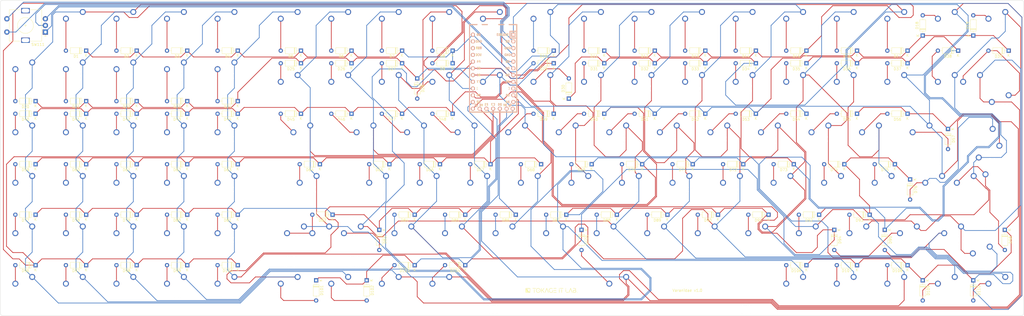
<source format=kicad_pcb>
(kicad_pcb (version 20211014) (generator pcbnew)
  (layers (0 "F.Cu" signal) (31 "B.Cu" signal) (34 "B.Paste" user) (35 "F.Paste" user) (36 "B.SilkS" user "B.Silkscreen") (37 "F.SilkS" user "F.Silkscreen") (38 "B.Mask" user) (39 "F.Mask" user) (44 "Edge.Cuts" user))
  (net 0 "")
  (net 1 "row0")
  (net 2 "Net-(D1-Pad2)")
  (net 3 "Net-(D2-Pad2)")
  (net 4 "Net-(D3-Pad2)")
  (net 5 "Net-(D4-Pad2)")
  (net 6 "Net-(D5-Pad2)")
  (net 7 "Net-(D6-Pad2)")
  (net 8 "Net-(D7-Pad2)")
  (net 9 "Net-(D8-Pad2)")
  (net 10 "Net-(D9-Pad2)")
  (net 11 "Net-(D10-Pad2)")
  (net 12 "row5")
  (net 13 "Net-(D11-Pad2)")
  (net 14 "Net-(D12-Pad2)")
  (net 15 "Net-(D13-Pad2)")
  (net 16 "Net-(D14-Pad2)")
  (net 17 "Net-(D15-Pad2)")
  (net 18 "row7")
  (net 19 "Net-(D16-Pad2)")
  (net 20 "Net-(D17-Pad2)")
  (net 21 "Net-(D18-Pad2)")
  (net 22 "Net-(D19-Pad2)")
  (net 23 "row1")
  (net 24 "Net-(D20-Pad2)")
  (net 25 "Net-(D21-Pad2)")
  (net 26 "Net-(D22-Pad2)")
  (net 27 "Net-(D23-Pad2)")
  (net 28 "Net-(D24-Pad2)")
  (net 29 "Net-(D25-Pad2)")
  (net 30 "Net-(D26-Pad2)")
  (net 31 "Net-(D27-Pad2)")
  (net 32 "Net-(D28-Pad2)")
  (net 33 "Net-(D29-Pad2)")
  (net 34 "row6")
  (net 35 "Net-(D30-Pad2)")
  (net 36 "Net-(D31-Pad2)")
  (net 37 "Net-(D32-Pad2)")
  (net 38 "Net-(D33-Pad2)")
  (net 39 "Net-(D34-Pad2)")
  (net 40 "row8")
  (net 41 "Net-(D35-Pad2)")
  (net 42 "Net-(D36-Pad2)")
  (net 43 "Net-(D37-Pad2)")
  (net 44 "Net-(D38-Pad2)")
  (net 45 "Net-(D39-Pad2)")
  (net 46 "row2")
  (net 47 "Net-(D40-Pad2)")
  (net 48 "Net-(D41-Pad2)")
  (net 49 "Net-(D42-Pad2)")
  (net 50 "Net-(D43-Pad2)")
  (net 51 "Net-(D44-Pad2)")
  (net 52 "Net-(D45-Pad2)")
  (net 53 "Net-(D46-Pad2)")
  (net 54 "Net-(D47-Pad2)")
  (net 55 "Net-(D48-Pad2)")
  (net 56 "Net-(D49-Pad2)")
  (net 57 "Net-(D50-Pad2)")
  (net 58 "Net-(D51-Pad2)")
  (net 59 "Net-(D52-Pad2)")
  (net 60 "Net-(D53-Pad2)")
  (net 61 "Net-(D54-Pad2)")
  (net 62 "row9")
  (net 63 "Net-(D55-Pad2)")
  (net 64 "Net-(D56-Pad2)")
  (net 65 "Net-(D57-Pad2)")
  (net 66 "Net-(D58-Pad2)")
  (net 67 "row3")
  (net 68 "Net-(D59-Pad2)")
  (net 69 "Net-(D60-Pad2)")
  (net 70 "Net-(D61-Pad2)")
  (net 71 "Net-(D62-Pad2)")
  (net 72 "Net-(D63-Pad2)")
  (net 73 "Net-(D64-Pad2)")
  (net 74 "Net-(D65-Pad2)")
  (net 75 "Net-(D66-Pad2)")
  (net 76 "Net-(D67-Pad2)")
  (net 77 "Net-(D68-Pad2)")
  (net 78 "Net-(D69-Pad2)")
  (net 79 "Net-(D70-Pad2)")
  (net 80 "Net-(D71-Pad2)")
  (net 81 "Net-(D72-Pad2)")
  (net 82 "Net-(D73-Pad2)")
  (net 83 "row10")
  (net 84 "Net-(D74-Pad2)")
  (net 85 "Net-(D75-Pad2)")
  (net 86 "Net-(D76-Pad2)")
  (net 87 "row4")
  (net 88 "Net-(D77-Pad2)")
  (net 89 "Net-(D78-Pad2)")
  (net 90 "Net-(D79-Pad2)")
  (net 91 "Net-(D80-Pad2)")
  (net 92 "Net-(D81-Pad2)")
  (net 93 "Net-(D82-Pad2)")
  (net 94 "Net-(D83-Pad2)")
  (net 95 "Net-(D84-Pad2)")
  (net 96 "Net-(D85-Pad2)")
  (net 97 "Net-(D86-Pad2)")
  (net 98 "Net-(D87-Pad2)")
  (net 99 "Net-(D88-Pad2)")
  (net 100 "Net-(D89-Pad2)")
  (net 101 "Net-(D90-Pad2)")
  (net 102 "Net-(D91-Pad2)")
  (net 103 "Net-(D92-Pad2)")
  (net 104 "Net-(D93-Pad2)")
  (net 105 "Net-(D94-Pad2)")
  (net 106 "Net-(D95-Pad2)")
  (net 107 "Net-(D96-Pad2)")
  (net 108 "Net-(D97-Pad2)")
  (net 109 "Net-(D98-Pad2)")
  (net 110 "Net-(D99-Pad2)")
  (net 111 "Net-(D100-Pad2)")
  (net 112 "Net-(D101-Pad2)")
  (net 113 "Net-(D102-Pad2)")
  (net 114 "Net-(D103-Pad2)")
  (net 115 "Net-(D104-Pad2)")
  (net 116 "Net-(D105-Pad2)")
  (net 117 "Net-(D106-Pad2)")
  (net 118 "Net-(D107-Pad2)")
  (net 119 "Net-(D108-Pad2)")
  (net 120 "Net-(D109-Pad2)")
  (net 121 "Net-(D110-Pad2)")
  (net 122 "col0")
  (net 123 "col1")
  (net 124 "col2")
  (net 125 "col3")
  (net 126 "col4")
  (net 127 "col5")
  (net 128 "col6")
  (net 129 "col7")
  (net 130 "col8")
  (net 131 "col9")
  (net 132 "rotary0")
  (net 133 "rotary1")
  (net 134 "rotaryGND")
  (net 135 "rotarySW")
  (net 136 "rotarySWGND")
  (net 139 "GND")
  (footprint "Diode_THT:D_DO-35_SOD27_P7.62mm_Horizontal" (layer "F.Cu") (at 130.4665 131.8315 180)
    (fp_text reference "D45")
    (fp_text value "1N4148")
  )
  (footprint "Diode_THT:D_DO-35_SOD27_P7.62mm_Horizontal" (layer "F.Cu") (at 301.9165 108.019 180)
    (fp_text reference "D14")
    (fp_text value "1N4148")
  )
  (footprint "Diode_THT:D_DO-35_SOD27_P7.62mm_Horizontal" (layer "F.Cu") (at 211.429 169.9315 180)
    (fp_text reference "D86")
    (fp_text value "1N4148")
  )
  (footprint "Diode_THT:D_DO-35_SOD27_P7.62mm_Horizontal" (layer "F.Cu") (at 106.654 150.8815 180)
    (fp_text reference "D63")
    (fp_text value "1N4148")
  )
  (footprint "Diode_THT:D_DO-35_SOD27_P7.62mm_Horizontal" (layer "F.Cu") (at 106.654 127.069 180)
    (fp_text reference "D24")
    (fp_text value "1N4148")
  )
  (footprint "Diode_THT:D_DO-35_SOD27_P7.62mm_Horizontal" (layer "F.Cu") (at 374.3065 137.5465 -90)
    (fp_text reference "D57")
    (fp_text value "1N4148")
  )
  (footprint "Diode_THT:D_DO-35_SOD27_P7.62mm_Horizontal" (layer "F.Cu") (at 320.9665 112.7815 180)
    (fp_text reference "D35")
    (fp_text value "1N4148")
  )
  (footprint "Diode_THT:D_DO-35_SOD27_P7.62mm_Horizontal" (layer "F.Cu") (at 187.6165 108.019 180)
    (fp_text reference "D8")
    (fp_text value "1N4148")
  )
  (footprint "Diode_THT:D_DO-35_SOD27_P7.62mm_Horizontal" (layer "F.Cu") (at 383.8315 194.6965 -90)
    (fp_text reference "D110")
    (fp_text value "1N4148")
  )
  (footprint "Diode_THT:D_DO-35_SOD27_P7.62mm_Horizontal" (layer "F.Cu") (at 192.379 188.9815 180)
    (fp_text reference "D104")
    (fp_text value "1N4148")
  )
  (footprint "Diode_THT:D_DO-35_SOD27_P7.62mm_Horizontal" (layer "F.Cu") (at 68.554 127.069 180)
    (fp_text reference "D22")
    (fp_text value "1N4148")
  )
  (footprint "Diode_THT:D_DO-35_SOD27_P7.62mm_Horizontal" (layer "F.Cu") (at 68.554 108.019 180)
    (fp_text reference "D2")
    (fp_text value "1N4148")
  )
  (footprint "Diode_THT:D_DO-35_SOD27_P7.62mm_Horizontal" (layer "F.Cu") (at 149.5165 131.8315 180)
    (fp_text reference "D46")
    (fp_text value "1N4148")
  )
  (footprint "Diode_THT:D_DO-35_SOD27_P7.62mm_Horizontal" (layer "F.Cu") (at 163.804 150.8815 180)
    (fp_text reference "D65")
    (fp_text value "1N4148")
  )
  (footprint "Diode_THT:D_DO-35_SOD27_P7.62mm_Horizontal" (layer "F.Cu") (at 378.1165 108.019 180)
    (fp_text reference "D38")
    (fp_text value "1N4148")
  )
  (footprint "Diode_THT:D_DO-35_SOD27_P7.62mm_Horizontal" (layer "F.Cu") (at 130.4665 112.7815 180)
    (fp_text reference "D25")
    (fp_text value "1N4148")
  )
  (footprint "Diode_THT:D_DO-35_SOD27_P7.62mm_Horizontal" (layer "F.Cu") (at 359.0665 188.9815 180)
    (fp_text reference "D108")
    (fp_text value "1N4148")
  )
  (footprint "Diode_THT:D_DO-35_SOD27_P7.62mm_Horizontal" (layer "F.Cu") (at 360.019 156.5965 -90)
    (fp_text reference "D76")
    (fp_text value "1N4148")
  )
  (footprint "Diode_THT:D_DO-35_SOD27_P7.62mm_Horizontal" (layer "F.Cu") (at 49.504 108.019 180)
    (fp_text reference "D1")
    (fp_text value "1N4148")
  )
  (footprint "Diode_THT:D_DO-35_SOD27_P7.62mm_Horizontal" (layer "F.Cu") (at 187.6165 131.8315 180)
    (fp_text reference "D48")
    (fp_text value "1N4148")
  )
  (footprint "Diode_THT:D_DO-35_SOD27_P7.62mm_Horizontal" (layer "F.Cu") (at 225.7165 131.8315 180)
    (fp_text reference "D49")
    (fp_text value "1N4148")
  )
  (footprint "Diode_THT:D_DO-35_SOD27_P7.62mm_Horizontal" (layer "F.Cu") (at 268.579 169.9315 180)
    (fp_text reference "D89")
    (fp_text value "1N4148")
  )
  (footprint "Diode_THT:D_DO-35_SOD27_P7.62mm_Horizontal" (layer "F.Cu") (at 287.629 169.9315 180)
    (fp_text reference "D90")
    (fp_text value "1N4148")
  )
  (footprint "Diode_THT:D_DO-35_SOD27_P7.62mm_Horizontal" (layer "F.Cu") (at 87.604 188.9815 180)
    (fp_text reference "D99")
    (fp_text value "1N4148")
  )
  (footprint "Diode_THT:D_DO-35_SOD27_P7.62mm_Horizontal" (layer "F.Cu") (at 297.154 150.8815 180)
    (fp_text reference "D72")
    (fp_text value "1N4148")
  )
  (footprint "Diode_THT:D_DO-35_SOD27_P7.62mm_Horizontal" (layer "F.Cu") (at 49.504 169.9315 180)
    (fp_text reference "D78")
    (fp_text value "1N4148")
  )
  (footprint "Diode_THT:D_DO-35_SOD27_P7.62mm_Horizontal" (layer "F.Cu") (at 173.329 188.9815 180)
    (fp_text reference "D103")
    (fp_text value "1N4148")
  )
  (footprint "Diode_THT:D_DO-35_SOD27_P7.62mm_Horizontal" (layer "F.Cu") (at 159.994 175.6465 -90)
    (fp_text reference "D83")
    (fp_text value "1N4148")
  )
  (footprint "Diode_THT:D_DO-35_SOD27_P7.62mm_Horizontal" (layer "F.Cu") (at 68.554 169.9315 180)
    (fp_text reference "D79")
    (fp_text value "1N4148")
  )
  (footprint "Diode_THT:D_DO-35_SOD27_P7.62mm_Horizontal" (layer "F.Cu") (at 344.779 169.9315 180)
    (fp_text reference "D93")
    (fp_text value "1N4148")
  )
  (footprint "Rotary_Encoder:RotaryEncoder_Alps_EC11E-Switch_Vertical_H20mm" (layer "F.Cu") (at 26.644 98.494 180)
    (fp_text reference "SW111")
    (fp_text value "RotaryEncoder_Switch")
  )
  (footprint "Diode_THT:D_DO-35_SOD27_P7.62mm_Horizontal" (layer "F.Cu") (at 301.9165 112.7815 180)
    (fp_text reference "D34")
    (fp_text value "1N4148")
  )
  (footprint "Diode_THT:D_DO-35_SOD27_P7.62mm_Horizontal" (layer "F.Cu") (at 320.9665 108.019 180)
    (fp_text reference "D15")
    (fp_text value "1N4148")
  )
  (footprint "Diode_THT:D_DO-35_SOD27_P7.62mm_Horizontal" (layer "F.Cu") (at 316.204 150.8815 180)
    (fp_text reference "D73")
    (fp_text value "1N4148")
  )
  (footprint "Diode_THT:D_DO-35_SOD27_P7.62mm_Horizontal" (layer "F.Cu") (at 259.054 150.8815 180)
    (fp_text reference "D70")
    (fp_text value "1N4148")
  )
  (footprint "Diode_THT:D_DO-35_SOD27_P7.62mm_Horizontal" (layer "F.Cu") (at 340.0165 188.9815 180)
    (fp_text reference "D107")
    (fp_text value "1N4148")
  )
  (footprint "Diode_THT:D_DO-35_SOD27_P7.62mm_Horizontal" (layer "F.Cu") (at 282.8665 112.7815 180)
    (fp_text reference "D33")
    (fp_text value "1N4148")
  )
  (footprint "Diode_THT:D_DO-35_SOD27_P7.62mm_Horizontal" (layer "F.Cu") (at 168.5665 108.019 180)
    (fp_text reference "D7")
    (fp_text value "1N4148")
  )
  (footprint "Diode_THT:D_DO-35_SOD27_P7.62mm_Horizontal" (layer "F.Cu") (at 87.604 108.019 180)
    (fp_text reference "D3")
    (fp_text value "1N4148")
  )
  (footprint "Diode_THT:D_DO-35_SOD27_P7.62mm_Horizontal" (layer "F.Cu") (at 359.0665 131.8315 180)
    (fp_text reference "D56")
    (fp_text value "1N4148")
  )
  (footprint "Diode_THT:D_DO-35_SOD27_P7.62mm_Horizontal" (layer "F.Cu") (at 249.529 169.9315 180)
    (fp_text reference "D88")
    (fp_text value "1N4148")
  )
  (footprint "Diode_THT:D_DO-35_SOD27_P7.62mm_Horizontal" (layer "F.Cu") (at 106.654 169.9315 180)
    (fp_text reference "D81")
    (fp_text value "1N4148")
  )
  (footprint "Diode_THT:D_DO-35_SOD27_P7.62mm_Horizontal" (layer "F.Cu") (at 130.4665 108.019 180)
    (fp_text reference "D5")
    (fp_text value "1N4148")
  )
  (footprint "Diode_THT:D_DO-35_SOD27_P7.62mm_Horizontal" (layer "F.Cu") (at 331.444 175.6465 -90)
    (fp_text reference "D94")
    (fp_text value "1N4148")
  )
  (footprint "Diode_THT:D_DO-35_SOD27_P7.62mm_Horizontal" (layer "F.Cu") (at 364.7815 194.6965 -90)
    (fp_text reference "D109")
    (fp_text value "1N4148")
  )
  (footprint "Diode_THT:D_DO-35_SOD27_P7.62mm_Horizontal" (layer "F.Cu") (at 320.9665 131.8315 180)
    (fp_text reference "D54")
    (fp_text value "1N4148")
  )
  (footprint "Diode_THT:D_DO-35_SOD27_P7.62mm_Horizontal" (layer "F.Cu") (at 359.0665 112.7815 180)
    (fp_text reference "D37")
    (fp_text value "1N4148")
  )
  (footprint "Diode_THT:D_DO-35_SOD27_P7.62mm_Horizontal" (layer "F.Cu") (at 225.7165 112.7815 180)
    (fp_text reference "D29")
    (fp_text value "1N4148")
  )
  (footprint "Diode_THT:D_DO-35_SOD27_P7.62mm_Horizontal" (layer "F.Cu") (at 137.61025 150.8815 180)
    (fp_text reference "D64")
    (fp_text value "1N4148")
  )
  (footprint "Diode_THT:D_DO-35_SOD27_P7.62mm_Horizontal" (layer "F.Cu") (at 106.654 131.8315 180)
    (fp_text reference "D44")
    (fp_text value "1N4148")
  )
  (footprint "Diode_THT:D_DO-35_SOD27_P7.62mm_Horizontal" (layer "F.Cu") (at 350.494 175.6465 -90)
    (fp_text reference "D95")
    (fp_text value "1N4148")
  )
  (footprint "Diode_THT:D_DO-35_SOD27_P7.62mm_Horizontal" (layer "F.Cu") (at 192.379 169.9315 180)
    (fp_text reference "D85")
    (fp_text value "1N4148")
  )
  (footprint "Diode_THT:D_DO-35_SOD27_P7.62mm_Horizontal" (layer "F.Cu") (at 354.304 150.8815 180)
    (fp_text reference "D75")
    (fp_text value "1N4148")
  )
  (footprint "Diode_THT:D_DO-35_SOD27_P7.62mm_Horizontal" (layer "F.Cu") (at 68.554 131.8315 180)
    (fp_text reference "D42")
    (fp_text value "1N4148")
  )
  (footprint "Diode_THT:D_DO-35_SOD27_P7.62mm_Horizontal" (layer "F.Cu") (at 173.329 169.9315 180)
    (fp_text reference "D84")
    (fp_text value "1N4148")
  )
  (footprint "Diode_THT:D_DO-35_SOD27_P7.62mm_Horizontal" (layer "F.Cu") (at 30.454 150.8815 180)
    (fp_text reference "D59")
    (fp_text value "1N4148")
  )
  (footprint "Diode_THT:D_DO-35_SOD27_P7.62mm_Horizontal" (layer "F.Cu") (at 49.504 150.8815 180)
    (fp_text reference "D60")
    (fp_text value "1N4148")
  )
  (footprint "Diode_THT:D_DO-35_SOD27_P7.62mm_Horizontal" (layer "F.Cu") (at 220.954 150.8815 180)
    (fp_text reference "D68")
    (fp_text value "1N4148")
  )
  (footprint "Diode_THT:D_DO-35_SOD27_P7.62mm_Horizontal" (layer "F.Cu") (at 87.604 131.8315 180)
    (fp_text reference "D43")
    (fp_text value "1N4148")
  )
  (footprint "Diode_THT:D_DO-35_SOD27_P7.62mm_Horizontal" (layer "F.Cu") (at 187.6165 112.7815 180)
    (fp_text reference "D9")
    (fp_text value "1N4148")
  )
  (footprint "Diode_THT:D_DO-35_SOD27_P7.62mm_Horizontal" (layer "F.Cu") (at 263.8165 131.8315 180)
    (fp_text reference "D51")
    (fp_text value "1N4148")
  )
  (footprint "Diode_THT:D_DO-35_SOD27_P7.62mm_Horizontal" (layer "F.Cu") (at 395.73775 175.6465 -90)
    (fp_text reference "D58")
    (fp_text value "1N4148")
  )
  (footprint "Diode_THT:D_DO-35_SOD27_P7.62mm_Horizontal" (layer "F.Cu") (at 68.554 150.8815 180)
    (fp_text reference "D61")
    (fp_text value "1N4148")
  )
  (footprint "Diode_THT:D_DO-35_SOD27_P7.62mm_Horizontal" (layer "F.Cu") (at 68.554 188.9815 180)
    (fp_text reference "D98")
    (fp_text value "1N4148")
  )
  (footprint "Diode_THT:D_DO-35_SOD27_P7.62mm_Horizontal" (layer "F.Cu") (at 149.5165 112.7815 180)
    (fp_text reference "D26")
    (fp_text value "1N4148")
  )
  (footprint "Diode_THT:D_DO-35_SOD27_P7.62mm_Horizontal" (layer "F.Cu") (at 155.2315 194.6965 -90)
    (fp_text reference "D102")
    (fp_text value "1N4148")
  )
  (footprint "Diode_THT:D_DO-35_SOD27_P7.62mm_Horizontal" (layer "F.Cu") (at 263.8165 108.019 180)
    (fp_text reference "D12")
    (fp_text value "1N4148")
  )
  (footprint "Diode_THT:D_DO-35_SOD27_P7.62mm_Horizontal" (layer "F.Cu") (at 340.0165 131.8315 180)
    (fp_text reference "D55")
    (fp_text value "1N4148")
  )
  (footprint "Diode_THT:D_DO-35_SOD27_P7.62mm_Horizontal" (layer "F.Cu") (at 335.254 150.8815 180)
    (fp_text reference "D74")
    (fp_text value "1N4148")
  )
  (footprint "Diode_THT:D_DO-35_SOD27_P7.62mm_Horizontal" (layer "F.Cu") (at 320.9665 188.9815 180)
    (fp_text reference "D106")
    (fp_text value "1N4148")
  )
  (footprint "Diode_THT:D_DO-35_SOD27_P7.62mm_Horizontal" (layer "F.Cu") (at 49.504 131.8315 180)
    (fp_text reference "D41")
    (fp_text value "1N4148")
  )
  (footprint "Diode_THT:D_DO-35_SOD27_P7.62mm_Horizontal" (layer "F.Cu") (at 244.7665 108.019 180)
    (fp_text reference "D11")
    (fp_text value "1N4148")
  )
  (footprint "Diode_THT:D_DO-35_SOD27_P7.62mm_Horizontal" (layer "F.Cu") (at 282.8665 108.019 180)
    (fp_text reference "D13")
    (fp_text value "1N4148")
  )
  (footprint "Diode_THT:D_DO-35_SOD27_P7.62mm_Horizontal" (layer "F.Cu") (at 174.2815 118.4965 -90)
    (fp_text reference "D28")
    (fp_text value "1N4148")
  )
  (footprint "Diode_THT:D_DO-35_SOD27_P7.62mm_Horizontal" (layer "F.Cu") (at 30.454 131.8315 180)
    (fp_text reference "D40")
    (fp_text value "1N4148")
  )
  (footprint "Diode_THT:D_DO-35_SOD27_P7.62mm_Horizontal" (layer "F.Cu") (at 149.5165 108.019 180)
    (fp_text reference "D6")
    (fp_text value "1N4148")
  )
  (footprint "Diode_THT:D_DO-35_SOD27_P7.62mm_Horizontal" (layer "F.Cu") (at 278.104 150.8815 180)
    (fp_text reference "D71")
    (fp_text value "1N4148")
  )
  (footprint "Diode_THT:D_DO-35_SOD27_P7.62mm_Horizontal" (layer "F.Cu") (at 136.1815 194.6965 -90)
    (fp_text reference "D101")
    (fp_text value "1N4148")
  )
  (footprint "Diode_THT:D_DO-35_SOD27_P7.62mm_Horizontal" (layer "F.Cu") (at 282.8665 131.8315 180)
    (fp_text reference "D52")
    (fp_text value "1N4148")
  )
  (footprint "Diode_THT:D_DO-35_SOD27_P7.62mm_Horizontal" (layer "F.Cu") (at 364.7815 102.304 90)
    (fp_text reference "D18")
    (fp_text value "1N4148")
  )
  (footprint "Diode_THT:D_DO-35_SOD27_P7.62mm_Horizontal" (layer "F.Cu") (at 87.604 127.069 180)
    (fp_text reference "D23")
    (fp_text value "1N4148")
  )
  (footprint "Diode_THT:D_DO-35_SOD27_P7.62mm_Horizontal" (layer "F.Cu") (at 30.454 169.9315 180)
    (fp_text reference "D77")
    (fp_text value "1N4148")
  )
  (footprint "Diode_THT:D_DO-35_SOD27_P7.62mm_Horizontal" (layer "F.Cu") (at 49.504 127.069 180)
    (fp_text reference "D21")
    (fp_text value "1N4148")
  )
  (footprint "Diode_THT:D_DO-35_SOD27_P7.62mm_Horizontal" (layer "F.Cu") (at 230.479 169.9315 180)
    (fp_text reference "D87")
    (fp_text value "1N4148")
  )
  (footprint "Diode_THT:D_DO-35_SOD27_P7.62mm_Horizontal" (layer "F.Cu") (at 106.654 188.9815 180)
    (fp_text reference "D100")
    (fp_text value "1N4148")
  )
  (footprint "Diode_THT:D_DO-35_SOD27_P7.62mm_Horizontal" (layer "F.Cu") (at 397.1665 108.019 180)
    (fp_text reference "D39")
    (fp_text value "1N4148")
  )
  (footprint "Diode_THT:D_DO-35_SOD27_P7.62mm_Horizontal" (layer "F.Cu") (at 201.904 150.8815 180)
    (fp_text reference "D67")
    (fp_text value "1N4148")
  )
  (footprint "Diode_THT:D_DO-35_SOD27_P7.62mm_Horizontal" (layer "F.Cu") (at 263.8165 112.7815 180)
    (fp_text reference "D32")
    (fp_text value "1N4148")
  )
  (footprint "Diode_THT:D_DO-35_SOD27_P7.62mm_Horizontal" (layer "F.Cu") (at 168.5665 112.7815 180)
    (fp_text reference "D27")
    (fp_text value "1N4148")
  )
  (footprint "Diode_THT:D_DO-35_SOD27_P7.62mm_Horizontal" (layer "F.Cu") (at 383.8315 102.304 90)
    (fp_text reference "D19")
    (fp_text value "1N4148")
  )
  (footprint "Diode_THT:D_DO-35_SOD27_P7.62mm_Horizontal" (layer "F.Cu") (at 240.004 150.8815 180)
    (fp_text reference "D69")
    (fp_text value "1N4148")
  )
  (footprint "Diode_THT:D_DO-35_SOD27_P7.62mm_Horizontal" (layer "F.Cu") (at 168.5665 131.8315 180)
    (fp_text reference "D47")
    (fp_text value "1N4148")
  )
  (footprint "Diode_THT:D_DO-35_SOD27_P7.62mm_Horizontal" (layer "F.Cu") (at 244.7665 112.7815 180)
    (fp_text reference "D31")
    (fp_text value "1N4148")
  )
  (footprint "Diode_THT:D_DO-35_SOD27_P7.62mm_Horizontal" (layer "F.Cu") (at 359.0665 108.019 180)
    (fp_text reference "D17")
    (fp_text value "1N4148")
  )
  (footprint "Diode_THT:D_DO-35_SOD27_P7.62mm_Horizontal" (layer "F.Cu") (at 231.4315 126.1165 90)
    (fp_text reference "D30")
    (fp_text value "1N4148")
  )
  (footprint "Diode_THT:D_DO-35_SOD27_P7.62mm_Horizontal" (layer "F.Cu") (at 30.454 188.9815 180)
    (fp_text reference "D96")
    (fp_text value "1N4148")
  )
  (footprint "Diode_THT:D_DO-35_SOD27_P7.62mm_Horizontal" (layer "F.Cu") (at 340.0165 108.019 180)
    (fp_text reference "D16")
    (fp_text value "1N4148")
  )
  (footprint "Diode_THT:D_DO-35_SOD27_P7.62mm_Horizontal" (layer "F.Cu") (at 340.0165 112.7815 180)
    (fp_text reference "D36")
    (fp_text value "1N4148")
  )
  (footprint "Diode_THT:D_DO-35_SOD27_P7.62mm_Horizontal" (layer "F.Cu") (at 142.37275 169.9315 180)
    (fp_text reference "D82")
    (fp_text value "1N4148")
  )
  (footprint "Diode_THT:D_DO-35_SOD27_P7.62mm_Horizontal" (layer "F.Cu") (at 225.7165 108.019 180)
    (fp_text reference "D10")
    (fp_text value "1N4148")
  )
  (footprint "Diode_THT:D_DO-35_SOD27_P7.62mm_Horizontal" (layer "F.Cu") (at 87.604 150.8815 180)
    (fp_text reference "D62")
    (fp_text value "1N4148")
  )
  (footprint "Diode_THT:D_DO-35_SOD27_P7.62mm_Horizontal" (layer "F.Cu") (at 49.504 188.9815 180)
    (fp_text reference "D97")
    (fp_text value "1N4148")
  )
  (footprint "tokage_kicad_mod:tokage_it_lab_logo" (layer "F.Cu") (at 224.883229 198.506584)
    (fp_text reference "G***" hide)
    (fp_text value "LOGO" hide)
  )
  (footprint "Diode_THT:D_DO-35_SOD27_P7.62mm_Horizontal" (layer "F.Cu") (at 325.729 169.9315 180)
    (fp_text reference "D92")
    (fp_text value "1N4148")
  )
  (footprint "Diode_THT:D_DO-35_SOD27_P7.62mm_Horizontal" (layer "F.Cu") (at 306.679 169.9315 180)
    (fp_text reference "D91")
    (fp_text value "1N4148")
  )
  (footprint "Diode_THT:D_DO-35_SOD27_P7.62mm_Horizontal" (layer "F.Cu") (at 182.854 150.8815 180)
    (fp_text reference "D66")
    (fp_text value "1N4148")
  )
  (footprint "Diode_THT:D_DO-35_SOD27_P7.62mm_Horizontal" (layer "F.Cu") (at 106.654 108.019 180)
    (fp_text reference "D4")
    (fp_text value "1N4148")
  )
  (footprint "Diode_THT:D_DO-35_SOD27_P7.62mm_Horizontal" (layer "F.Cu") (at 30.454 127.069 180)
    (fp_text reference "D20")
    (fp_text value "1N4148")
  )
  (footprint "Diode_THT:D_DO-35_SOD27_P7.62mm_Horizontal" (layer "F.Cu") (at 301.9165 131.8315 180)
    (fp_text reference "D53")
    (fp_text value "1N4148")
  )
  (footprint "Diode_THT:D_DO-35_SOD27_P7.62mm_Horizontal" (layer "F.Cu") (at 236.194 175.6465 -90)
    (fp_text reference "D105")
    (fp_text value "1N4148")
  )
  (footprint "Diode_THT:D_DO-35_SOD27_P7.62mm_Horizontal" (layer "F.Cu") (at 87.604 169.9315 180)
    (fp_text reference "D80")
    (fp_text value "1N4148")
  )
  (footprint "Diode_THT:D_DO-35_SOD27_P7.62mm_Horizontal" (layer "F.Cu") (at 244.7665 131.8315 180)
    (fp_text reference "D50")
    (fp_text value "1N4148")
  )
  (footprint "MX_Only:MXOnly-1U-NoLED" (layer "B.Cu") (at 45.694 160.4065 180)
    (fp_text reference "SW60")
    (fp_text value "Num4")
  )
  (footprint "MX_Only:MXOnly-1U-NoLED" (layer "B.Cu") (at 64.744 141.3565 180)
    (fp_text reference "SW42")
    (fp_text value "Num8")
  )
  (footprint "MX_Only:MXOnly-1U-NoLED" (layer "B.Cu") (at 317.1565 122.3065 180)
    (fp_text reference "SW35")
    (fp_text value "0")
  )
  (footprint "MX_Only:MXOnly-1U-NoLED" (layer "B.Cu") (at 231.4315 141.3565 180)
    (fp_text reference "SW50")
    (fp_text value "T")
  )
  (footprint "MX_Only:MXOnly-1U-NoLED" (layer "B.Cu") (at 64.744 160.4065 180)
    (fp_text reference "SW61")
    (fp_text value "Num5")
  )
  (footprint "MX_Only:MXOnly-1U-NoLED" (layer "B.Cu") (at 226.669 179.4565 180)
    (fp_text reference "SW87")
    (fp_text value "V")
  )
  (footprint "MX_Only:MXOnly-1U-NoLED" (layer "B.Cu") (at 360.019 179.4565 180)
    (fp_text reference "SW94")
    (fp_text value "`")
  )
  (footprint "MX_Only:MXOnly-1U-NoLED" (layer "B.Cu") (at 83.794 98.494 180)
    (fp_text reference "SW3")
    (fp_text value "F18")
  )
  (footprint "MX_Only:MXOnly-1U-NoLED" (layer "B.Cu") (at 83.794 198.5065 180)
    (fp_text reference "SW99")
    (fp_text value "NumEnter")
  )
  (footprint "MX_Only:MXOnly-1U-NoLED" (layer "B.Cu") (at 345.7315 141.3565 180)
    (fp_text reference "SW56")
    (fp_text value "[")
  )
  (footprint "MX_Only:MXOnly-1.75U-ROTATED-NoLED" (layer "B.Cu") (at 386.21275 179.4565 180)
    (fp_text reference "SW95")
    (fp_text value "RShift")
  )
  (footprint "MX_Only:MXOnly-1U-NoLED" (layer "B.Cu") (at 364.7815 141.3565 180)
    (fp_text reference "SW57")
    (fp_text value "]")
  )
  (footprint "MX_Only:MXOnly-1U-NoLED" (layer "B.Cu") (at 198.094 160.4065 180)
    (fp_text reference "SW67")
    (fp_text value "D")
  )
  (footprint "MX_Only:MXOnly-1U-NoLED" (layer "B.Cu") (at 317.1565 198.5065 180)
    (fp_text reference "SW106")
    (fp_text value "Henkan")
  )
  (footprint "MX_Only:MXOnly-1U-NoLED" (layer "B.Cu") (at 221.9065 122.3065 180)
    (fp_text reference "SW30")
    (fp_text value "5")
  )
  (footprint "MX_Only:MXOnly-1U-NoLED" (layer "B.Cu") (at 298.1065 98.494 180)
    (fp_text reference "SW14")
    (fp_text value "F10")
  )
  (footprint "MX_Only:MXOnly-1U-NoLED" (layer "B.Cu") (at 183.8065 198.5065 180)
    (fp_text reference "SW104")
    (fp_text value "Muhenkan")
  )
  (footprint "MX_Only:MXOnly-1U-NoLED" (layer "B.Cu") (at 374.3065 122.3065 180)
    (fp_text reference "SW38")
    (fp_text value "Del")
  )
  (footprint "MX_Only:MXOnly-1U-NoLED" (layer "B.Cu") (at 212.3815 141.3565 180)
    (fp_text reference "SW49")
    (fp_text value "R")
  )
  (footprint "MX_Only:MXOnly-1U-NoLED" (layer "B.Cu") (at 274.294 160.4065 180)
    (fp_text reference "SW71")
    (fp_text value "J")
  )
  (footprint "MX_Only:MXOnly-1U-NoLED" (layer "B.Cu") (at 369.544 160.4065 180)
    (fp_text reference "SW76")
    (fp_text value "\\")
  )
  (footprint "MX_Only:MXOnly-1U-NoLED" (layer "B.Cu") (at 336.2065 198.5065 180)
    (fp_text reference "SW107")
    (fp_text value "Left")
  )
  (footprint "MX_Only:MXOnly-1U-ROTATED-NoLED" (layer "B.Cu") (at 393.3565 122.3065 180)
    (fp_text reference "SW39")
    (fp_text value "Bs")
  )
  (footprint "MX_Only:MXOnly-1U-NoLED" (layer "B.Cu") (at 393.3565 98.494 180)
    (fp_text reference "SW19")
    (fp_text value "F15")
  )
  (footprint "MX_Only:MXOnly-1U-NoLED" (layer "B.Cu") (at 102.844 98.494 180)
    (fp_text reference "SW4")
    (fp_text value "F19")
  )
  (footprint "MX_Only:MXOnly-1U-NoLED" (layer "B.Cu") (at 260.0065 122.3065 180)
    (fp_text reference "SW32")
    (fp_text value "7")
  )
  (footprint "MX_Only:MXOnly-1U-NoLED" (layer "B.Cu") (at 26.644 160.4065 180)
    (fp_text reference "SW59")
    (fp_text value "Num*")
  )
  (footprint "MX_Only:MXOnly-1U-NoLED" (layer "B.Cu") (at 183.8065 98.494 180)
    (fp_text reference "SW8")
    (fp_text value "F4")
  )
  (footprint "MX_Only:MXOnly-1U-NoLED" (layer "B.Cu") (at 217.144 160.4065 180)
    (fp_text reference "SW68")
    (fp_text value "F")
  )
  (footprint "MX_Only:MXOnly-1U-NoLED" (layer "B.Cu") (at 145.7065 98.494 180)
    (fp_text reference "SW6")
    (fp_text value "F2")
  )
  (footprint "MX_Only:MXOnly-1U-NoLED" (layer "B.Cu") (at 64.744 198.5065 180)
    (fp_text reference "SW98")
    (fp_text value "Num.")
  )
  (footprint "MX_Only:MXOnly-1U-NoLED" (layer "B.Cu") (at 283.819 179.4565 180)
    (fp_text reference "SW90")
    (fp_text value "M")
  )
  (footprint "MX_Only:MXOnly-1U-NoLED" (layer "B.Cu") (at 102.844 117.544 180)
    (fp_text reference "SW24")
    (fp_text value "F24")
  )
  (footprint "MX_Only:MXOnly-1U-NoLED" (layer "B.Cu") (at 193.3315 141.3565 180)
    (fp_text reference "SW48")
    (fp_text value "E")
  )
  (footprint "MX_Only:MXOnly-1U-NoLED" (layer "B.Cu") (at 374.3065 98.494 180)
    (fp_text reference "SW18")
    (fp_text value "F14")
  )
  (footprint "MX_Only:MXOnly-1U-NoLED" (layer "B.Cu") (at 64.744 179.4565 180)
    (fp_text reference "SW79")
    (fp_text value "Num2")
  )
  (footprint "Keebio-Parts:Elite-C-conthrough" (layer "B.Cu") (at 202.8825 98.178875 -90)
    (fp_text reference "U1" hide)
    (fp_text value "Elite-C" hide)
  )
  (footprint "MX_Only:MXOnly-6U-Centered-ReversedStabilizers-NoLED" (layer "B.Cu") (at 250.4815 198.5065 180)
    (fp_text reference "SW105")
    (fp_text value "Space")
  )
  (footprint "MX_Only:MXOnly-1U-NoLED" (layer "B.Cu") (at 393.3565 198.5065 180)
    (fp_text reference "SW110")
    (fp_text value "Right")
  )
  (footprint "MX_Only:MXOnly-1U-NoLED" (layer "B.Cu") (at 279.0565 98.494 180)
    (fp_text reference "SW13")
    (fp_text value "F9")
  )
  (footprint "MX_Only:MXOnly-1U-NoLED" (layer "B.Cu") (at 255.244 160.4065 180)
    (fp_text reference "SW70")
    (fp_text value "H")
  )
  (footprint "MX_Only:MXOnly-1U-NoLED" (layer "B.Cu") (at 298.1065 122.3065 180)
    (fp_text reference "SW34")
    (fp_text value "9")
  )
  (footprint "MX_Only:MXOnly-1U-NoLED" (layer "B.Cu") (at 164.7565 198.5065 180)
    (fp_text reference "SW103")
    (fp_text value "Print")
  )
  (footprint "MX_Only:MXOnly-1U-NoLED" (layer "B.Cu") (at 331.444 160.4065 180)
    (fp_text reference "SW74")
    (fp_text value ";")
  )
  (footprint "MX_Only:MXOnly-1U-NoLED" (layer "B.Cu") (at 250.4815 141.3565 180)
    (fp_text reference "SW51")
    (fp_text value "Y")
  )
  (footprint "MX_Only:MXOnly-1U-NoLED" (layer "B.Cu") (at 155.2315 141.3565 180)
    (fp_text reference "SW46")
    (fp_text value "Q")
  )
  (footprint "MX_Only:MXOnly-1U-NoLED" (layer "B.Cu") (at 336.2065 98.494 180)
    (fp_text reference "SW16")
    (fp_text value "F12")
  )
  (footprint "MX_Only:MXOnly-2.75U-NoLED" (layer "B.Cu") (at 376.68775 179.4565 180)
    (fp_text reference "SW95-2")
    (fp_text value "RShift(2.75u)")
  )
  (footprint "MX_Only:MXOnly-1U-NoLED" (layer "B.Cu") (at 102.844 179.4565 180)
    (fp_text reference "SW81")
    (fp_text value "PgUp")
  )
  (footprint "MX_Only:MXOnly-1U-NoLED" (layer "B.Cu") (at 45.694 179.4565 180)
    (fp_text reference "SW78")
    (fp_text value "Num1")
  )
  (footprint "MX_Only:MXOnly-1.75U-NoLED" (layer "B.Cu") (at 133.80025 160.4065 180)
    (fp_text reference "SW64")
    (fp_text value "Alt")
  )
  (footprint "MX_Only:MXOnly-1U-NoLED" (layer "B.Cu") (at 126.6565 122.3065 180)
    (fp_text reference "SW25")
    (fp_text value "Esc")
  )
  (footprint "MX_Only:MXOnly-1U-NoLED" (layer "B.Cu") (at 102.844 198.5065 180)
    (fp_text reference "SW100")
    (fp_text value "PgDn")
  )
  (footprint "MX_Only:MXOnly-1U-NoLED" (layer "B.Cu") (at 183.8065 122.3065 180)
    (fp_text reference "SW28")
    (fp_text value "3")
  )
  (footprint "MX_Only:MXOnly-1U-NoLED" (layer "B.Cu") (at 26.644 141.3565 180)
    (fp_text reference "SW40")
    (fp_text value "Num/")
  )
  (footprint "MX_Only:MXOnly-1U-NoLED" (layer "B.Cu") (at 45.694 198.5065 180)
    (fp_text reference "SW97")
    (fp_text value "Num0")
  )
  (footprint "MX_Only:MXOnly-1U-NoLED" (layer "B.Cu") (at 240.9565 98.494 180)
    (fp_text reference "SW11")
    (fp_text value "F7")
  )
  (footprint "MX_Only:MXOnly-1.25U-NoLED" (layer "B.Cu") (at 129.03775 179.4565 180)
    (fp_text reference "SW82-2")
    (fp_text value "LShift(1.25u)")
  )
  (footprint "MX_Only:MXOnly-1U-NoLED" (layer "B.Cu") (at 145.7065 198.5065 180)
    (fp_text reference "SW102")
    (fp_text value "Ctrl")
  )
  (footprint "MX_Only:MXOnly-1U-NoLED" (layer "B.Cu") (at 340.969 179.4565 180)
    (fp_text reference "SW93")
    (fp_text value "/")
  )
  (footprint "MX_Only:MXOnly-1U-NoLED" (layer "B.Cu") (at 26.644 117.544 180)
    (fp_text reference "SW20")
    (fp_text value "F20")
  )
  (footprint "MX_Only:MXOnly-1U-NoLED" (layer "B.Cu") (at 350.494 160.4065 180)
    (fp_text reference "SW75")
    (fp_text value "'")
  )
  (footprint "MX_Only:MXOnly-1U-NoLED" (layer "B.Cu") (at 279.0565 122.3065 180)
    (fp_text reference "SW33")
    (fp_text value "8")
  )
  (footprint "MX_Only:MXOnly-1U-NoLED" (layer "B.Cu") (at 145.7065 122.3065 180)
    (fp_text reference "SW26")
    (fp_text value "1")
  )
  (footprint "MX_Only:MXOnly-1U-NoLED" (layer "B.Cu") (at 293.344 160.4065 180)
    (fp_text reference "SW72")
    (fp_text value "K")
  )
  (footprint "MX_Only:MXOnly-1U-NoLED" (layer "B.Cu") (at 302.869 179.4565 180)
    (fp_text reference "SW91")
    (fp_text value ",")
  )
  (footprint "MX_Only:MXOnly-1U-NoLED" (layer "B.Cu") (at 321.919 179.4565 180)
    (fp_text reference "SW92")
    (fp_text value ".")
  )
  (footprint "MX_Only:MXOnly-2U-NoLED" (layer "B.Cu") (at 383.8315 122.3065 180)
    (fp_text reference "SW39-2")
    (fp_text value "Bs(2u)")
  )
  (footprint "MX_Only:MXOnly-1U-NoLED" (layer "B.Cu") (at 64.744 98.494 180)
    (fp_text reference "SW2")
    (fp_text value "F17")
  )
  (footprint "MX_Only:MXOnly-1U-NoLED" (layer "B.Cu") (at 207.619 179.4565 180)
    (fp_text reference "SW86")
    (fp_text value "C")
  )
  (footprint "MX_Only:MXOnly-1U-NoLED" (layer "B.Cu") (at 174.2815 141.3565 180)
    (fp_text reference "SW47")
    (fp_text value "W")
  )
  (footprint "MX_Only:MXOnly-1U-NoLED" (layer "B.Cu") (at 221.9065 98.494 180)
    (fp_text reference "SW10")
    (fp_text value "F6")
  )
  (footprint "MX_Only:MXOnly-1U-NoLED" (layer "B.Cu") (at 126.6565 98.494 180)
    (fp_text reference "SW5")
    (fp_text value "F1")
  )
  (footprint "MX_Only:MXOnly-1U-NoLED" (layer "B.Cu") (at 150.469 179.4565 180)
    (fp_text reference "SW83")
    (fp_text value "\\")
  )
  (footprint "MX_Only:MXOnly-1U-NoLED" (layer "B.Cu") (at 45.694 141.3565 180)
    (fp_text reference "SW41")
    (fp_text value "Num7")
  )
  (footprint "MX_Only:MXOnly-1U-NoLED" (layer "B.Cu") (at 102.844 160.4065 180)
    (fp_text reference "SW63")
    (fp_text value "End")
  )
  (footprint "MX_Only:MXOnly-1U-NoLED" (layer "B.Cu") (at 317.1565 98.494 180)
    (fp_text reference "SW15")
    (fp_text value "F11")
  )
  (footprint "MX_Only:MXOnly-2.25U-ReversedStabilizers-NoLED" (layer "B.Cu") (at 381.45025 160.4065 180)
    (fp_text reference "SW58-2")
    (fp_text value "Enter(ansi)")
  )
  (footprint "MX_Only:MXOnly-1U-NoLED" (layer "B.Cu") (at 374.3065 198.5065 180)
    (fp_text reference "SW109")
    (fp_text value "Down")
  )
  (footprint "MX_Only:MXOnly-ISO-ROTATED-ReversedStabilizers-NoLED" (layer "B.Cu") (at 390.97525 150.8815 180)
    (fp_text reference "SW58")
    (fp_text value "Enter")
  )
  (footprint "MX_Only:MXOnly-1U-NoLED" (layer "B.Cu") (at 64.744 117.544 180)
    (fp_text reference "SW22")
    (fp_text value "F22")
  )
  (footprint "MX_Only:MXOnly-1U-NoLED" (layer "B.Cu") (at 26.644 179.4565 180)
    (fp_text reference "SW77")
    (fp_text value "Num-")
  )
  (footprint "MX_Only:MXOnly-1U-NoLED" (layer "B.Cu") (at 260.0065 98.494 180)
    (fp_text reference "SW12")
    (fp_text value "F8")
  )
  (footprint "MX_Only:MXOnly-1U-NoLED" (layer "B.Cu") (at 131.419 141.3565 180)
    (fp_text reference "SW45")
    (fp_text value "Tab")
  )
  (footprint "MX_Only:MXOnly-1U-NoLED" (layer "B.Cu") (at 164.7565 98.494 180)
    (fp_text reference "SW7")
    (fp_text value "F3")
  )
  (footprint "MX_Only:MXOnly-1U-NoLED" (layer "B.Cu") (at 45.694 98.494 180)
    (fp_text reference "SW1")
    (fp_text value "F16")
  )
  (footprint "MX_Only:MXOnly-1U-NoLED" (layer "B.Cu") (at 83.794 179.4565 180)
    (fp_text reference "SW80")
    (fp_text value "Num3")
  )
  (footprint "MX_Only:MXOnly-1U-NoLED" (layer "B.Cu") (at 102.844 141.3565 180)
    (fp_text reference "SW44")
    (fp_text value "Home")
  )
  (footprint "MX_Only:MXOnly-1U-NoLED" (layer "B.Cu") (at 245.719 179.4565 180)
    (fp_text reference "SW88")
    (fp_text value "B")
  )
  (footprint "MX_Only:MXOnly-1U-NoLED" (layer "B.Cu") (at 355.2565 98.494 180)
    (fp_text reference "SW17")
    (fp_text value "F13")
  )
  (footprint "MX_Only:MXOnly-1U-NoLED" (layer "B.Cu") (at 355.2565 198.5065 180)
    (fp_text reference "SW108")
    (fp_text value "Up")
  )
  (footprint "MX_Only:MXOnly-1U-NoLED" (layer "B.Cu") (at 269.5315 141.3565 180)
    (fp_text reference "SW52")
    (fp_text value "U")
  )
  (footprint "MX_Only:MXOnly-1U-NoLED" (layer "B.Cu") (at 83.794 117.544 180)
    (fp_text reference "SW23")
    (fp_text value "F23")
  )
  (footprint "MX_Only:MXOnly-2.25U-NoLED" (layer "B.Cu") (at 138.56275 179.4565 180)
    (fp_text reference "SW82")
    (fp_text value "LShift")
  )
  (footprint "MX_Only:MXOnly-1U-NoLED" (layer "B.Cu") (at 159.994 160.4065 180)
    (fp_text reference "SW65")
    (fp_text value "A")
  )
  (footprint "MX_Only:MXOnly-1U-NoLED" (layer "B.Cu") (at 288.5815 141.3565 180)
    (fp_text reference "SW53")
    (fp_text value "I")
  )
  (footprint "MX_Only:MXOnly-1.5U-ROTATED-NoLED" (layer "B.Cu") (at 388.594 141.3565 180)
    (fp_text reference "SW76-2")
    (fp_text value "\\(1.5u)")
  )
  (footprint "MX_Only:MXOnly-1U-NoLED" (layer "B.Cu") (at 307.6315 141.3565 180)
    (fp_text reference "SW54")
    (fp_text value "O")
  )
  (footprint "MX_Only:MXOnly-1U-NoLED" (layer "B.Cu") (at 236.194 160.4065 180)
    (fp_text reference "SW69")
    (fp_text value "G")
  )
  (footprint "MX_Only:MXOnly-1U-NoLED" (layer "B.Cu") (at 164.7565 122.3065 180)
    (fp_text reference "SW27")
    (fp_text value "2")
  )
  (footprint "MX_Only:MXOnly-1U-NoLED" (layer "B.Cu") (at 83.794 160.4065 180)
    (fp_text reference "SW62")
    (fp_text value "Num6")
  )
  (footprint "MX_Only:MXOnly-1U-NoLED" (layer "B.Cu") (at 355.2565 122.3065 180)
    (fp_text reference "SW37")
    (fp_text value "=")
  )
  (footprint "MX_Only:MXOnly-1U-NoLED" (layer "B.Cu") (at 240.9565 122.3065 180)
    (fp_text reference "SW31")
    (fp_text value "6")
  )
  (footprint "MX_Only:MXOnly-1U-NoLED" (layer "B.Cu") (at 45.694 117.544 180)
    (fp_text reference "SW21")
    (fp_text value "F21")
  )
  (footprint "MX_Only:MXOnly-1U-NoLED" (layer "B.Cu") (at 126.6565 198.5065 180)
    (fp_text reference "SW101")
    (fp_text value "Win")
  )
  (footprint "MX_Only:MXOnly-1U-NoLED" (layer "B.Cu") (at 188.569 179.4565 180)
    (fp_text reference "SW85")
    (fp_text value "X")
  )
  (footprint "MX_Only:MXOnly-1U-NoLED" (layer "B.Cu") (at 336.2065 122.3065 180)
    (fp_text reference "SW36")
    (fp_text value "-")
  )
  (footprint "MX_Only:MXOnly-1U-NoLED" (layer "B.Cu") (at 264.769 179.4565 180)
    (fp_text reference "SW89")
    (fp_text value "N")
  )
  (footprint "MX_Only:MXOnly-1U-NoLED" (layer "B.Cu") (at 202.8565 122.3065 180)
    (fp_text reference "SW29")
    (fp_text value "4")
  )
  (footprint "MX_Only:MXOnly-1U-NoLED" (layer "B.Cu") (at 202.8565 98.494 180)
    (fp_text reference "SW9")
    (fp_text value "F5")
  )
  (footprint "MX_Only:MXOnly-1U-NoLED" (layer "B.Cu") (at 312.394 160.4065 180)
    (fp_text reference "SW73")
    (fp_text value "L")
  )
  (footprint "MX_Only:MXOnly-1U-NoLED" (layer "B.Cu") (at 169.519 179.4565 180)
    (fp_text reference "SW84")
    (fp_text value "Z")
  )
  (footprint "MX_Only:MXOnly-1U-NoLED" (layer "B.Cu") (at 326.6815 141.3565 180)
    (fp_text reference "SW55")
    (fp_text value "P")
  )
  (footprint "MX_Only:MXOnly-1U-NoLED" (layer "B.Cu") (at 83.794 141.3565 180)
    (fp_text reference "SW43")
    (fp_text value "Num9")
  )
  (footprint "MX_Only:MXOnly-1U-NoLED" (layer "B.Cu") (at 179.044 160.4065 180)
    (fp_text reference "SW66")
    (fp_text value "S")
  )
  (footprint "MX_Only:MXOnly-1U-NoLED" (layer "B.Cu") (at 26.644 198.5065 180)
    (fp_text reference "SW96")
    (fp_text value "Num+")
  )
  (gr_curve (pts (xy 18.118114 88.968099) (xy 18.118114 88.968099) (xy 401.881333 88.968099) (xy 401.881333 88.968099)) (layer "Edge.Cuts") (width 0.1))
  (gr_curve (pts (xy 401.881333 208.032228) (xy 401.881333 208.032228) (xy 18.118114 208.032228) (xy 18.118114 208.032228)) (layer "Edge.Cuts") (width 0.1))
  (gr_curve (pts (xy 17.118174 89.968039) (xy 17.118174 89.418029) (xy 17.568104 88.968099) (xy 18.118114 88.968099)) (layer "Edge.Cuts") (width 0.1))
  (gr_curve (pts (xy 18.118114 208.032228) (xy 17.568104 208.032228) (xy 17.118174 207.582298) (xy 17.118174 207.032116)) (layer "Edge.Cuts") (width 0.1))
  (gr_curve (pts (xy 401.881333 88.968099) (xy 402.431515 88.968099) (xy 402.881445 89.418029) (xy 402.881445 89.968039)) (layer "Edge.Cuts") (width 0.1))
  (gr_curve (pts (xy 17.118174 207.032116) (xy 17.118174 207.032116) (xy 17.118174 89.968039) (xy 17.118174 89.968039)) (layer "Edge.Cuts") (width 0.1))
  (gr_curve (pts (xy 402.881445 207.032116) (xy 402.881445 207.582298) (xy 402.431515 208.032228) (xy 401.881333 208.032228)) (layer "Edge.Cuts") (width 0.1))
  (gr_curve (pts (xy 402.881445 89.968039) (xy 402.881445 89.968039) (xy 402.881445 207.032116) (xy 402.881445 207.032116)) (layer "Edge.Cuts") (width 0.1))
  (gr_text "Varanidae v1.0" (at 276.080147 198.506584) (layer "F.SilkS") (effects (font (size 1 1))))
  (segment (start 147.13525 110.40025) (end 149.5165 108.019) (width 0.25) (layer "F.Cu") (net 1))
  (segment (start 166.18525 110.40025) (end 168.5665 108.019) (width 0.25) (layer "F.Cu") (net 1))
  (segment (start 51.88525 110.40025) (end 66.17275 110.40025) (width 0.25) (layer "F.Cu") (net 1))
  (segment (start 89.98525 110.40025) (end 104.27275 110.40025) (width 0.25) (layer "F.Cu") (net 1))
  (segment (start 85.22275 110.40025) (end 87.604 108.019) (width 0.25) (layer "F.Cu") (net 1))
  (segment (start 87.604 108.019) (end 89.98525 110.40025) (width 0.25) (layer "F.Cu") (net 1))
  (segment (start 68.554 108.019) (end 70.93525 110.40025) (width 0.25) (layer "F.Cu") (net 1))
  (segment (start 49.504 108.019) (end 51.88525 110.40025) (width 0.25) (layer "F.Cu") (net 1))
  (segment (start 109.03525 110.40025) (end 128.08525 110.40025) (width 0.25) (layer "F.Cu") (net 1))
  (segment (start 66.17275 110.40025) (end 68.554 108.019) (width 0.25) (layer "F.Cu") (net 1))
  (segment (start 106.654 108.019) (end 109.03525 110.40025) (width 0.25) (layer "F.Cu") (net 1))
  (segment (start 104.27275 110.40025) (end 106.654 108.019) (width 0.25) (layer "F.Cu") (net 1))
  (segment (start 132.84775 110.40025) (end 147.13525 110.40025) (width 0.25) (layer "F.Cu") (net 1))
  (segment (start 70.93525 110.40025) (end 85.22275 110.40025) (width 0.25) (layer "F.Cu") (net 1))
  (segment (start 130.4665 108.019) (end 132.84775 110.40025) (width 0.25) (layer "F.Cu") (net 1))
  (segment (start 149.5165 108.019) (end 151.89775 110.40025) (width 0.25) (layer "F.Cu") (net 1))
  (segment (start 128.08525 110.40025) (end 130.4665 108.019) (width 0.25) (layer "F.Cu") (net 1))
  (segment (start 151.89775 110.40025) (end 166.18525 110.40025) (width 0.25) (layer "F.Cu") (net 1))
  (segment (start 217.594411 110.06448) (end 211.694891 115.964) (width 0.25) (layer "B.Cu") (net 1))
  (segment (start 170.94775 110.40025) (end 168.5665 108.019) (width 0.25) (layer "B.Cu") (net 1))
  (segment (start 209.237625 115.964) (end 211.694891 115.964) (width 0.25) (layer "B.Cu") (net 1))
  (segment (start 195.2625 101.988875) (end 209.237625 115.964) (width 0.25) (layer "B.Cu") (net 1))
  (segment (start 187.6165 108.019) (end 185.23525 110.40025) (width 0.25) (layer "B.Cu") (net 1))
  (segment (start 189.232375 108.019) (end 195.2625 101.988875) (width 0.25) (layer "B.Cu") (net 1))
  (segment (start 187.6165 112.7815) (end 187.6165 108.019) (width 0.25) (layer "B.Cu") (net 1))
  (segment (start 223.67102 110.06448) (end 217.594411 110.06448) (width 0.25) (layer "B.Cu") (net 1))
  (segment (start 185.23525 110.40025) (end 170.94775 110.40025) (width 0.25) (layer "B.Cu") (net 1))
  (segment (start 225.7165 108.019) (end 223.67102 110.06448) (width 0.25) (layer "B.Cu") (net 1))
  (segment (start 187.6165 108.019) (end 189.232375 108.019) (width 0.25) (layer "B.Cu") (net 1))
  (segment (start 41.884 95.954) (end 41.884 108.019) (width 0.25) (layer "F.Cu") (net 2))
  (segment (start 60.934 95.954) (end 60.934 108.019) (width 0.25) (layer "F.Cu") (net 3))
  (segment (start 79.984 95.954) (end 79.984 108.019) (width 0.25) (layer "F.Cu") (net 4))
  (segment (start 99.034 95.954) (end 99.034 108.019) (width 0.25) (layer "F.Cu") (net 5))
  (segment (start 122.8465 95.954) (end 122.8465 108.019) (width 0.25) (layer "F.Cu") (net 6))
  (segment (start 141.8965 95.954) (end 141.8965 108.019) (width 0.25) (layer "F.Cu") (net 7))
  (segment (start 160.9465 95.954) (end 160.9465 108.019) (width 0.25) (layer "F.Cu") (net 8))
  (segment (start 179.9965 95.954) (end 179.9965 108.019) (width 0.25) (layer "F.Cu") (net 9))
  (segment (start 179.9965 112.7815) (end 191.59352 101.18448) (width 0.25) (layer "F.Cu") (net 10))
  (segment (start 207.619 94.922125) (end 206.587125 95.954) (width 0.25) (layer "F.Cu") (net 10))
  (segment (start 206.691697 91.058665) (end 207.619 91.985968) (width 0.25) (layer "F.Cu") (net 10))
  (segment (start 191.59352 101.18448) (end 191.59352 97.215012) (width 0.25) (layer "F.Cu") (net 10))
  (segment (start 197.749868 91.058665) (end 206.691697 91.058665) (width 0.25) (layer "F.Cu") (net 10))
  (segment (start 191.59352 97.215012) (end 197.749868 91.058665) (width 0.25) (layer "F.Cu") (net 10))
  (segment (start 206.587125 95.954) (end 199.0465 95.954) (width 0.25) (layer "F.Cu") (net 10))
  (segment (start 207.619 91.985968) (end 207.619 94.922125) (width 0.25) (layer "F.Cu") (net 10))
  (segment (start 218.0965 95.954) (end 218.0965 108.019) (width 0.25) (layer "B.Cu") (net 11))
  (segment (start 18.309625 108.019) (end 18.309625 183.028375) (width 0.25) (layer "F.Cu") (net 12))
  (segment (start 360.317497 95.51743) (end 361.210468 94.624459) (width 0.25) (layer "F.Cu") (net 12))
  (segment (start 244.7665 108.019) (end 247.14775 110.40025) (width 0.25) (layer "F.Cu") (net 12))
  (segment (start 304.29775 110.40025) (end 318.58525 110.40025) (width 0.25) (layer "F.Cu") (net 12))
  (segment (start 266.19775 110.40025) (end 280.48525 110.40025) (width 0.25) (layer "F.Cu") (net 12))
  (segment (start 326.682256 95.219773) (end 330.843364 91.058665) (width 0.25) (layer "F.Cu") (net 12))
  (segment (start 19.50025 181.83775) (end 19.50025 150.8815) (width 0.25) (layer "F.Cu") (net 12))
  (segment (start 49.504 188.9815) (end 51.88525 186.60025) (width 0.25) (layer "F.Cu") (net 12))
  (segment (start 205.4225 138.154782) (end 205.4225 129.928875) (width 0.25) (layer "F.Cu") (net 12))
  (segment (start 68.554 188.9815) (end 70.93525 186.60025) (width 0.25) (layer "F.Cu") (net 12))
  (segment (start 18.309625 183.028375) (end 21.8815 186.60025) (width 0.25) (layer "F.Cu") (net 12))
  (segment (start 22.33102 148.05073) (end 195.526552 148.05073) (width 0.25) (layer "F.Cu") (net 12))
  (segment (start 21.8815 93.7315) (end 21.8815 104.447125) (width 0.25) (layer "F.Cu") (net 12))
  (segment (start 195.526552 148.05073) (end 205.4225 138.154782) (width 0.25) (layer "F.Cu") (net 12))
  (segment (start 51.88525 186.60025) (end 66.17275 186.60025) (width 0.25) (layer "F.Cu") (net 12))
  (segment (start 25.453375 90.159625) (end 21.8815 93.7315) (width 0.25) (layer "F.Cu") (net 12))
  (segment (start 318.58525 110.40025) (end 320.9665 108.019) (width 0.25) (layer "F.Cu") (net 12))
  (segment (start 320.9665 108.019) (end 326.682256 102.303244) (width 0.25) (layer "F.Cu") (net 12))
  (segment (start 247.14775 110.40025) (end 261.43525 110.40025) (width 0.25) (layer "F.Cu") (net 12))
  (segment (start 360.019 90.159625) (end 25.453375 90.159625) (width 0.25) (layer "F.Cu") (net 12))
  (segment (start 21.8815 104.447125) (end 18.309625 108.019) (width 0.25) (layer "F.Cu") (net 12))
  (segment (start 355.851805 95.51743) (end 360.317497 95.51743) (width 0.25) (layer "F.Cu") (net 12))
  (segment (start 66.17275 186.60025) (end 68.554 188.9815) (width 0.25) (layer "F.Cu") (net 12))
  (segment (start 21.8815 186.60025) (end 24.26275 186.60025) (width 0.25) (layer "F.Cu") (net 12))
  (segment (start 47.12275 186.60025) (end 49.504 188.9815) (width 0.25) (layer "F.Cu") (net 12))
  (segment (start 32.83525 186.60025) (end 47.12275 186.60025) (width 0.25) (layer "F.Cu") (net 12))
  (segment (start 282.8665 108.019) (end 285.24775 110.40025) (width 0.25) (layer "F.Cu") (net 12))
  (segment (start 326.682256 102.303244) (end 326.682256 95.219773) (width 0.25) (layer "F.Cu") (net 12))
  (segment (start 30.454 188.9815) (end 32.83525 186.60025) (width 0.25) (layer "F.Cu") (net 12))
  (segment (start 285.24775 110.40025) (end 299.53525 110.40025) (width 0.25) (layer "F.Cu") (net 12))
  (segment (start 19.50025 150.8815) (end 22.33102 148.05073) (width 0.25) (layer "F.Cu") (net 12))
  (segment (start 30.454 188.9815) (end 25.6915 184.219) (width 0.25) (layer "F.Cu") (net 12))
  (segment (start 301.9165 108.019) (end 304.29775 110.40025) (width 0.25) (layer "F.Cu") (net 12))
  (segment (start 89.98525 186.60025) (end 104.27275 186.60025) (width 0.25) (layer "F.Cu") (net 12))
  (segment (start 70.93525 186.60025) (end 85.22275 186.60025) (width 0.25) (layer "F.Cu") (net 12))
  (segment (start 280.48525 110.40025) (end 282.8665 108.019) (width 0.25) (layer "F.Cu") (net 12))
  (segment (start 361.210468 91.351093) (end 360.019 90.159625) (width 0.25) (layer "F.Cu") (net 12))
  (segment (start 21.8815 184.219) (end 19.50025 181.83775) (width 0.25) (layer "F.Cu") (net 12))
  (segment (start 26.644 188.9815) (end 30.454 188.9815) (width 0.25) (layer "F.Cu") (net 12))
  (segment (start 361.210468 94.624459) (end 361.210468 91.351093) (width 0.25) (layer "F.Cu") (net 12))
  (segment (start 25.6915 184.219) (end 21.8815 184.219) (width 0.25) (layer "F.Cu") (net 12))
  (segment (start 351.393039 91.058665) (end 355.851805 95.51743) (width 0.25) (layer "F.Cu") (net 12))
  (segment (start 261.43525 110.40025) (end 263.8165 108.019) (width 0.25) (layer "F.Cu") (net 12))
  (segment (start 104.27275 186.60025) (end 106.654 188.9815) (width 0.25) (layer "F.Cu") (net 12))
  (segment (start 330.843364 91.058665) (end 351.393039 91.058665) (width 0.25) (layer "F.Cu") (net 12))
  (segment (start 263.8165 108.019) (end 266.19775 110.40025) (width 0.25) (layer "F.Cu") (net 12))
  (segment (start 299.53525 110.40025) (end 301.9165 108.019) (width 0.25) (layer "F.Cu") (net 12))
  (segment (start 87.604 188.9815) (end 89.98525 186.60025) (width 0.25) (layer "F.Cu") (net 12))
  (segment (start 85.22275 186.60025) (end 87.604 188.9815) (width 0.25) (layer "F.Cu") (net 12))
  (segment (start 24.26275 186.60025) (end 26.644 188.9815) (width 0.25) (layer "F.Cu") (net 12))
  (segment (start 237.1465 95.954) (end 237.1465 108.019) (width 0.25) (layer "F.Cu") (net 13))
  (segment (start 256.1965 95.954) (end 256.1965 108.019) (width 0.25) (layer "F.Cu") (net 14))
  (segment (start 275.2465 108.019) (end 275.2465 95.954) (width 0.25) (layer "F.Cu") (net 15))
  (segment (start 294.2965 108.019) (end 294.2965 95.954) (width 0.25) (layer "F.Cu") (net 16))
  (segment (start 313.3465 108.019) (end 313.3465 95.954) (width 0.25) (layer "F.Cu") (net 17))
  (segment (start 301.9165 131.8315) (end 307.6315 126.1165) (width 0.25) (layer "F.Cu") (net 18))
  (segment (start 244.7665 131.8315) (end 247.114 129.484) (width 0.25) (layer "F.Cu") (net 18))
  (segment (start 307.6315 126.1165) (end 307.6315 115.16275) (width 0.25) (layer "F.Cu") (net 18))
  (segment (start 338.08477 109.95073) (end 319.670487 109.95073) (width 0.25) (layer "F.Cu") (net 18))
  (segment (start 221.457472 131.567472) (end 213.484 123.594) (width 0.25) (layer "F.Cu") (net 18))
  (segment (start 340.0165 108.019) (end 338.08477 109.95073) (width 0.25) (layer "F.Cu") (net 18))
  (segment (start 359.0665 108.019) (end 364.7815 102.304) (width 0.25) (layer "F.Cu") (net 18))
  (segment (start 340.0165 108.019) (end 342.39775 110.40025) (width 0.25) (layer "F.Cu") (net 18))
  (segment (start 259.55698 131.62698) (end 259.55698 146.007072) (width 0.25) (layer "F.Cu") (net 18))
  (segment (start 356.68525 110.40025) (end 359.0665 108.019) (width 0.25) (layer "F.Cu") (net 18))
  (segment (start 206.89496 126.36304) (end 198.828335 126.36304) (width 0.25) (layer "F.Cu") (net 18))
  (segment (start 228.753103 166.50559) (end 225.126079 162.878566) (width 0.25) (layer "F.Cu") (net 18))
  (segment (start 261.051922 166.50559) (end 228.753103 166.50559) (width 0.25) (layer "F.Cu") (net 18))
  (segment (start 225.126079 145.845362) (end 221.457472 142.176754) (width 0.25) (layer "F.Cu") (net 18))
  (segment (start 319.670487 109.95073) (end 318.771447 110.84977) (width 0.25) (layer "F.Cu") (net 18))
  (segment (start 264.471943 163.085569) (end 261.051922 166.50559) (width 0.25) (layer "F.Cu") (net 18))
  (segment (start 247.114 129.484) (end 257.414 129.484) (width 0.25) (layer "F.Cu") (net 18))
  (segment (start 311.94448 110.84977) (end 307.6315 115.16275) (width 0.25) (layer "F.Cu") (net 18))
  (segment (start 257.414 129.484) (end 259.55698 131.62698) (width 0.25) (layer "F.Cu") (net 18))
  (segment (start 259.55698 146.007072) (end 264.471943 150.922035) (width 0.25) (layer "F.Cu") (net 18))
  (segment (start 209.664 123.594) (end 206.89496 126.36304) (width 0.25) (layer "F.Cu") (net 18))
  (segment (start 213.484 123.594) (end 209.664 123.594) (width 0.25) (layer "F.Cu") (net 18))
  (segment (start 225.126079 162.878566) (end 225.126079 145.845362) (width 0.25) (layer "F.Cu") (net 18))
  (segment (start 318.771447 110.84977) (end 311.94448 110.84977) (width 0.25) (layer "F.Cu") (net 18))
  (segment (start 198.828335 126.36304) (end 195.2625 129.928875) (width 0.25) (layer "F.Cu") (net 18))
  (segment (start 264.471943 150.922035) (end 264.471943 163.085569) (width 0.25) (layer "F.Cu") (net 18))
  (segment (start 383.8315 102.304) (end 391.4515 102.304) (width 0.25) (layer "F.Cu") (net 18))
  (segment (start 221.457472 142.176754) (end 221.457472 131.567472) (width 0.25) (layer "F.Cu") (net 18))
  (segment (start 342.39775 110.40025) (end 356.68525 110.40025) (width 0.25) (layer "F.Cu") (net 18))
  (segment (start 391.4515 102.304) (end 397.1665 108.019) (width 0.25) (layer "F.Cu") (net 18))
  (segment (start 364.7815 102.304) (end 383.8315 102.304) (width 0.25) (layer "F.Cu") (net 18))
  (segment (start 280.48525 129.45025) (end 266.19775 129.45025) (width 0.25) (layer "B.Cu") (net 18))
  (segment (start 282.8665 131.8315) (end 280.48525 129.45025) (width 0.25) (layer "B.Cu") (net 18))
  (segment (start 285.24775 129.45025) (end 282.8665 131.8315) (width 0.25) (layer "B.Cu") (net 18))
  (segment (start 247.14775 129.45025) (end 244.7665 131.8315) (width 0.25) (layer "B.Cu") (net 18))
  (segment (start 304.29775 129.45025) (end 301.9165 131.8315) (width 0.25) (layer "B.Cu") (net 18))
  (segment (start 318.58525 129.45025) (end 304.29775 129.45025) (width 0.25) (layer "B.Cu") (net 18))
  (segment (start 301.9165 131.8315) (end 299.53525 129.45025) (width 0.25) (layer "B.Cu") (net 18))
  (segment (start 261.43525 129.45025) (end 247.14775 129.45025) (width 0.25) (layer "B.Cu") (net 18))
  (segment (start 263.8165 131.8315) (end 261.43525 129.45025) (width 0.25) (layer "B.Cu") (net 18))
  (segment (start 266.19775 129.45025) (end 263.8165 131.8315) (width 0.25) (layer "B.Cu") (net 18))
  (segment (start 299.53525 129.45025) (end 285.24775 129.45025) (width 0.25) (layer "B.Cu") (net 18))
  (segment (start 320.9665 131.8315) (end 318.58525 129.45025) (width 0.25) (layer "B.Cu") (net 18))
  (segment (start 332.3965 108.019) (end 332.3965 95.954) (width 0.25) (layer "F.Cu") (net 19))
  (segment (start 351.4465 95.954) (end 351.4465 108.019) (width 0.25) (layer "F.Cu") (net 20))
  (segment (start 364.7815 94.684) (end 369.2265 94.684) (width 0.25) (layer "F.Cu") (net 21))
  (segment (start 369.2265 94.684) (end 370.4965 95.954) (width 0.25) (layer "F.Cu") (net 21))
  (segment (start 383.8315 94.684) (end 388.2765 94.684) (width 0.25) (layer "F.Cu") (net 22))
  (segment (start 388.2765 94.684) (end 389.5465 95.954) (width 0.25) (layer "F.Cu") (net 22))
  (segment (start 216.884 115.61227) (end 219.711447 115.61227) (width 0.25) (layer "F.Cu") (net 23))
  (segment (start 147.58477 110.84977) (end 132.39823 110.84977) (width 0.25) (layer "F.Cu") (net 23))
  (segment (start 70.93525 129.45025) (end 85.22275 129.45025) (width 0.25) (layer "F.Cu") (net 23))
  (segment (start 66.17275 129.45025) (end 68.554 127.069) (width 0.25) (layer "F.Cu") (net 23))
  (segment (start 166.63477 110.84977) (end 168.5665 112.7815) (width 0.25) (layer "F.Cu") (net 23))
  (segment (start 149.5165 112.7815) (end 151.44823 110.84977) (width 0.25) (layer "F.Cu") (net 23))
  (segment (start 106.654 123.70852) (end 119.51275 110.84977) (width 0.25) (layer "F.Cu") (net 23))
  (segment (start 89.98525 129.45025) (end 104.27275 129.45025) (width 0.25) (layer "F.Cu") (net 23))
  (segment (start 209.494 118.484) (end 214.01227 118.484) (width 0.25) (layer "F.Cu") (net 23))
  (segment (start 195.2625 114.688875) (end 205.698875 114.688875) (width 0.25) (layer "F.Cu") (net 23))
  (segment (start 119.51275 110.84977) (end 128.53477 110.84977) (width 0.25) (layer "F.Cu") (net 23))
  (segment (start 32.83525 129.45025) (end 47.12275 129.45025) (width 0.25) (layer "F.Cu") (net 23))
  (segment (start 219.711447 115.61227) (end 222.542218 112.7815) (width 0.25) (layer "F.Cu") (net 23))
  (segment (start 151.44823 110.84977) (end 166.63477 110.84977) (width 0.25) (layer "F.Cu") (net 23))
  (segment (start 30.454 127.069) (end 32.83525 129.45025) (width 0.25) (layer "F.Cu") (net 23))
  (segment (start 222.542218 112.7815) (end 225.7165 112.7815) (width 0.25) (layer "F.Cu") (net 23))
  (segment (start 47.12275 129.45025) (end 49.504 127.069) (width 0.25) (layer "F.Cu") (net 23))
  (segment (start 168.5665 112.7815) (end 174.2815 118.4965) (width 0.25) (layer "F.Cu") (net 23))
  (segment (start 106.654 127.069) (end 106.654 123.70852) (width 0.25) (layer "F.Cu") (net 23))
  (segment (start 128.53477 110.84977) (end 130.4665 112.7815) (width 0.25) (layer "F.Cu") (net 23))
  (segment (start 51.88525 129.45025) (end 66.17275 129.45025) (width 0.25) (layer "F.Cu") (net 23))
  (segment (start 85.22275 129.45025) (end 87.604 127.069) (width 0.25) (layer "F.Cu") (net 23))
  (segment (start 132.39823 110.84977) (end 130.4665 112.7815) (width 0.25) (layer "F.Cu") (net 23))
  (segment (start 205.698875 114.688875) (end 209.494 118.484) (width 0.25) (layer "F.Cu") (net 23))
  (segment (start 104.27275 129.45025) (end 106.654 127.069) (width 0.25) (layer "F.Cu") (net 23))
  (segment (start 49.504 127.069) (end 51.88525 129.45025) (width 0.25) (layer "F.Cu") (net 23))
  (segment (start 68.554 127.069) (end 70.93525 129.45025) (width 0.25) (layer "F.Cu") (net 23))
  (segment (start 149.5165 112.7815) (end 147.58477 110.84977) (width 0.25) (layer "F.Cu") (net 23))
  (segment (start 214.01227 118.484) (end 216.884 115.61227) (width 0.25) (layer "F.Cu") (net 23))
  (segment (start 87.604 127.069) (end 89.98525 129.45025) (width 0.25) (layer "F.Cu") (net 23))
  (segment (start 195.2625 114.688875) (end 178.089125 114.688875) (width 0.25) (layer "B.Cu") (net 23))
  (segment (start 178.089125 114.688875) (end 174.2815 118.4965) (width 0.25) (layer "B.Cu") (net 23))
  (segment (start 22.834 115.004) (end 22.834 127.069) (width 0.25) (layer "F.Cu") (net 24))
  (segment (start 41.884 115.004) (end 41.884 127.069) (width 0.25) (layer "F.Cu") (net 25))
  (segment (start 60.934 115.004) (end 60.934 127.069) (width 0.25) (layer "F.Cu") (net 26))
  (segment (start 79.984 115.004) (end 79.984 127.069) (width 0.25) (layer "F.Cu") (net 27))
  (segment (start 99.034 115.004) (end 99.034 127.069) (width 0.25) (layer "F.Cu") (net 28))
  (segment (start 122.8465 112.7815) (end 122.8465 119.7665) (width 0.25) (layer "F.Cu") (net 29))
  (segment (start 141.8965 112.7815) (end 141.8965 119.7665) (width 0.25) (layer "F.Cu") (net 30))
  (segment (start 160.9465 112.7815) (end 160.9465 119.7665) (width 0.25) (layer "F.Cu") (net 31))
  (segment (start 178.200449 119.7665) (end 174.2815 123.685449) (width 0.25) (layer "F.Cu") (net 32))
  (segment (start 174.2815 123.685449) (end 174.2815 126.1165) (width 0.25) (layer "F.Cu") (net 32))
  (segment (start 179.9965 119.7665) (end 178.200449 119.7665) (width 0.25) (layer "F.Cu") (net 32))
  (segment (start 206.065135 114.865135) (end 209.694 118.494) (width 0.25) (layer "B.Cu") (net 33))
  (segment (start 212.384 118.494) (end 218.0965 112.7815) (width 0.25) (layer "B.Cu") (net 33))
  (segment (start 209.694 118.494) (end 212.384 118.494) (width 0.25) (layer "B.Cu") (net 33))
  (segment (start 199.0465 119.7665) (end 203.947865 114.865135) (width 0.25) (layer "B.Cu") (net 33))
  (segment (start 203.947865 114.865135) (end 206.065135 114.865135) (width 0.25) (layer "B.Cu") (net 33))
  (segment (start 299.98477 110.84977) (end 301.9165 112.7815) (width 0.25) (layer "F.Cu") (net 34))
  (segment (start 137.134 193.744) (end 136.1815 194.6965) (width 0.25) (layer "F.Cu") (net 34))
  (segment (start 231.4315 126.1165) (end 233.81275 123.73525) (width 0.25) (layer "F.Cu") (net 34))
  (segment (start 229.05025 186.60025) (end 194.76025 186.60025) (width 0.25) (layer "F.Cu") (net 34))
  (segment (start 233.81275 112.7815) (end 236.194 110.40025) (width 0.25) (layer "F.Cu") (net 34))
  (segment (start 242.38525 110.40025) (end 244.7665 112.7815) (width 0.25) (layer "F.Cu") (net 34))
  (segment (start 244.7665 112.7815) (end 246.69823 110.84977) (width 0.25) (layer "F.Cu") (net 34))
  (segment (start 145.194 193.744) (end 137.134 193.744) (width 0.25) (layer "F.Cu") (net 34))
  (segment (start 173.329 188.9815) (end 169.61155 185.26405) (width 0.25) (layer "F.Cu") (net 34))
  (segment (start 155.2315 194.6965) (end 153.80275 196.12525) (width 0.25) (layer "F.Cu") (net 34))
  (segment (start 161.330199 185.26405) (end 155.2315 191.36275) (width 0.25) (layer "F.Cu") (net 34))
  (segment (start 280.93477 110.84977) (end 282.8665 112.7815) (width 0.25) (layer "F.Cu") (net 34))
  (segment (start 155.2315 191.36275) (end 155.2315 194.6965) (width 0.25) (layer "F.Cu") (net 34))
  (segment (start 265.74823 110.84977) (end 280.93477 110.84977) (width 0.25) (layer "F.Cu") (net 34))
  (segment (start 263.8165 112.7815) (end 265.74823 110.84977) (width 0.25) (layer "F.Cu") (net 34))
  (segment (start 169.61155 185.26405) (end 161.330199 185.26405) (width 0.25) (layer "F.Cu") (net 34))
  (segment (start 236.194 179.4565) (end 236.194 175.6465) (width 0.25) (layer "F.Cu") (net 34))
  (segment (start 233.81275 123.73525) (end 233.81275 112.7815) (width 0.25) (layer "F.Cu") (net 34))
  (segment (start 282.8665 112.7815) (end 284.79823 110.84977) (width 0.25) (layer "F.Cu") (net 34))
  (segment (start 236.194 110.40025) (end 242.38525 110.40025) (width 0.25) (layer "F.Cu") (net 34))
  (segment (start 246.69823 110.84977) (end 261.88477 110.84977) (width 0.25) (layer "F.Cu") (net 34))
  (segment (start 261.88477 110.84977) (end 263.8165 112.7815) (width 0.25) (layer "F.Cu") (net 34))
  (segment (start 147.57525 196.12525) (end 145.194 193.744) (width 0.25) (layer "F.Cu") (net 34))
  (segment (start 229.05025 186.60025) (end 236.194 179.4565) (width 0.25) (layer "F.Cu") (net 34))
  (segment (start 194.76025 186.60025) (end 192.379 188.9815) (width 0.25) (layer "F.Cu") (net 34))
  (segment (start 153.80275 196.12525) (end 147.57525 196.12525) (width 0.25) (layer "F.Cu") (net 34))
  (segment (start 284.79823 110.84977) (end 299.98477 110.84977) (width 0.25) (layer "F.Cu") (net 34))
  (segment (start 305.811105 148.202719) (end 319.240831 148.202719) (width 0.25) (layer "B.Cu") (net 34))
  (segment (start 372.080383 126.176101) (end 367.381819 126.176101) (width 0.25) (layer "B.Cu") (net 34))
  (segment (start 325.939843 184.960105) (end 329.06275 181.837198) (width 0.25) (layer "B.Cu") (net 34))
  (segment (start 312.484 180.815782) (end 316.628323 184.960105) (width 0.25) (layer "B.Cu") (net 34))
  (segment (start 322.369264 151.331152) (end 322.369264 163.792342) (width 0.25) (layer "B.Cu") (net 34))
  (segment (start 315.411154 172.312936) (end 303.31852 160.220302) (width 0.25) (layer "B.Cu") (net 34))
  (segment (start 368.539572 171.86323) (end 370.548427 171.86323) (width 0.25) (layer "B.Cu") (net 34))
  (segment (start 302.41948 156.385105) (end 302.41948 160.592697) (width 0.25) (layer "B.Cu") (net 34))
  (segment (start 381.596938 149.931062) (end 381.596938 147.718864) (width 0.25) (layer "B.Cu") (net 34))
  (segment (start 329.06275 174.694) (end 326.681686 172.312936) (width 0.25) (layer "B.Cu") (net 34))
  (segment (start 325.677652 167.10073) (end 363.777072 167.10073) (width 0.25) (layer "B.Cu") (net 34))
  (segment (start 365.377666 117.340334) (end 381.900664 100.817336) (width 0.25) (layer "B.Cu") (net 34))
  (segment (start 370.548427 171.86323) (end 372.42448 169.987177) (width 0.25) (layer "B.Cu") (net 34))
  (segment (start 201.53304 159.402073) (end 204.33871 156.596403) (width 0.25) (layer "B.Cu") (net 34))
  (segment (start 189.99775 186.60025) (end 192.379 188.9815) (width 0.25) (layer "B.Cu") (net 34))
  (segment (start 303.31852 160.220302) (end 303.31852 150.695304) (width 0.25) (layer "B.Cu") (net 34))
  (segment (start 352.980637 90.609145) (end 377.773891 90.609145) (width 0.25) (layer "B.Cu") (net 34))
  (segment (start 290.524 124.794) (end 294.28121 128.55121) (width 0.25) (layer "B.Cu") (net 34))
  (segment (start 303.31852 150.695304) (end 305.811105 148.202719) (width 0.25) (layer "B.Cu") (net 34))
  (segment (start 204.33871 156.596403) (end 204.33871 133.925085) (width 0.25) (layer "B.Cu") (net 34))
  (segment (start 173.329 188.9815) (end 175.71025 186.60025) (width 0.25) (layer "B.Cu") (net 34))
  (segment (start 312.484 170.657218) (end 312.484 180.815782) (width 0.25) (layer "B.Cu") (net 34))
  (segment (start 372.42448 159.10352) (end 381.596938 149.931062) (width 0.25) (layer "B.Cu") (net 34))
  (segment (start 175.71025 186.60025) (end 189.99775 186.60025) (width 0.25) (layer "B.Cu") (net 34))
  (segment (start 198.094 183.2665) (end 198.094 168.662936) (width 0.25) (layer "B.Cu") (net 34))
  (segment (start 381.596938 147.718864) (end 385.134488 144.181315) (width 0.25) (layer "B.Cu") (net 34))
  (segment (start 381.900664 94.735918) (end 377.773891 90.609145) (width 0.25) (layer "B.Cu") (net 34))
  (segment (start 236.194 175.6465) (end 236.194 169.814) (width 0.25) (layer "B.Cu") (net 34))
  (segment (start 316.628323 184.960105) (end 325.939843 184.960105) (width 0.25) (layer "B.Cu") (net 34))
  (segment (start 335.874 107.715782) (end 352.980637 90.609145) (width 0.25) (layer "B.Cu") (net 34))
  (segment (start 365.377666 124.171948) (end 365.377666 117.340334) (width 0.25) (layer "B.Cu") (net 34))
  (segment (start 372.42448 169.987177) (end 372.42448 159.10352) (width 0.25) (layer "B.Cu") (net 34))
  (segment (start 201.53304 165.223896) (end 201.53304 159.402073) (width 0.25) (layer "B.Cu") (net 34))
  (segment (start 204.33871 133.925085) (end 200.3425 129.928875) (width 0.25) (layer "B.Cu") (net 34))
  (segment (start 335.874 113.024) (end 335.874 107.715782) (width 0.25) (layer "B.Cu") (net 34))
  (segment (start 320.34679 128.55121) (end 335.874 113.024) (width 0.25) (layer "B.Cu") (net 34))
  (segment (start 381.900664 100.817336) (end 381.900664 94.735918) (width 0.25) (layer "B.Cu") (net 34))
  (segment (start 253.164 152.844) (end 298.878375 152.844) (width 0.25) (layer "B.Cu") (net 34))
  (segment (start 393.314 140.466657) (end 393.314 135.441686) (width 0.25) (layer "B.Cu") (net 34))
  (segment (start 294.28121 128.55121) (end 320.34679 128.55121) (width 0.25) (layer "B.Cu") (net 34))
  (segment (start 363.777072 167.10073) (end 368.539572 171.86323) (width 0.25) (layer "B.Cu") (net 34))
  (segment (start 301.9165 112.7815) (end 297.4065 112.7815) (width 0.25) (layer "B.Cu") (net 34))
  (segment (start 192.379 188.9815) (end 198.094 183.2665) (width 0.25) (layer "B.Cu") (net 34))
  (segment (start 367.381819 126.176101) (end 365.377666 124.171948) (width 0.25) (layer "B.Cu") (net 34))
  (segment (start 319.240831 148.202719) (end 322.369264 151.331152) (width 0.25) (layer "B.Cu") (net 34))
  (segment (start 297.4065 112.7815) (end 290.524 119.664) (width 0.25) (layer "B.Cu") (net 34))
  (segment (start 390.620157 132.747843) (end 378.652125 132.747843) (width 0.25) (layer "B.Cu") (net 34))
  (segment (start 385.134488 144.181315) (end 389.599342 144.181315) (width 0.25) (layer "B.Cu") (net 34))
  (segment (start 198.094 168.662936) (end 201.53304 165.223896) (width 0.25) (layer "B.Cu") (net 34))
  (segment (start 298.878375 152.844) (end 302.41948 156.385105) (width 0.25) (layer "B.Cu") (net 34))
  (segment (start 236.194 169.814) (end 253.164 152.844) (width 0.25) (layer "B.Cu") (net 34))
  (segment (start 329.06275 181.837198) (end 329.06275 174.694) (width 0.25) (layer "B.Cu") (net 34))
  (segment (start 290.524 119.664) (end 290.524 124.794) (width 0.25) (layer "B.Cu") (net 34))
  (segment (start 326.681686 172.312936) (end 315.411154 172.312936) (width 0.25) (layer "B.Cu") (net 34))
  (segment (start 378.652125 132.747843) (end 372.080383 126.176101) (width 0.25) (layer "B.Cu") (net 34))
  (segment (start 393.314 135.441686) (end 390.620157 132.747843) (width 0.25) (layer "B.Cu") (net 34))
  (segment (start 322.369264 163.792342) (end 325.677652 167.10073) (width 0.25) (layer "B.Cu") (net 34))
  (segment (start 302.41948 160.592697) (end 312.484 170.657218) (width 0.25) (layer "B.Cu") (net 34))
  (segment (start 389.599342 144.181315) (end 393.314 140.466657) (width 0.25) (layer "B.Cu") (net 34))
  (segment (start 218.0965 119.7665) (end 222.997865 114.865135) (width 0.25) (layer "F.Cu") (net 35))
  (segment (start 227.800135 114.865135) (end 231.4315 118.4965) (width 0.25) (layer "F.Cu") (net 35))
  (segment (start 222.997865 114.865135) (end 227.800135 114.865135) (width 0.25) (layer "F.Cu") (net 35))
  (segment (start 237.1465 119.7665) (end 237.1465 112.7815) (width 0.25) (layer "F.Cu") (net 36))
  (segment (start 256.1965 119.7665) (end 256.1965 112.7815) (width 0.25) (layer "F.Cu") (net 37))
  (segment (start 275.2465 112.7815) (end 275.2465 119.7665) (width 0.25) (layer "F.Cu") (net 38))
  (segment (start 294.2965 119.7665) (end 294.2965 112.7815) (width 0.25) (layer "F.Cu") (net 39))
  (segment (start 372.85102 102.75352) (end 378.1165 108.019) (width 0.25) (layer "F.Cu") (net 40))
  (segment (start 369.09448 102.75352) (end 372.85102 102.75352) (width 0.25) (layer "F.Cu") (net 40))
  (segment (start 299.53525 148.50025) (end 313.82275 148.50025) (width 0.25) (layer "F.Cu") (net 40))
  (segment (start 205.90352 121.130198) (end 206.815323 120.218395) (width 0.25) (layer "F.Cu") (net 40))
  (segment (start 221.906992 141.990557) (end 225.575599 145.659164) (width 0.25) (layer "F.Cu") (net 40))
  (segment (start 225.575599 162.692368) (end 228.939301 166.05607) (width 0.25) (layer "F.Cu") (net 40))
  (segment (start 195.2625 124.848875) (end 196.327145 125.91352) (width 0.25) (layer "F.Cu") (net 40))
  (segment (start 260.865724 166.05607) (end 264.022423 162.899371) (width 0.25) (layer "F.Cu") (net 40))
  (segment (start 264.022423 155.849923) (end 259.054 150.8815) (width 0.25) (layer "F.Cu") (net 40))
  (segment (start 205.90352 124.200197) (end 205.90352 121.130198) (width 0.25) (layer "F.Cu") (net 40))
  (segment (start 228.939301 166.05607) (end 260.865724 166.05607) (width 0.25) (layer "F.Cu") (net 40))
  (segment (start 357.13477 110.84977) (end 341.94823 110.84977) (width 0.25) (layer "F.Cu") (net 40))
  (segment (start 209.274 121.034) (end 211.559718 121.034) (width 0.25) (layer "F.Cu") (net 40))
  (segment (start 206.815323 120.218395) (end 208.488395 120.218395) (width 0.25) (layer "F.Cu") (net 40))
  (segment (start 359.0665 112.7815) (end 357.13477 110.84977) (width 0.25) (layer "F.Cu") (net 40))
  (segment (start 359.0665 112.7815) (end 369.09448 102.75352) (width 0.25) (layer "F.Cu") (net 40))
  (segment (start 211.559718 121.034) (end 221.906992 131.381274) (width 0.25) (layer "F.Cu") (net 40))
  (segment (start 196.327145 125.91352) (end 204.190197 125.91352) (width 0.25) (layer "F.Cu") (net 40))
  (segment (start 225.575599 145.659164) (end 225.575599 162.692368) (width 0.25) (layer "F.Cu") (net 40))
  (segment (start 337.63525 110.40025) (end 340.0165 112.7815) (width 0.25) (layer "F.Cu") (net 40))
  (segment (start 297.154 150.8815) (end 299.53525 148.50025) (width 0.25) (layer "F.Cu") (net 40))
  (segment (start 264.022423 162.899371) (end 264.022423 155.849923) (width 0.25) (layer "F.Cu") (net 40))
  (segment (start 323.34775 110.40025) (end 337.63525 110.40025) (width 0.25) (layer "F.Cu") (net 40))
  (segment (start 208.488395 120.218395) (end 209.274 121.004) (width 0.25) (layer "F.Cu") (net 40))
  (segment (start 209.274 121.004) (end 209.274 121.034) (width 0.25) (layer "F.Cu") (net 40))
  (segment (start 313.82275 148.50025) (end 316.204 150.8815) (width 0.25) (layer "F.Cu") (net 40))
  (segment (start 320.9665 112.7815) (end 323.34775 110.40025) (width 0.25) (layer "F.Cu") (net 40))
  (segment (start 341.94823 110.84977) (end 340.0165 112.7815) (width 0.25) (layer "F.Cu") (net 40))
  (segment (start 221.906992 131.381274) (end 221.906992 141.990557) (width 0.25) (layer "F.Cu") (net 40))
  (segment (start 204.190197 125.91352) (end 205.90352 124.200197) (width 0.25) (layer "F.Cu") (net 40))
  (segment (start 382.046458 150.11726) (end 382.046458 147.905062) (width 0.25) (layer "B.Cu") (net 40))
  (segment (start 325.491454 167.55025) (end 346.922125 167.55025) (width 0.25) (layer "B.Cu") (net 40))
  (segment (start 372.874 170.173375) (end 372.874 159.289718) (width 0.25) (layer "B.Cu") (net 40))
  (segment (start 350.494 175.587979) (end 358.531729 167.55025) (width 0.25) (layer "B.Cu") (net 40))
  (segment (start 390.789052 132.28102) (end 378.82102 132.28102) (width 0.25) (layer "B.Cu") (net 40))
  (segment (start 372.26658 125.726581) (end 367.568017 125.726581) (width 0.25) (layer "B.Cu") (net 40))
  (segment (start 316.204 150.8815) (end 321.919744 156.597244) (width 0.25) (layer "B.Cu") (net 40))
  (segment (start 294.77275 148.50025) (end 280.48525 148.50025) (width 0.25) (layer "B.Cu") (net 40))
  (segment (start 393.76352 135.255489) (end 390.789052 132.28102) (width 0.25) (layer "B.Cu") (net 40))
  (segment (start 297.154 150.8815) (end 294.77275 148.50025) (width 0.25) (layer "B.Cu") (net 40))
  (segment (start 275.72275 148.50025) (end 261.43525 148.50025) (width 0.25) (layer "B.Cu") (net 40))
  (segment (start 385.320685 144.630835) (end 389.78554 144.630835) (width 0.25) (layer "B.Cu") (net 40))
  (segment (start 389.78554 144.630835) (end 393.76352 140.652856) (width 0.25) (layer "B.Cu") (net 40))
  (segment (start 365.827186 117.526533) (end 375.334718 108.019) (width 0.25) (layer "B.Cu") (net 40))
  (segment (start 261.43525 148.50025) (end 259.054 150.8815) (width 0.25) (layer "B.Cu") (net 40))
  (segment (start 346.922125 167.55025) (end 350.494 171.122125) (width 0.25) (layer "B.Cu") (net 40))
  (segment (start 370.734625 172.31275) (end 372.874 170.173375) (width 0.25) (layer "B.Cu") (net 40))
  (segment (start 378.82102 132.28102) (end 372.26658 125.726581) (width 0.25) (layer "B.Cu") (net 40))
  (segment (start 256.67275 148.50025) (end 242.38525 148.50025) (width 0.25) (layer "B.Cu") (net 40))
  (segment (start 242.38525 148.50025) (end 240.004 150.8815) (width 0.25) (layer "B.Cu") (net 40))
  (segment (start 367.568017 125.726581) (end 365.827186 123.98575) (width 0.25) (layer "B.Cu") (net 40))
  (segment (start 365.827186 123.98575) (end 365.827186 117.526533) (width 0.25) (layer "B.Cu") (net 40))
  (segment (start 321.919744 163.97854) (end 325.491454 167.55025) (width 0.25) (layer "B.Cu") (net 40))
  (segment (start 375.334718 108.019) (end 378.1165 108.019) (width 0.25) (layer "B.Cu") (net 40))
  (segment (start 372.874 159.289718) (end 382.046458 150.11726) (width 0.25) (layer "B.Cu") (net 40))
  (segment (start 259.054 150.8815) (end 256.67275 148.50025) (width 0.25) (layer "B.Cu") (net 40))
  (segment (start 393.76352 140.652856) (end 393.76352 135.255489) (width 0.25) (layer "B.Cu") (net 40))
  (segment (start 321.919744 156.597244) (end 321.919744 163.97854) (width 0.25) (layer "B.Cu") (net 40))
  (segment (start 363.590875 167.55025) (end 368.353375 172.31275) (width 0.25) (layer "B.Cu") (net 40))
  (segment (start 368.353375 172.31275) (end 370.734625 172.31275) (width 0.25) (layer "B.Cu") (net 40))
  (segment (start 278.104 150.8815) (end 275.72275 148.50025) (width 0.25) (layer "B.Cu") (net 40))
  (segment (start 280.48525 148.50025) (end 278.104 150.8815) (width 0.25) (layer "B.Cu") (net 40))
  (segment (start 382.046458 147.905062) (end 385.320685 144.630835) (width 0.25) (layer "B.Cu") (net 40))
  (segment (start 358.531729 167.55025) (end 363.590875 167.55025) (width 0.25) (layer "B.Cu") (net 40))
  (segment (start 350.494 171.122125) (end 350.494 175.6465) (width 0.25) (layer "B.Cu") (net 40))
  (segment (start 313.3465 112.7815) (end 313.3465 119.7665) (width 0.25) (layer "F.Cu") (net 41))
  (segment (start 332.3965 119.7665) (end 332.3965 112.7815) (width 0.25) (layer "F.Cu") (net 42))
  (segment (start 351.4465 112.7815) (end 351.4465 119.7665) (width 0.25) (layer "F.Cu") (net 43))
  (segment (start 370.4965 108.019) (end 368.353375 110.162125) (width 0.25) (layer "F.Cu") (net 44))
  (segment (start 368.353375 117.623375) (end 370.4965 119.7665) (width 0.25) (layer "F.Cu") (net 44))
  (segment (start 368.353375 110.162125) (end 368.353375 117.623375) (width 0.25) (layer "F.Cu") (net 44))
  (segment (start 380.0215 117.544) (end 389.5465 108.019) (width 0.25) (layer "F.Cu") (net 45))
  (segment (start 401.241355 123.199531) (end 399.594386 124.8465) (width 0.25) (layer "F.Cu") (net 45))
  (segment (start 399.594386 124.8465) (end 397.1665 124.8465) (width 0.25) (layer "F.Cu") (net 45))
  (segment (start 380.0215 119.7665) (end 380.0215 117.544) (width 0.25) (layer "F.Cu") (net 45))
  (segment (start 392.762086 108.019) (end 401.241355 116.498269) (width 0.25) (layer "F.Cu") (net 45))
  (segment (start 389.5465 108.019) (end 392.762086 108.019) (width 0.25) (layer "F.Cu") (net 45))
  (segment (start 401.241355 116.498269) (end 401.241355 123.199531) (width 0.25) (layer "F.Cu") (net 45))
  (segment (start 151.89775 129.45025) (end 166.18525 129.45025) (width 0.25) (layer "F.Cu") (net 46))
  (segment (start 166.18525 129.45025) (end 168.5665 131.8315) (width 0.25) (layer "F.Cu") (net 46))
  (segment (start 47.57227 129.89977) (end 49.504 131.8315) (width 0.25) (layer "F.Cu") (net 46))
  (segment (start 89.53573 129.89977) (end 104.72227 129.89977) (width 0.25) (layer "F.Cu") (net 46))
  (segment (start 85.67227 129.89977) (end 87.604 131.8315) (width 0.25) (layer "F.Cu") (net 46))
  (segment (start 205.454 124.014) (end 205.454 120.944) (width 0.25) (layer "F.Cu") (net 46))
  (segment (start 132.84775 129.45025) (end 147.13525 129.45025) (width 0.25) (layer "F.Cu") (net 46))
  (segment (start 225.7165 128.657218) (end 224.128355 127.069072) (width 0.25) (layer "F.Cu") (net 46))
  (segment (start 32.38573 129.89977) (end 47.57227 129.89977) (width 0.25) (layer "F.Cu") (net 46))
  (segment (start 192.382137 123.554) (end 196.234 123.554) (width 0.25) (layer "F.Cu") (net 46))
  (segment (start 109.03525 129.45025) (end 128.08525 129.45025) (width 0.25) (layer "F.Cu") (net 46))
  (segment (start 196.234 123.554) (end 198.144 125.464) (width 0.25) (layer "F.Cu") (net 46))
  (segment (start 168.5665 131.8315) (end 170.94775 129.45025) (width 0.25) (layer "F.Cu") (net 46))
  (segment (start 106.654 131.8315) (end 109.03525 129.45025) (width 0.25) (layer "F.Cu") (net 46))
  (segment (start 66.62227 129.89977) (end 68.554 131.8315) (width 0.25) (layer "F.Cu") (net 46))
  (segment (start 225.7165 131.8315) (end 225.7165 128.657218) (width 0.25) (layer "F.Cu") (net 46))
  (segment (start 206.629125 119.768875) (end 210.5025 119.768875) (width 0.25) (layer "F.Cu") (net 46))
  (segment (start 87.604 131.8315) (end 89.53573 129.89977) (width 0.25) (layer "F.Cu") (net 46))
  (segment (start 187.6165 128.319637) (end 192.382137 123.554) (width 0.25) (layer "F.Cu") (net 46))
  (segment (start 128.08525 129.45025) (end 130.4665 131.8315) (width 0.25) (layer "F.Cu") (net 46))
  (segment (start 130.4665 131.8315) (end 132.84775 129.45025) (width 0.25) (layer "F.Cu") (net 46))
  (segment (start 68.554 131.8315) (end 70.48573 129.89977) (width 0.25) (layer "F.Cu") (net 46))
  (segment (start 147.13525 129.45025) (end 149.5165 131.8315) (width 0.25) (layer "F.Cu") (net 46))
  (segment (start 170.94775 129.45025) (end 185.23525 129.45025) (width 0.25) (layer "F.Cu") (net 46))
  (segment (start 70.48573 129.89977) (end 85.67227 129.89977) (width 0.25) (layer "F.Cu") (net 46))
  (segment (start 185.23525 129.45025) (end 187.6165 131.8315) (width 0.25) (layer "F.Cu") (net 46))
  (segment (start 104.72227 129.89977) (end 106.654 131.8315) (width 0.25) (layer "F.Cu") (net 46))
  (segment (start 204.004 125.464) (end 205.454 124.014) (width 0.25) (layer "F.Cu") (net 46))
  (segment (start 224.128355 127.069072) (end 218.230508 127.069072) (width 0.25) (layer "F.Cu") (net 46))
  (segment (start 149.5165 131.8315) (end 151.89775 129.45025) (width 0.25) (layer "F.Cu") (net 46))
  (segment (start 218.230508 127.069072) (end 210.930311 119.768875) (width 0.25) (layer "F.Cu") (net 46))
  (segment (start 198.144 125.464) (end 204.004 125.464) (width 0.25) (layer "F.Cu") (net 46))
  (segment (start 49.504 131.8315) (end 51.43573 129.89977) (width 0.25) (layer "F.Cu") (net 46))
  (segment (start 205.454 120.944) (end 206.629125 119.768875) (width 0.25) (layer "F.Cu") (net 46))
  (segment (start 51.43573 129.89977) (end 66.62227 129.89977) (width 0.25) (layer "F.Cu") (net 46))
  (segment (start 30.454 131.8315) (end 32.38573 129.89977) (width 0.25) (layer "F.Cu") (net 46))
  (segment (start 187.6165 131.8315) (end 187.6165 128.319637) (width 0.25) (layer "F.Cu") (net 46))
  (segment (start 22.834 131.8315) (end 22.834 138.8165) (width 0.25) (layer "F.Cu") (net 47))
  (segment (start 41.884 131.8315) (end 41.884 138.8165) (width 0.25) (layer "F.Cu") (net 48))
  (segment (start 60.934 138.8165) (end 60.934 131.8315) (width 0.25) (layer "F.Cu") (net 49))
  (segment (start 79.984 131.8315) (end 79.984 138.8165) (width 0.25) (layer "F.Cu") (net 50))
  (segment (start 99.034 131.8315) (end 99.034 138.8165) (width 0.25) (layer "F.Cu") (net 51))
  (segment (start 122.8465 131.8315) (end 122.8465 134.054) (width 0.25) (layer "F.Cu") (net 52))
  (segment (start 122.8465 134.054) (end 127.609 138.8165) (width 0.25) (layer "F.Cu") (net 52))
  (segment (start 151.4215 138.8165) (end 148.8815 138.8165) (width 0.25) (layer "F.Cu") (net 53))
  (segment (start 148.8815 138.8165) (end 141.8965 131.8315) (width 0.25) (layer "F.Cu") (net 53))
  (segment (start 170.4715 138.8165) (end 167.9315 138.8165) (width 0.25) (layer "F.Cu") (net 54))
  (segment (start 167.9315 138.8165) (end 160.9465 131.8315) (width 0.25) (layer "F.Cu") (net 54))
  (segment (start 186.9815 138.8165) (end 179.9965 131.8315) (width 0.25) (layer "F.Cu") (net 55))
  (segment (start 189.5215 138.8165) (end 186.9815 138.8165) (width 0.25) (layer "F.Cu") (net 55))
  (segment (start 208.5715 138.8165) (end 215.5565 131.8315) (width 0.25) (layer "F.Cu") (net 56))
  (segment (start 215.5565 131.8315) (end 218.0965 131.8315) (width 0.25) (layer "F.Cu") (net 56))
  (segment (start 234.6065 131.8315) (end 237.1465 131.8315) (width 0.25) (layer "F.Cu") (net 57))
  (segment (start 227.6215 138.8165) (end 234.6065 131.8315) (width 0.25) (layer "F.Cu") (net 57))
  (segment (start 246.6715 138.8165) (end 253.6565 131.8315) (width 0.25) (layer "F.Cu") (net 58))
  (segment (start 253.6565 131.8315) (end 256.1965 131.8315) (width 0.25) (layer "F.Cu") (net 58))
  (segment (start 272.7065 131.8315) (end 275.2465 131.8315) (width 0.25) (layer "F.Cu") (net 59))
  (segment (start 265.7215 138.8165) (end 272.7065 131.8315) (width 0.25) (layer "F.Cu") (net 59))
  (segment (start 291.7565 131.8315) (end 294.2965 131.8315) (width 0.25) (layer "F.Cu") (net 60))
  (segment (start 284.7715 138.8165) (end 291.7565 131.8315) (width 0.25) (layer "F.Cu") (net 60))
  (segment (start 310.8065 131.8315) (end 313.3465 131.8315) (width 0.25) (layer "F.Cu") (net 61))
  (segment (start 303.8215 138.8165) (end 310.8065 131.8315) (width 0.25) (layer "F.Cu") (net 61))
  (segment (start 363.590875 183.028375) (end 372.799093 183.028375) (width 0.25) (layer "F.Cu") (net 62))
  (segment (start 302.717833 175.475703) (end 302.717833 173.317367) (width 0.25) (layer "F.Cu") (net 62))
  (segment (start 356.68525 129.45025) (end 359.0665 131.8315) (width 0.25) (layer "F.Cu") (net 62))
  (segment (start 325.064 177.800733) (end 325.064 182.224) (width 0.25) (layer "F.Cu") (net 62))
  (segment (start 393.655081 134.808154) (end 390.678511 131.831584) (width 0.25) (layer "F.Cu") (net 62))
  (segment (start 232.86025 167.55025) (end 247.14775 167.55025) (width 0.25) (layer "F.Cu") (net 62))
  (segment (start 325.064 182.224) (end 323.069 184.219) (width 0.25) (layer "F.Cu") (net 62))
  (segment (start 323.069 184.219) (end 317.1565 184.219) (width 0.25) (layer "F.Cu") (net 62))
  (segment (start 374.3065 137.5465) (end 368.5915 131.8315) (width 0.25) (layer "F.Cu") (net 62))
  (segment (start 390.220981 192.117019) (end 398.119 184.219) (width 0.25) (layer "F.Cu") (net 62))
  (segment (start 331.444 175.6465) (end 327.218233 175.6465) (width 0.25) (layer "F.Cu") (net 62))
  (segment (start 340.0165 131.8315) (end 342.39775 129.45025) (width 0.25) (layer "F.Cu") (net 62))
  (segment (start 309.867154 176.929654) (end 304.171784 176.929654) (width 0.25) (layer "F.Cu") (net 62))
  (segment (start 398.119 184.219) (end 398.119 178.02775) (width 0.25) (layer "F.Cu") (net 62))
  (segment (start 400.791835 137.480053) (end 398.119936 134.808154) (width 0.25) (layer "F.Cu") (net 62))
  (segment (start 330.99448 186.15073) (end 360.46852 186.15073) (width 0.25) (layer "F.Cu") (net 62))
  (segment (start 247.14775 167.55025) (end 249.529 169.9315) (width 0.25) (layer "F.Cu") (net 62))
  (segment (start 329.06275 181.83775) (end 329.06275 184.219) (width 0.25) (layer "F.Cu") (net 62))
  (segment (start 372.799093 183.028375) (end 381.887737 192.117019) (width 0.25) (layer "F.Cu") (net 62))
  (segment (start 317.1565 184.219) (end 309.867154 176.929654) (width 0.25) (layer "F.Cu") (net 62))
  (segment (start 398.119 178.02775) (end 395.73775 175.6465) (width 0.25) (layer "F.Cu") (net 62))
  (segment (start 304.171784 176.929654) (end 302.717833 175.475703) (width 0.25) (layer "F.Cu") (net 62))
  (segment (start 390.678511 131.831584) (end 380.021416 131.831584) (width 0.25) (layer "F.Cu") (net 62))
  (segment (start 380.021416 131.831584) (end 374.3065 137.5465) (width 0.25) (layer "F.Cu") (net 62))
  (segment (start 290.01025 167.55025) (end 304.29775 167.55025) (width 0.25) (layer "F.Cu") (net 62))
  (segment (start 381.887737 192.117019) (end 390.220981 192.117019) (width 0.25) (layer "F.Cu") (net 62))
  (segment (start 360.46852 186.15073) (end 363.590875 183.028375) (width 0.25) (layer "F.Cu") (net 62))
  (segment (start 266.19775 167.55025) (end 268.579 169.9315) (width 0.25) (layer "F.Cu") (net 62))
  (segment (start 368.5915 131.8315) (end 359.0665 131.8315) (width 0.25) (layer "F.Cu") (net 62))
  (segment (start 331.444 175.6465) (end 331.444 179.4565) (width 0.25) (layer "F.Cu") (net 62))
  (segment (start 304.29775 167.55025) (end 306.679 169.9315) (width 0.25) (layer "F.Cu") (net 62))
  (segment (start 400.791835 137.480053) (end 400.791835 170.592415) (width 0.25) (layer "F.Cu") (net 62))
  (segment (start 342.39775 129.45025) (end 356.68525 129.45025) (width 0.25) (layer "F.Cu") (net 62))
  (segment (start 329.06275 184.219) (end 330.99448 186.15073) (width 0.25) (layer "F.Cu") (net 62))
  (segment (start 327.218233 175.6465) (end 325.064 177.800733) (width 0.25) (layer "F.Cu") (net 62))
  (segment (start 400.791835 170.592415) (end 395.73775 175.6465) (width 0.25) (layer "F.Cu") (net 62))
  (segment (start 302.717833 173.317367) (end 306.1037 169.9315) (width 0.25) (layer "F.Cu") (net 62))
  (segment (start 398.119936 134.808154) (end 393.655081 134.808154) (width 0.25) (layer "F.Cu") (net 62))
  (segment (start 251.91025 167.55025) (end 266.19775 167.55025) (width 0.25) (layer "F.Cu") (net 62))
  (segment (start 230.479 169.9315) (end 232.86025 167.55025) (width 0.25) (layer "F.Cu") (net 62))
  (segment (start 249.529 169.9315) (end 251.91025 167.55025) (width 0.25) (layer "F.Cu") (net 62))
  (segment (start 331.444 179.4565) (end 329.06275 181.83775) (width 0.25) (layer "F.Cu") (net 62))
  (segment (start 268.579 169.9315) (end 270.96025 167.55025) (width 0.25) (layer "F.Cu") (net 62))
  (segment (start 270.96025 167.55025) (end 285.24775 167.55025) (width 0.25) (layer "F.Cu") (net 62))
  (segment (start 285.24775 167.55025) (end 287.629 169.9315) (width 0.25) (layer "F.Cu") (net 62))
  (segment (start 287.629 169.9315) (end 290.01025 167.55025) (width 0.25) (layer "F.Cu") (net 62))
  (segment (start 188.755197 190.91323) (end 170.895823 190.91323) (width 0.25) (layer "B.Cu") (net 62))
  (segment (start 217.144 181.83775) (end 225.927895 190.621645) (width 0.25) (layer "B.Cu") (net 62))
  (segment (start 168.554 114.924) (end 160.254 114.924) (width 0.25) (layer "B.Cu") (net 62))
  (segment (start 160.254 114.924) (end 157.315423 117.862577) (width 0.25) (layer "B.Cu") (net 62))
  (segment (start 244.231267 156.537516) (end 240.956501 153.26275) (width 0.25) (layer "B.Cu") (net 62))
  (segment (start 261.93823 198.320302) (end 258.629677 201.628855) (width 0.25) (layer "B.Cu") (net 62))
  (segment (start 190.63202 115.138395) (end 180.629605 115.138395) (width 0.25) (layer "B.Cu") (net 62))
  (segment (start 230.479 169.9315) (end 235.440782 169.9315) (width 0.25) (layer "B.Cu") (net 62))
  (segment (start 157.315423 117.862577) (end 157.315423 125.659705) (width 0.25) (layer "B.Cu") (net 62))
  (segment (start 258.629677 201.628855) (end 199.470823 201.628855) (width 0.25) (layer "B.Cu") (net 62))
  (segment (start 157.315423 125.659705) (end 164.905677 133.249959) (width 0.25) (layer "B.Cu") (net 62))
  (segment (start 217.144 168.027218) (end 217.144 181.83775) (width 0.25) (layer "B.Cu") (net 62))
  (segment (start 169.370532 158.650686) (end 169.370532 150.435146) (width 0.25) (layer "B.Cu") (net 62))
  (segment (start 195.2625 119.768875) (end 190.63202 115.138395) (width 0.25) (layer "B.Cu") (net 62))
  (segment (start 170.234 119.704) (end 170.234 116.604) (width 0.25) (layer "B.Cu") (net 62))
  (segment (start 164.905677 145.970291) (end 169.370532 150.435146) (width 0.25) (layer "B.Cu") (net 62))
  (segment (start 172.134 121.604) (end 170.234 119.704) (width 0.25) (layer "B.Cu") (net 62))
  (segment (start 174.164 121.604) (end 172.134 121.604) (width 0.25) (layer "B.Cu") (net 62))
  (segment (start 170.234 116.604) (end 168.554 114.924) (width 0.25) (layer "B.Cu") (net 62))
  (segment (start 261.93823 193.930198) (end 261.93823 198.320302) (width 0.25) (layer "B.Cu") (net 62))
  (segment (start 164.905677 133.249959) (end 164.905677 145.970291) (width 0.25) (layer "B.Cu") (net 62))
  (segment (start 180.629605 115.138395) (end 174.164 121.604) (width 0.25) (layer "B.Cu") (net 62))
  (segment (start 240.956501 153.26275) (end 231.908468 153.26275) (width 0.25) (layer "B.Cu") (net 62))
  (segment (start 170.895823 190.91323) (end 162.37525 182.392657) (width 0.25) (layer "B.Cu") (net 62))
  (segment (start 162.37525 182.392657) (end 162.37525 165.645968) (width 0.25) (layer "B.Cu") (net 62))
  (segment (start 199.470823 201.628855) (end 188.755197 190.91323) (width 0.25) (layer "B.Cu") (net 62))
  (segment (start 231.908468 153.26275) (end 217.144 168.027218) (width 0.25) (layer "B.Cu") (net 62))
  (segment (start 244.231267 161.141015) (end 244.231267 156.537516) (width 0.25) (layer "B.Cu") (net 62))
  (segment (start 162.37525 165.645968) (end 169.370532 158.650686) (width 0.25) (layer "B.Cu") (net 62))
  (segment (start 235.440782 169.9315) (end 244.231267 161.141015) (width 0.25) (layer "B.Cu") (net 62))
  (segment (start 225.927895 190.621645) (end 258.629677 190.621645) (width 0.25) (layer "B.Cu") (net 62))
  (segment (start 258.629677 190.621645) (end 261.93823 193.930198) (width 0.25) (layer "B.Cu") (net 62))
  (segment (start 329.8565 131.8315) (end 332.3965 131.8315) (width 0.25) (layer "F.Cu") (net 63))
  (segment (start 322.8715 138.8165) (end 329.8565 131.8315) (width 0.25) (layer "F.Cu") (net 63))
  (segment (start 348.9065 131.8315) (end 351.4465 131.8315) (width 0.25) (layer "F.Cu") (net 64))
  (segment (start 341.9215 138.8165) (end 348.9065 131.8315) (width 0.25) (layer "F.Cu") (net 64))
  (segment (start 371.7665 138.8165) (end 374.3065 141.3565) (width 0.25) (layer "F.Cu") (net 65))
  (segment (start 360.9715 138.8165) (end 371.7665 138.8165) (width 0.25) (layer "F.Cu") (net 65))
  (segment (start 374.3065 141.3565) (end 374.3065 145.1665) (width 0.25) (layer "F.Cu") (net 65))
  (segment (start 390.083197 169.038709) (end 390.083197 160.704313) (width 0.25) (layer "F.Cu") (net 66))
  (segment (start 395.73775 183.2665) (end 393.3565 180.88525) (width 0.25) (layer "F.Cu") (net 66))
  (segment (start 385.518353 151.774603) (end 388.43525 154.6915) (width 0.25) (layer "F.Cu") (net 66))
  (segment (start 388.43525 159.056366) (end 388.43525 154.6915) (width 0.25) (layer "F.Cu") (net 66))
  (segment (start 393.3565 180.88525) (end 393.3565 172.312012) (width 0.25) (layer "F.Cu") (net 66))
  (segment (start 377.64025 157.8665) (end 383.732147 151.774603) (width 0.25) (layer "F.Cu") (net 66))
  (segment (start 393.3565 172.312012) (end 390.083197 169.038709) (width 0.25) (layer "F.Cu") (net 66))
  (segment (start 383.732147 151.774603) (end 385.518353 151.774603) (width 0.25) (layer "F.Cu") (net 66))
  (segment (start 390.083197 160.704313) (end 388.43525 159.056366) (width 0.25) (layer "F.Cu") (net 66))
  (segment (start 49.504 150.8815) (end 51.88525 148.50025) (width 0.25) (layer "F.Cu") (net 67))
  (segment (start 85.22275 148.50025) (end 87.604 150.8815) (width 0.25) (layer "F.Cu") (net 67))
  (segment (start 109.03525 148.50025) (end 135.229 148.50025) (width 0.25) (layer "F.Cu") (net 67))
  (segment (start 135.229 148.50025) (end 137.61025 150.8815) (width 0.25) (layer "F.Cu") (net 67))
  (segment (start 68.554 150.8815) (end 70.93525 148.50025) (width 0.25) (layer "F.Cu") (net 67))
  (segment (start 51.88525 148.50025) (end 66.17275 148.50025) (width 0.25) (layer "F.Cu") (net 67))
  (segment (start 185.23525 148.50025) (end 199.52275 148.50025) (width 0.25) (layer "F.Cu") (net 67))
  (segment (start 180.47275 148.50025) (end 182.854 150.8815) (width 0.25) (layer "F.Cu") (net 67))
  (segment (start 139.9915 148.50025) (end 161.42275 148.50025) (width 0.25) (layer "F.Cu") (net 67))
  (segment (start 89.98525 148.50025) (end 104.27275 148.50025) (width 0.25) (layer "F.Cu") (net 67))
  (segment (start 163.804 150.8815) (end 166.18525 148.50025) (width 0.25) (layer "F.Cu") (net 67))
  (segment (start 218.57275 148.50025) (end 220.954 150.8815) (width 0.25) (layer "F.Cu") (net 67))
  (segment (start 166.18525 148.50025) (end 180.47275 148.50025) (width 0.25) (layer "F.Cu") (net 67))
  (segment (start 104.27275 148.50025) (end 106.654 150.8815) (width 0.25) (layer "F.Cu") (net 67))
  (segment (start 87.604 150.8815) (end 89.98525 148.50025) (width 0.25) (layer "F.Cu") (net 67))
  (segment (start 212.3815 126.727875) (end 210.5025 124.848875) (width 0.25) (layer "F.Cu") (net 67))
  (segment (start 161.42275 148.50025) (end 163.804 150.8815) (width 0.25) (layer "F.Cu") (net 67))
  (segment (start 182.854 150.8815) (end 185.23525 148.50025) (width 0.25) (layer "F.Cu") (net 67))
  (segment (start 201.904 150.8815) (end 204.28525 148.50025) (width 0.25) (layer "F.Cu") (net 67))
  (segment (start 47.12275 148.50025) (end 49.504 150.8815) (width 0.25) (layer "F.Cu") (net 67))
  (segment (start 201.904 150.8815) (end 201.904 142.309) (width 0.25) (layer "F.Cu") (net 67))
  (segment (start 199.52275 148.50025) (end 201.904 150.8815) (width 0.25) (layer "F.Cu") (net 67))
  (segment (start 30.454 150.8815) (end 32.83525 148.50025) (width 0.25) (layer "F.Cu") (net 67))
  (segment (start 137.61025 150.8815) (end 139.9915 148.50025) (width 0.25) (layer "F.Cu") (net 67))
  (segment (start 212.3815 131.8315) (end 212.3815 126.727875) (width 0.25) (layer "F.Cu") (net 67))
  (segment (start 201.904 142.309) (end 212.3815 131.8315) (width 0.25) (layer "F.Cu") (net 67))
  (segment (start 70.93525 148.50025) (end 85.22275 148.50025) (width 0.25) (layer "F.Cu") (net 67))
  (segment (start 204.28525 148.50025) (end 218.57275 148.50025) (width 0.25) (layer "F.Cu") (net 67))
  (segment (start 32.83525 148.50025) (end 47.12275 148.50025) (width 0.25) (layer "F.Cu") (net 67))
  (segment (start 106.654 150.8815) (end 109.03525 148.50025) (width 0.25) (layer "F.Cu") (net 67))
  (segment (start 66.17275 148.50025) (end 68.554 150.8815) (width 0.25) (layer "F.Cu") (net 67))
  (segment (start 22.834 150.8815) (end 22.834 157.8665) (width 0.25) (layer "F.Cu") (net 68))
  (segment (start 41.884 150.8815) (end 41.884 157.8665) (width 0.25) (layer "F.Cu") (net 69))
  (segment (start 60.934 150.8815) (end 60.934 157.8665) (width 0.25) (layer "F.Cu") (net 70))
  (segment (start 79.984 150.8815) (end 79.984 157.8665) (width 0.25) (layer "F.Cu") (net 71))
  (segment (start 99.034 150.8815) (end 99.034 157.8665) (width 0.25) (layer "F.Cu") (net 72))
  (segment (start 129.99025 150.8815) (end 129.99025 157.8665) (width 0.25) (layer "F.Cu") (net 73))
  (segment (start 156.184 150.8815) (end 156.184 157.8665) (width 0.25) (layer "F.Cu") (net 74))
  (segment (start 175.234 150.8815) (end 175.234 157.8665) (width 0.25) (layer "F.Cu") (net 75))
  (segment (start 194.284 150.8815) (end 194.284 157.8665) (width 0.25) (layer "F.Cu") (net 76))
  (segment (start 213.334 150.8815) (end 213.334 157.8665) (width 0.25) (layer "F.Cu") (net 77))
  (segment (start 232.384 150.8815) (end 232.384 157.8665) (width 0.25) (layer "F.Cu") (net 78))
  (segment (start 251.434 157.8665) (end 251.434 150.8815) (width 0.25) (layer "F.Cu") (net 79))
  (segment (start 270.484 150.8815) (end 270.484 157.8665) (width 0.25) (layer "F.Cu") (net 80))
  (segment (start 289.534 150.8815) (end 289.534 157.8665) (width 0.25) (layer "F.Cu") (net 81))
  (segment (start 308.584 150.8815) (end 308.584 157.8665) (width 0.25) (layer "F.Cu") (net 82))
  (segment (start 337.63525 148.50025) (end 351.92275 148.50025) (width 0.25) (layer "F.Cu") (net 83))
  (segment (start 359.0665 188.9815) (end 364.7815 194.6965) (width 0.25) (layer "F.Cu") (net 83))
  (segment (start 337.63525 186.60025) (end 340.0165 188.9815) (width 0.25) (layer "F.Cu") (net 83))
  (segment (start 364.7815 194.6965) (end 370.4965 188.9815) (width 0.25) (layer "F.Cu") (net 83))
  (segment (start 370.4965 188.9815) (end 378.1165 188.9815) (width 0.25) (layer "F.Cu") (net 83))
  (segment (start 342.39775 186.60025) (end 356.68525 186.60025) (width 0.25) (layer "F.Cu") (net 83))
  (segment (start 351.92275 148.50025) (end 354.304 150.8815) (width 0.25) (layer "F.Cu") (net 83))
  (segment (start 340.969 156.5965) (end 340.969 162.78775) (width 0.25) (layer "F.Cu") (net 83))
  (segment (start 328.11025 167.55025) (end 342.39775 167.55025) (width 0.25) (layer "F.Cu") (net 83))
  (segment (start 354.304 150.8815) (end 360.019 156.5965) (width 0.25) (layer "F.Cu") (net 83))
  (segment (start 335.254 150.8815) (end 337.63525 148.50025) (width 0.25) (layer "F.Cu") (net 83))
  (segment (start 344.779 166.59775) (end 344.779 169.9315) (width 0.25) (layer "F.Cu") (net 83))
  (segment (start 323.34775 186.60025) (end 337.63525 186.60025) (width 0.25) (layer "F.Cu") (net 83))
  (segment (start 342.39775 167.55025) (end 344.779 169.9315) (width 0.25) (layer "F.Cu") (net 83))
  (segment (start 340.0165 188.9815) (end 342.39775 186.60025) (width 0.25) (layer "F.Cu") (net 83))
  (segment (start 378.1165 188.9815) (end 383.8315 194.6965) (width 0.25) (layer "F.Cu") (net 83))
  (segment (start 335.254 150.8815) (end 340.969 156.5965) (width 0.25) (layer "F.Cu") (net 83))
  (segment (start 356.68525 186.60025) (end 359.0665 188.9815) (width 0.25) (layer "F.Cu") (net 83))
  (segment (start 325.729 169.9315) (end 328.11025 167.55025) (width 0.25) (layer "F.Cu") (net 83))
  (segment (start 340.969 162.78775) (end 344.779 166.59775) (width 0.25) (layer "F.Cu") (net 83))
  (segment (start 320.9665 188.9815) (end 323.34775 186.60025) (width 0.25) (layer "F.Cu") (net 83))
  (segment (start 383.8315 198.5065) (end 383.8315 194.6965) (width 0.25) (layer "B.Cu") (net 83))
  (segment (start 374.381892 185.70121) (end 369.916396 185.70121) (width 0.25) (layer "B.Cu") (net 83))
  (segment (start 383.8315 194.6965) (end 385.974625 192.553375) (width 0.25) (layer "B.Cu") (net 83))
  (segment (start 397.666118 195.984) (end 398.71525 194.934868) (width 0.25) (layer "B.Cu") (net 83))
  (segment (start 348.11275 178.265875) (end 348.11275 173.26525) (width 0.25) (layer "B.Cu") (net 83))
  (segment (start 380.335017 191.654335) (end 374.381892 185.70121) (width 0.25) (layer "B.Cu") (net 83))
  (segment (start 360.387709 184.960105) (end 354.80698 184.960105) (width 0.25) (layer "B.Cu") (net 83))
  (segment (start 210.5025 95.313299) (end 215.656174 90.159625) (width 0.25) (layer "B.Cu") (net 83))
  (segment (start 348.11275 173.26525) (end 344.779 169.9315) (width 0.25) (layer "B.Cu") (net 83))
  (segment (start 363.218481 182.129335) (end 360.387709 184.960105) (width 0.25) (layer "B.Cu") (net 83))
  (segment (start 369.916396 185.70121) (end 366.344519 182.129335) (width 0.25) (layer "B.Cu") (net 83))
  (segment (start 390.97525 205.65025) (end 383.8315 198.5065) (width 0.25) (layer "B.Cu") (net 83))
  (segment (start 398.71525 192.553612) (end 397.815973 191.654335) (width 0.25) (layer "B.Cu") (net 83))
  (segment (start 354.80698 184.960105) (end 348.11275 178.265875) (width 0.25) (layer "B.Cu") (net 83))
  (segment (start 210.5025 101.988875) (end 210.5025 95.313299) (width 0.25) (layer "B.Cu") (net 83))
  (segment (start 398.71525 194.934868) (end 398.71525 192.553612) (width 0.25) (layer "B.Cu") (net 83))
  (segment (start 366.344519 182.129335) (end 363.218481 182.129335) (width 0.25) (layer "B.Cu") (net 83))
  (segment (start 391.543375 192.553375) (end 394.974 195.984) (width 0.25) (layer "B.Cu") (net 83))
  (segment (start 385.974625 192.553375) (end 391.543375 192.553375) (width 0.25) (layer "B.Cu") (net 83))
  (segment (start 394.974 195.984) (end 397.666118 195.984) (width 0.25) (layer "B.Cu") (net 83))
  (segment (start 397.815973 191.654335) (end 380.335017 191.654335) (width 0.25) (layer "B.Cu") (net 83))
  (segment (start 396.928375 90.159625) (end 402.140395 95.371645) (width 0.25) (layer "B.Cu") (net 83))
  (segment (start 402.140395 200.43823) (end 396.928375 205.65025) (width 0.25) (layer "B.Cu") (net 83))
  (segment (start 396.928375 205.65025) (end 390.97525 205.65025) (width 0.25) (layer "B.Cu") (net 83))
  (segment (start 402.140395 95.371645) (end 402.140395 200.43823) (width 0.25) (layer "B.Cu") (net 83))
  (segment (start 215.656174 90.159625) (end 396.928375 90.159625) (width 0.25) (layer "B.Cu") (net 83))
  (segment (start 327.634 150.8815) (end 327.634 157.8665) (width 0.25) (layer "F.Cu") (net 84))
  (segment (start 346.684 150.8815) (end 346.684 157.8665) (width 0.25) (layer "F.Cu") (net 85))
  (segment (start 360.019 160.4065) (end 362.559 157.8665) (width 0.25) (layer "F.Cu") (net 86))
  (segment (start 360.019 164.2165) (end 360.019 160.4065) (width 0.25) (layer "F.Cu") (net 86))
  (segment (start 362.559 157.8665) (end 365.734 157.8665) (width 0.25) (layer "F.Cu") (net 86))
  (segment (start 365.734 157.8665) (end 367.361042 156.239458) (width 0.25) (layer "B.Cu") (net 86))
  (segment (start 371.330806 157.727743) (end 373.164539 157.727743) (width 0.25) (layer "B.Cu") (net 86))
  (segment (start 391.134 133.897404) (end 391.134 137.5465) (width 0.25) (layer "B.Cu") (net 86))
  (segment (start 369.842521 156.239458) (end 371.330806 157.727743) (width 0.25) (layer "B.Cu") (net 86))
  (segment (start 382.168964 133.197363) (end 390.433959 133.197363) (width 0.25) (layer "B.Cu") (net 86))
  (segment (start 367.361042 156.239458) (end 369.842521 156.239458) (width 0.25) (layer "B.Cu") (net 86))
  (segment (start 373.164539 157.727743) (end 378.176917 152.715365) (width 0.25) (layer "B.Cu") (net 86))
  (segment (start 390.433959 133.197363) (end 391.134 133.897404) (width 0.25) (layer "B.Cu") (net 86))
  (segment (start 378.176917 137.18941) (end 382.168964 133.197363) (width 0.25) (layer "B.Cu") (net 86))
  (segment (start 378.176917 152.715365) (end 378.176917 137.18941) (width 0.25) (layer "B.Cu") (net 86))
  (segment (start 68.554 169.9315) (end 70.93525 167.55025) (width 0.25) (layer "F.Cu") (net 87))
  (segment (start 89.98525 167.55025) (end 104.27275 167.55025) (width 0.25) (layer "F.Cu") (net 87))
  (segment (start 30.454 169.9315) (end 32.83525 167.55025) (width 0.25) (layer "F.Cu") (net 87))
  (segment (start 194.76025 167.55025) (end 209.04775 167.55025) (width 0.25) (layer "F.Cu") (net 87))
  (segment (start 170.94775 167.55025) (end 173.329 169.9315) (width 0.25) (layer "F.Cu") (net 87))
  (segment (start 173.329 169.9315) (end 175.71025 167.55025) (width 0.25) (layer "F.Cu") (net 87))
  (segment (start 154.279 169.9315) (end 159.994 175.6465) (width 0.25) (layer "F.Cu") (net 87))
  (segment (start 159.994 175.6465) (end 159.994 172.31275) (width 0.25) (layer "F.Cu") (net 87))
  (segment (start 192.379 169.9315) (end 194.76025 167.55025) (width 0.25) (layer "F.Cu") (net 87))
  (segment (start 85.22275 167.55025) (end 87.604 169.9315) (width 0.25) (layer "F.Cu") (net 87))
  (segment (start 209.04775 167.55025) (end 211.429 169.9315) (width 0.25) (layer "F.Cu") (net 87))
  (segment (start 66.17275 167.55025) (end 68.554 169.9315) (width 0.25) (layer "F.Cu") (net 87))
  (segment (start 104.27275 167.55025) (end 106.654 169.9315) (width 0.25) (layer "F.Cu") (net 87))
  (segment (start 49.504 169.9315) (end 51.88525 167.55025) (width 0.25) (layer "F.Cu") (net 87))
  (segment (start 47.12275 167.55025) (end 49.504 169.9315) (width 0.25) (layer "F.Cu") (net 87))
  (segment (start 87.604 169.9315) (end 89.98525 167.55025) (width 0.25) (layer "F.Cu") (net 87))
  (segment (start 164.7565 167.55025) (end 170.94775 167.55025) (width 0.25) (layer "F.Cu") (net 87))
  (segment (start 32.83525 167.55025) (end 47.12275 167.55025) (width 0.25) (layer "F.Cu") (net 87))
  (segment (start 189.99775 167.55025) (end 192.379 169.9315) (width 0.25) (layer "F.Cu") (net 87))
  (segment (start 142.37275 169.9315) (end 154.279 169.9315) (width 0.25) (layer "F.Cu") (net 87))
  (segment (start 51.88525 167.55025) (end 66.17275 167.55025) (width 0.25) (layer "F.Cu") (net 87))
  (segment (start 175.71025 167.55025) (end 189.99775 167.55025) (width 0.25) (layer "F.Cu") (net 87))
  (segment (start 70.93525 167.55025) (end 85.22275 167.55025) (width 0.25) (layer "F.Cu") (net 87))
  (segment (start 159.994 172.31275) (end 164.7565 167.55025) (width 0.25) (layer "F.Cu") (net 87))
  (segment (start 205.23775 136.594) (end 205.23775 163.74025) (width 0.25) (layer "B.Cu") (net 87))
  (segment (start 109.03525 167.55025) (end 106.654 169.9315) (width 0.25) (layer "B.Cu") (net 87))
  (segment (start 210.2739 131.55785) (end 210.2739 129.928875) (width 0.25) (layer "B.Cu") (net 87))
  (segment (start 205.23775 136.594) (end 210.2739 131.55785) (width 0.25) (layer "B.Cu") (net 87))
  (segment (start 139.9915 167.55025) (end 109.03525 167.55025) (width 0.25) (layer "B.Cu") (net 87))
  (segment (start 205.23775 163.74025) (end 211.429 169.9315) (width 0.25) (layer "B.Cu") (net 87))
  (segment (start 142.37275 169.9315) (end 139.9915 167.55025) (width 0.25) (layer "B.Cu") (net 87))
  (segment (start 22.834 176.9165) (end 22.834 169.9315) (width 0.25) (layer "F.Cu") (net 88))
  (segment (start 41.884 176.9165) (end 41.884 169.9315) (width 0.25) (layer "F.Cu") (net 89))
  (segment (start 60.934 169.9315) (end 60.934 176.9165) (width 0.25) (layer "F.Cu") (net 90))
  (segment (start 79.984 169.9315) (end 79.984 176.9165) (width 0.25) (layer "F.Cu") (net 91))
  (segment (start 99.034 169.9315) (end 99.034 176.9165) (width 0.25) (layer "F.Cu") (net 92))
  (segment (start 134.75275 176.9165) (end 125.22775 176.9165) (width 0.25) (layer "F.Cu") (net 93))
  (segment (start 134.75275 169.9315) (end 134.75275 176.9165) (width 0.25) (layer "F.Cu") (net 93))
  (segment (start 157.454 176.9165) (end 159.994 179.4565) (width 0.25) (layer "F.Cu") (net 94))
  (segment (start 159.994 179.4565) (end 159.994 183.2665) (width 0.25) (layer "F.Cu") (net 94))
  (segment (start 146.659 176.9165) (end 157.454 176.9165) (width 0.25) (layer "F.Cu") (net 94))
  (segment (start 165.709 169.9315) (end 165.709 176.9165) (width 0.25) (layer "B.Cu") (net 95))
  (segment (start 184.759 169.9315) (end 184.759 176.9165) (width 0.25) (layer "B.Cu") (net 96))
  (segment (start 203.809 169.9315) (end 203.809 176.9165) (width 0.25) (layer "B.Cu") (net 97))
  (segment (start 222.859 169.9315) (end 222.859 176.9165) (width 0.25) (layer "B.Cu") (net 98))
  (segment (start 241.909 176.9165) (end 241.909 169.9315) (width 0.25) (layer "B.Cu") (net 99))
  (segment (start 260.959 169.9315) (end 260.959 176.9165) (width 0.25) (layer "F.Cu") (net 100))
  (segment (start 280.009 169.9315) (end 280.009 176.9165) (width 0.25) (layer "F.Cu") (net 101))
  (segment (start 299.059 169.9315) (end 299.059 176.9165) (width 0.25) (layer "F.Cu") (net 102))
  (segment (start 318.109 169.9315) (end 318.109 176.9165) (width 0.25) (layer "F.Cu") (net 103))
  (segment (start 337.159 169.9315) (end 337.159 176.9165) (width 0.25) (layer "F.Cu") (net 104))
  (segment (start 344.25031 185.70121) (end 333.87871 185.70121) (width 0.25) (layer "F.Cu") (net 105))
  (segment (start 356.209 176.9165) (end 353.034 176.9165) (width 0.25) (layer "F.Cu") (net 105))
  (segment (start 353.034 176.91752) (end 344.25031 185.70121) (width 0.25) (layer "F.Cu") (net 105))
  (segment (start 333.87871 185.70121) (end 331.444 183.2665) (width 0.25) (layer "F.Cu") (net 105))
  (segment (start 353.034 176.9165) (end 353.034 176.91752) (width 0.25) (layer "F.Cu") (net 105))
  (segment (start 372.87775 176.9165) (end 370.893375 176.9165) (width 0.25) (layer "F.Cu") (net 106))
  (segment (start 352.876072 185.70121) (end 352.876072 185.648572) (width 0.25) (layer "F.Cu") (net 106))
  (segment (start 365.23102 182.578855) (end 363.404678 182.578855) (width 0.25) (layer "F.Cu") (net 106))
  (segment (start 352.876072 185.648572) (end 350.494 183.2665) (width 0.25) (layer "F.Cu") (net 106))
  (segment (start 360.282322 185.70121) (end 352.876072 185.70121) (width 0.25) (layer "F.Cu") (net 106))
  (segment (start 363.404678 182.578855) (end 360.282322 185.70121) (width 0.25) (layer "F.Cu") (net 106))
  (segment (start 370.893375 176.9165) (end 365.23102 182.578855) (width 0.25) (layer "F.Cu") (net 106))
  (segment (start 372.87775 176.9165) (end 370.89444 176.9165) (width 0.25) (layer "B.Cu") (net 106))
  (segment (start 380.521214 191.204815) (end 390.83668 191.204815) (width 0.25) (layer "B.Cu") (net 106))
  (segment (start 390.83668 191.204815) (end 392.76211 189.279385) (width 0.25) (layer "B.Cu") (net 106))
  (segment (start 367.163608 180.647332) (end 367.163608 182.312706) (width 0.25) (layer "B.Cu") (net 106))
  (segment (start 370.89444 176.9165) (end 367.163608 180.647332) (width 0.25) (layer "B.Cu") (net 106))
  (segment (start 370.102592 185.25169) (end 374.568089 185.25169) (width 0.25) (layer "B.Cu") (net 106))
  (segment (start 392.76211 189.279385) (end 392.76211 184.73586) (width 0.25) (layer "B.Cu") (net 106))
  (segment (start 392.76211 184.73586) (end 390.02275 181.9965) (width 0.25) (layer "B.Cu") (net 106))
  (segment (start 367.163608 182.312706) (end 370.102592 185.25169) (width 0.25) (layer "B.Cu") (net 106))
  (segment (start 374.568089 185.25169) (end 380.521214 191.204815) (width 0.25) (layer "B.Cu") (net 106))
  (segment (start 22.834 195.9665) (end 22.834 188.9815) (width 0.25) (layer "F.Cu") (net 107))
  (segment (start 41.884 195.9665) (end 41.884 188.9815) (width 0.25) (layer "F.Cu") (net 108))
  (segment (start 60.934 188.9815) (end 60.934 195.9665) (width 0.25) (layer "F.Cu") (net 109))
  (segment (start 79.984 188.9815) (end 79.984 195.9665) (width 0.25) (layer "F.Cu") (net 110))
  (segment (start 99.034 195.9665) (end 99.034 188.9815) (width 0.25) (layer "F.Cu") (net 111))
  (segment (start 123.918046 202.3165) (end 136.1815 202.3165) (width 0.25) (layer "F.Cu") (net 112))
  (segment (start 122.8465 195.9665) (end 122.8465 201.244954) (width 0.25) (layer "F.Cu") (net 112))
  (segment (start 122.8465 201.244954) (end 123.918046 202.3165) (width 0.25) (layer "F.Cu") (net 112))
  (segment (start 141.8965 201.244906) (end 142.968094 202.3165) (width 0.25) (layer "F.Cu") (net 113))
  (segment (start 142.968094 202.3165) (end 155.2315 202.3165) (width 0.25) (layer "F.Cu") (net 113))
  (segment (start 141.8965 195.9665) (end 141.8965 201.244906) (width 0.25) (layer "F.Cu") (net 113))
  (segment (start 160.9465 195.9665) (end 160.9465 193.744) (width 0.25) (layer "F.Cu") (net 114))
  (segment (start 160.9465 193.744) (end 165.709 188.9815) (width 0.25) (layer "F.Cu") (net 114))
  (segment (start 179.9965 193.744) (end 184.759 188.9815) (width 0.25) (layer "F.Cu") (net 115))
  (segment (start 179.9965 195.9665) (end 179.9965 193.744) (width 0.25) (layer "F.Cu") (net 115))
  (segment (start 236.194 185.489) (end 246.6715 195.9665) (width 0.25) (layer "F.Cu") (net 116))
  (segment (start 236.194 183.2665) (end 236.194 185.489) (width 0.25) (layer "F.Cu") (net 116))
  (segment (start 313.3465 195.9665) (end 313.3465 188.9815) (width 0.25) (layer "F.Cu") (net 117))
  (segment (start 332.3965 188.9815) (end 332.3965 195.9665) (width 0.25) (layer "F.Cu") (net 118))
  (segment (start 351.4465 188.9815) (end 351.4465 195.9665) (width 0.25) (layer "F.Cu") (net 119))
  (segment (start 364.7815 198.5065) (end 367.3215 195.9665) (width 0.25) (layer "F.Cu") (net 120))
  (segment (start 364.7815 202.3165) (end 364.7815 198.5065) (width 0.25) (layer "F.Cu") (net 120))
  (segment (start 367.3215 195.9665) (end 370.4965 195.9665) (width 0.25) (layer "F.Cu") (net 120))
  (segment (start 383.8315 198.5065) (end 383.8315 202.3165) (width 0.25) (layer "F.Cu") (net 121))
  (segment (start 389.5465 195.9665) (end 386.3715 195.9665) (width 0.25) (layer "F.Cu") (net 121))
  (segment (start 386.3715 195.9665) (end 383.8315 198.5065) (width 0.25) (layer "F.Cu") (net 121))
  (segment (start 111.064 195.654) (end 104.084 195.654) (width 0.25) (layer "F.Cu") (net 122))
  (segment (start 187.937375 119.474) (end 195.2625 112.148875) (width 0.25) (layer "F.Cu") (net 122))
  (segment (start 320.728375 163.978375) (end 320.728375 146.197658) (width 0.25) (layer "F.Cu") (net 122))
  (segment (start 310.034 169.059245) (end 310.034 170.814) (width 0.25) (layer "F.Cu") (net 122))
  (segment (start 303.167353 173.503564) (end 303.167353 175.289506) (width 0.25) (layer "F.Cu") (net 122))
  (segment (start 63.664 93.414) (end 65.76743 95.51743) (width 0.25) (layer "F.Cu") (net 122))
  (segment (start 336.2065 131.533927) (end 321.899073 117.2265) (width 0.25) (layer "F.Cu") (net 122))
  (segment (start 178.408573 110.384) (end 176.888573 111.904) (width 0.25) (layer "F.Cu") (net 122))
  (segment (start 139.607866 184.36501) (end 141.754 182.218876) (width 0.25) (layer "F.Cu") (net 122))
  (segment (start 73.409335 91.058665) (end 188.968665 91.058665) (width 0.25) (layer "F.Cu") (net 122))
  (segment (start 308.226616 176.480134) (end 320.728375 163.978375) (width 0.25) (layer "F.Cu") (net 122))
  (segment (start 317.1565 129.45106) (end 319.6965 126.91106) (width 0.25) (layer "F.Cu") (net 122))
  (segment (start 334.14275 136.2765) (end 336.2065 134.21275) (width 0.25) (layer "F.Cu") (net 122))
  (segment (start 307.929865 166.95511) (end 141.300282 166.95511) (width 0.25) (layer "F.Cu") (net 122))
  (segment (start 317.1565 142.625782) (end 317.1565 129.45106) (width 0.25) (layer "F.Cu") (net 122))
  (segment (start 320.728375 146.197658) (end 317.1565 142.625782) (width 0.25) (layer "F.Cu") (net 122))
  (segment (start 102.574 194.144) (end 102.574 192.584) (width 0.25) (layer "F.Cu") (net 122))
  (segment (start 140.989 171.799) (end 139.634 170.444) (width 0.25) (layer "F.Cu") (net 122))
  (segment (start 304.357981 176.480134) (end 308.226616 176.480134) (width 0.25) (layer "F.Cu") (net 122))
  (segment (start 336.2065 134.21275) (end 336.2065 131.533927) (width 0.25) (layer "F.Cu") (net 122))
  (segment (start 176.888573 111.904) (end 176.888573 113.518573) (width 0.25) (layer "F.Cu") (net 122))
  (segment (start 178.624 115.254) (end 180.944 115.254) (width 0.25) (layer "F.Cu") (net 122))
  (segment (start 304.636917 172.034) (end 303.167353 173.503564) (width 0.25) (layer "F.Cu") (net 122))
  (segment (start 308.814 172.034) (end 304.636917 172.034) (width 0.25) (layer "F.Cu") (net 122))
  (segment (start 303.167353 175.289506) (end 304.357981 176.480134) (width 0.25) (layer "F.Cu") (net 122))
  (segment (start 144.494 172.934) (end 143.359 171.799) (width 0.25) (layer "F.Cu") (net 122))
  (segment (start 141.754 177.564) (end 144.494 174.824) (width 0.25) (layer "F.Cu") (net 122))
  (segment (start 141.754 182.218876) (end 141.754 177.564) (width 0.25) (layer "F.Cu") (net 122))
  (segment (start 68.95057 95.51743) (end 73.409335 91.058665) (width 0.25) (layer "F.Cu") (net 122))
  (segment (start 329.2215 150.564) (end 329.2215 136.2765) (width 0.25) (layer "F.Cu") (net 122))
  (segment (start 104.084 191.074) (end 109.641226 191.074) (width 0.25) (layer "F.Cu") (net 122))
  (segment (start 185.164 119.474) (end 187.937375 119.474) (width 0.25) (layer "F.Cu") (net 122))
  (segment (start 104.084 195.654) (end 102.574 194.144) (width 0.25) (layer "F.Cu") (net 122))
  (segment (start 65.76743 95.51743) (end 68.95057 95.51743) (width 0.25) (layer "F.Cu") (net 122))
  (segment (start 319.6965 126.91106) (end 319.6965 117.2265) (width 0.25) (layer "F.Cu") (net 122))
  (segment (start 181.758282 110.384) (end 178.408573 110.384) (width 0.25) (layer "F.Cu") (net 122))
  (segment (start 48.234 93.414) (end 63.664 93.414) (width 0.25) (layer "F.Cu") (net 122))
  (segment (start 333.984 155.3265) (end 329.2215 150.564) (width 0.25) (layer "F.Cu") (net 122))
  (segment (start 129.1965 193.4265) (end 113.2915 193.4265) (width 0.25) (layer "F.Cu") (net 122))
  (segment (start 113.2915 193.4265) (end 111.064 195.654) (width 0.25) (layer "F.Cu") (net 122))
  (segment (start 176.888573 113.518573) (end 178.624 115.254) (width 0.25) (layer "F.Cu") (net 122))
  (segment (start 116.350217 184.36501) (end 139.607866 184.36501) (width 0.25) (layer "F.Cu") (net 122))
  (segment (start 144.494 174.824) (end 144.494 172.934) (width 0.25) (layer "F.Cu") (net 122))
  (segment (start 139.634 170.444) (end 139.634 168.621392) (width 0.25) (layer "F.Cu") (net 122))
  (segment (start 102.574 192.584) (end 104.084 191.074) (width 0.25) (layer "F.Cu") (net 122))
  (segment (start 180.944 115.254) (end 185.164 119.474) (width 0.25) (layer "F.Cu") (net 122))
  (segment (start 109.641226 191.074) (end 116.350217 184.36501) (width 0.25) (layer "F.Cu") (net 122))
  (segment (start 188.968665 91.058665) (end 191.144 93.234) (width 0.25) (layer "F.Cu") (net 122))
  (segment (start 191.144 93.234) (end 191.144 100.998282) (width 0.25) (layer "F.Cu") (net 122))
  (segment (start 321.899073 117.2265) (end 319.6965 117.2265) (width 0.25) (layer "F.Cu") (net 122))
  (segment (start 310.034 170.814) (end 308.814 172.034) (width 0.25) (layer "F.Cu") (net 122))
  (segment (start 141.300282 166.95511) (end 139.634 168.621392) (width 0.25) (layer "F.Cu") (net 122))
  (segment (start 143.359 171.799) (end 140.989 171.799) (width 0.25) (layer "F.Cu") (net 122))
  (segment (start 329.2215 136.2765) (end 334.14275 136.2765) (width 0.25) (layer "F.Cu") (net 122))
  (segment (start 191.144 100.998282) (end 181.758282 110.384) (width 0.25) (layer "F.Cu") (net 122))
  (segment (start 310.034 169.059245) (end 307.929865 166.95511) (width 0.25) (layer "F.Cu") (net 122))
  (segment (start 107.6065 203.269) (end 39.0265 203.269) (width 0.25) (layer "B.Cu") (net 122))
  (segment (start 36.916201 104.731799) (end 29.184 112.464) (width 0.25) (layer "B.Cu") (net 122))
  (segment (start 26.644 186.60025) (end 26.644 190.8865) (width 0.25) (layer "B.Cu") (net 122))
  (segment (start 26.644 190.8865) (end 29.184 193.4265) (width 0.25) (layer "B.Cu") (net 122))
  (segment (start 26.644 124.68775) (end 26.644 133.7365) (width 0.25) (layer "B.Cu") (net 122))
  (segment (start 29.184 112.464) (end 29.184 122.14775) (width 0.25) (layer "B.Cu") (net 122))
  (segment (start 26.644 152.7865) (end 29.184 155.3265) (width 0.25) (layer "B.Cu") (net 122))
  (segment (start 26.644 167.55025) (end 26.644 171.8365) (width 0.25) (layer "B.Cu") (net 122))
  (segment (start 29.184 136.2765) (end 29.184 145.96025) (width 0.25) (layer "B.Cu") (net 122))
  (segment (start 48.234 93.414) (end 37.995436 93.414) (width 0.25) (layer "B.Cu") (net 122))
  (segment (start 29.184 122.14775) (end 26.644 124.68775) (width 0.25) (layer "B.Cu") (net 122))
  (segment (start 29.184 165.01025) (end 26.644 167.55025) (width 0.25) (layer "B.Cu") (net 122))
  (segment (start 29.184 145.96025) (end 26.644 148.50025) (width 0.25) (layer "B.Cu") (net 122))
  (segment (start 319.6965 117.2265) (end 326.6815 110.2415) (width 0.25) (layer "B.Cu") (net 122))
  (segment (start 326.6815 98.494) (end 331.7615 93.414) (width 0.25) (layer "B.Cu") (net 122))
  (segment (start 37.995436 93.414) (end 36.916201 94.493235) (width 0.25) (layer "B.Cu") (net 122))
  (segment (start 36.916201 94.493235) (end 36.916201 104.731799) (width 0.25) (layer "B.Cu") (net 122))
  (segment (start 39.0265 203.269) (end 29.184 193.4265) (width 0.25) (layer "B.Cu") (net 122))
  (segment (start 26.644 148.50025) (end 26.644 152.7865) (width 0.25) (layer "B.Cu") (net 122))
  (segment (start 26.644 171.8365) (end 29.184 174.3765) (width 0.25) (layer "B.Cu") (net 122))
  (segment (start 26.644 133.7365) (end 29.184 136.2765) (width 0.25) (layer "B.Cu") (net 122))
  (segment (start 29.184 174.3765) (end 29.184 184.06025) (width 0.25) (layer "B.Cu") (net 122))
  (segment (start 29.184 155.3265) (end 29.184 165.01025) (width 0.25) (layer "B.Cu") (net 122))
  (segment (start 117.449 193.4265) (end 107.6065 203.269) (width 0.25) (layer "B.Cu") (net 122))
  (segment (start 129.1965 193.4265) (end 117.449 193.4265) (width 0.25) (layer "B.Cu") (net 122))
  (segment (start 29.184 184.06025) (end 26.644 186.60025) (width 0.25) (layer "B.Cu") (net 122))
  (segment (start 326.6815 110.2415) (end 326.6815 98.494) (width 0.25) (layer "B.Cu") (net 122))
  (segment (start 331.7615 93.414) (end 338.7465 93.414) (width 0.25) (layer "B.Cu") (net 122))
  (segment (start 70.088855 90.609145) (end 67.284 93.414) (width 0.25) (layer "F.Cu") (net 123))
  (segment (start 216.697803 115.16275) (end 214.631677 117.228875) (width 0.25) (layer "F.Cu") (net 123))
  (segment (start 208.06852 91.79977) (end 206.877895 90.609145) (width 0.25) (layer "F.Cu") (net 123))
  (segment (start 340.969 148.05073) (end 336.65602 143.73775) (width 0.25) (layer "F.Cu") (net 123))
  (segment (start 206.131171 112.857546) (end 206.131171 97.045672) (width 0.25) (layer "F.Cu") (net 123))
  (segment (start 231.4315 95.66983) (end 231.4315 105.63775) (width 0.25) (layer "F.Cu") (net 123))
  (segment (start 345.7315 148.05073) (end 340.969 148.05073) (width 0.25) (layer "F.Cu") (net 123))
  (segment (start 336.65602 129.45025) (end 338.7465 127.35977) (width 0.25) (layer "F.Cu") (net 123))
  (segment (start 357.7965 93.414) (end 354.991645 90.609145) (width 0.25) (layer "F.Cu") (net 123))
  (segment (start 236.492185 90.609145) (end 231.4315 95.66983) (width 0.25) (layer "F.Cu") (net 123))
  (segment (start 224.28775 110.40025) (end 219.52525 115.16275) (width 0.25) (layer "F.Cu") (net 123))
  (segment (start 354.991645 90.609145) (end 236.492185 90.609145) (width 0.25) (layer "F.Cu") (net 123))
  (segment (start 210.5025 117.228875) (end 206.131171 112.857546) (width 0.25) (layer "F.Cu") (net 123))
  (segment (start 338.7465 127.35977) (end 338.7465 117.2265) (width 0.25) (layer "F.Cu") (net 123))
  (segment (start 214.631677 117.228875) (end 210.5025 117.228875) (width 0.25) (layer "F.Cu") (net 123))
  (segment (start 206.877895 90.609145) (end 70.088855 90.609145) (width 0.25) (layer "F.Cu") (net 123))
  (segment (start 219.52525 115.16275) (end 216.697803 115.16275) (width 0.25) (layer "F.Cu") (net 123))
  (segment (start 231.4315 105.63775) (end 226.669 110.40025) (width 0.25) (layer "F.Cu") (net 123))
  (segment (start 226.669 110.40025) (end 224.28775 110.40025) (width 0.25) (layer "F.Cu") (net 123))
  (segment (start 348.2715 145.51073) (end 345.7315 148.05073) (width 0.25) (layer "F.Cu") (net 123))
  (segment (start 336.65602 143.73775) (end 336.65602 129.45025) (width 0.25) (layer "F.Cu") (net 123))
  (segment (start 208.06852 95.108323) (end 208.06852 91.79977) (width 0.25) (layer "F.Cu") (net 123))
  (segment (start 206.131171 97.045672) (end 208.06852 95.108323) (width 0.25) (layer "F.Cu") (net 123))
  (segment (start 348.2715 136.2765) (end 348.2715 145.51073) (width 0.25) (layer "F.Cu") (net 123))
  (segment (start 348.2715 150.564) (end 353.034 155.3265) (width 0.25) (layer "B.Cu") (net 123))
  (segment (start 357.7965 93.414) (end 350.8115 93.414) (width 0.25) (layer "B.Cu") (net 123))
  (segment (start 45.694 133.7365) (end 48.234 136.2765) (width 0.25) (layer "B.Cu") (net 123))
  (segment (start 48.234 155.3265) (end 48.234 165.01025) (width 0.25) (layer "B.Cu") (net 123))
  (segment (start 48.234 112.464) (end 48.234 122.14775) (width 0.25) (layer "B.Cu") (net 123))
  (segment (start 48.234 174.3765) (end 48.234 184.06025) (width 0.25) (layer "B.Cu") (net 123))
  (segment (start 67.284 93.414) (end 60.299 93.414) (width 0.25) (layer "B.Cu") (net 123))
  (segment (start 55.219 98.494) (end 55.219 105.63775) (width 0.25) (layer "B.Cu") (net 123))
  (segment (start 48.234 193.4265) (end 57.62698 202.81948) (width 0.25) (layer "B.Cu") (net 123))
  (segment (start 336.32352 107.90198) (end 336.32352 114.80352) (width 0.25) (layer "B.Cu") (net 123))
  (segment (start 45.694 171.8365) (end 48.234 174.3765) (width 0.25) (layer "B.Cu") (net 123))
  (segment (start 45.694 190.8865) (end 48.234 193.4265) (width 0.25) (layer "B.Cu") (net 123))
  (segment (start 107.420302 202.81948) (end 118.877032 191.36275) (width 0.25) (layer "B.Cu") (net 123))
  (segment (start 55.219 105.63775) (end 55.06025 105.63775) (width 0.25) (layer "B.Cu") (net 123))
  (segment (start 48.234 184.06025) (end 45.694 186.60025) (width 0.25) (layer "B.Cu") (net 123))
  (segment (start 48.234 122.14775) (end 45.694 124.68775) (width 0.25) (layer "B.Cu") (net 123))
  (segment (start 48.234 145.96025) (end 45.694 148.50025) (width 0.25) (layer "B.Cu") (net 123))
  (segment (start 45.694 152.7865) (end 48.234 155.3265) (width 0.25) (layer "B.Cu") (net 123))
  (segment (start 45.694 186.60025) (end 45.694 190.8865) (width 0.25) (layer "B.Cu") (net 123))
  (segment (start 348.2715 136.2765) (end 348.2715 150.564) (width 0.25) (layer "B.Cu") (net 123))
  (segment (start 48.234 136.2765) (end 48.234 145.96025) (width 0.25) (layer "B.Cu") (net 123))
  (segment (start 146.18275 191.36275) (end 148.2465 193.4265) (width 0.25) (layer "B.Cu") (net 123))
  (segment (start 350.8115 93.414) (end 336.32352 107.90198) (width 0.25) (layer "B.Cu") (net 123))
  (segment (start 60.299 93.414) (end 55.219 98.494) (width 0.25) (layer "B.Cu") (net 123))
  (segment (start 48.234 165.01025) (end 45.694 167.55025) (width 0.25) (layer "B.Cu") (net 123))
  (segment (start 45.694 124.68775) (end 45.694 133.7365) (width 0.25) (layer "B.Cu") (net 123))
  (segment (start 118.877032 191.36275) (end 146.18275 191.36275) (width 0.25) (layer "B.Cu") (net 123))
  (segment (start 45.694 148.50025) (end 45.694 152.7865) (width 0.25) (layer "B.Cu") (net 123))
  (segment (start 55.06025 105.63775) (end 48.234 112.464) (width 0.25) (layer "B.Cu") (net 123))
  (segment (start 45.694 167.55025) (end 45.694 171.8365) (width 0.25) (layer "B.Cu") (net 123))
  (segment (start 57.62698 202.81948) (end 107.420302 202.81948) (width 0.25) (layer "B.Cu") (net 123))
  (segment (start 336.32352 114.80352) (end 338.7465 117.2265) (width 0.25) (layer "B.Cu") (net 123))
  (segment (start 307.6315 203.269) (end 310.01275 205.65025) (width 0.25) (layer "F.Cu") (net 124))
  (segment (start 172.475847 193.4265) (end 174.281872 195.232525) (width 0.25) (layer "F.Cu") (net 124))
  (segment (start 393.674 143.8965) (end 393.674 135.462791) (width 0.25) (layer "F.Cu") (net 124))
  (segment (start 380.100875 90.159625) (end 376.8465 93.414) (width 0.25) (layer "F.Cu") (net 124))
  (segment (start 396.928375 90.159625) (end 380.100875 90.159625) (width 0.25) (layer "F.Cu") (net 124))
  (segment (start 167.2965 193.4265) (end 172.475847 193.4265) (width 0.25) (layer "F.Cu") (net 124))
  (segment (start 310.01275 205.65025) (end 397.009185 205.65025) (width 0.25) (layer "F.Cu") (net 124))
  (segment (start 176.662864 203.269) (end 307.6315 203.269) (width 0.25) (layer "F.Cu") (net 124))
  (segment (start 397.009185 205.65025) (end 402.140395 200.51904) (width 0.25) (layer "F.Cu") (net 124))
  (segment (start 402.140395 95.371645) (end 396.928375 90.159625) (width 0.25) (layer "F.Cu") (net 124))
  (segment (start 174.281872 200.888008) (end 176.662864 203.269) (width 0.25) (layer "F.Cu") (net 124))
  (segment (start 380.207614 132.281104) (end 377.87926 134.609458) (width 0.25) (layer "F.Cu") (net 124))
  (segment (start 390.492313 132.281104) (end 380.207614 132.281104) (width 0.25) (layer "F.Cu") (net 124))
  (segment (start 377.87926 134.609458) (end 377.87926 149.53124) (width 0.25) (layer "F.Cu") (net 124))
  (segment (start 377.87926 149.53124) (end 372.084 155.3265) (width 0.25) (layer "F.Cu") (net 124))
  (segment (start 393.674 135.462791) (end 390.492313 132.281104) (width 0.25) (layer "F.Cu") (net 124))
  (segment (start 402.140395 200.51904) (end 402.140395 95.371645) (width 0.25) (layer "F.Cu") (net 124))
  (segment (start 174.281872 195.232525) (end 174.281872 200.888008) (width 0.25) (layer "F.Cu") (net 124))
  (segment (start 67.284 155.3265) (end 67.284 165.01025) (width 0.25) (layer "B.Cu") (net 124))
  (segment (start 217.194355 129.00073) (end 360.04573 129.00073) (width 0.25) (layer "B.Cu") (net 124))
  (segment (start 367.3215 136.2765) (end 367.3215 126.7515) (width 0.25) (layer "B.Cu") (net 124))
  (segment (start 67.284 174.3765) (end 67.284 184.06025) (width 0.25) (layer "B.Cu") (net 124))
  (segment (start 86.334 93.414) (end 79.349 93.414) (width 0.25) (layer "B.Cu") (net 124))
  (segment (start 67.284 122.14775) (end 64.744 124.68775) (width 0.25) (layer "B.Cu") (net 124))
  (segment (start 364.855782 117.2265) (end 357.7965 117.2265) (width 0.25) (layer "B.Cu") (net 124))
  (segment (start 381.451144 97.898686) (end 381.451144 100.631138) (width 0.25) (layer "B.Cu") (net 124))
  (segment (start 64.744 167.55025) (end 64.744 171.8365) (width 0.25) (layer "B.Cu") (net 124))
  (segment (start 64.744 186.60025) (end 64.744 190.8865) (width 0.25) (layer "B.Cu") (net 124))
  (segment (start 64.744 124.68775) (end 64.744 133.7365) (width 0.25) (layer "B.Cu") (net 124))
  (segment (start 74.269 98.494) (end 74.269 105.479) (width 0.25) (layer "B.Cu") (net 124))
  (segment (start 67.284 165.01025) (end 64.744 167.55025) (width 0.25) (layer "B.Cu") (net 124))
  (segment (start 360.04573 129.00073) (end 367.3215 136.2765) (width 0.25) (layer "B.Cu") (net 124))
  (segment (start 79.349 93.414) (end 74.269 98.494) (width 0.25) (layer "B.Cu") (net 124))
  (segment (start 381.331186 97.898686) (end 381.451144 97.898686) (width 0.25) (layer "B.Cu") (net 124))
  (segment (start 107.234104 202.36996) (end 76.22746 202.36996) (width 0.25) (layer "B.Cu") (net 124))
  (segment (start 67.284 145.96025) (end 64.744 148.50025) (width 0.25) (layer "B.Cu") (net 124))
  (segment (start 64.744 152.7865) (end 67.284 155.3265) (width 0.25) (layer "B.Cu") (net 124))
  (segment (start 164.78323 190.91323) (end 118.690835 190.91323) (width 0.25) (layer "B.Cu") (net 124))
  (segment (start 372.084 141.039) (end 372.084 155.3265) (width 0.25) (layer "B.Cu") (net 124))
  (segment (start 67.284 112.464) (end 67.284 122.14775) (width 0.25) (layer "B.Cu") (net 124))
  (segment (start 74.269 105.479) (end 67.284 112.464) (width 0.25) (layer "B.Cu") (net 124))
  (segment (start 118.690835 190.91323) (end 107.234104 202.36996) (width 0.25) (layer "B.Cu") (net 124))
  (segment (start 64.744 171.8365) (end 67.284 174.3765) (width 0.25) (layer "B.Cu") (net 124))
  (segment (start 67.284 184.06025) (end 64.744 186.60025) (width 0.25) (layer "B.Cu") (net 124))
  (segment (start 64.744 133.7365) (end 67.284 136.2765) (width 0.25) (layer "B.Cu") (net 124))
  (segment (start 367.3215 126.7515) (end 357.7965 117.2265) (width 0.25) (layer "B.Cu") (net 124))
  (segment (start 64.744 190.8865) (end 67.284 193.4265) (width 0.25) (layer "B.Cu") (net 124))
  (segment (start 67.284 136.2765) (end 67.284 145.96025) (width 0.25) (layer "B.Cu") (net 124))
  (segment (start 64.744 148.50025) (end 64.744 152.7865) (width 0.25) (layer "B.Cu") (net 124))
  (segment (start 167.2965 193.4265) (end 164.78323 190.91323) (width 0.25) (layer "B.Cu") (net 124))
  (segment (start 381.451144 100.631138) (end 364.855782 117.2265) (width 0.25) (layer "B.Cu") (net 124))
  (segment (start 210.5025 122.308875) (end 217.194355 129.00073) (width 0.25) (layer "B.Cu") (net 124))
  (segment (start 367.3215 136.2765) (end 372.084 141.039) (width 0.25) (layer "B.Cu") (net 124))
  (segment (start 76.22746 202.36996) (end 67.284 193.4265) (width 0.25) (layer "B.Cu") (net 124))
  (segment (start 376.8465 93.414) (end 381.331186 97.898686) (width 0.25) (layer "B.Cu") (net 124))
  (segment (start 389.633677 160.890511) (end 389.633677 164.42806) (width 0.25) (layer "F.Cu") (net 125))
  (segment (start 383.99025 155.3265) (end 388.594 159.93025) (width 0.25) (layer "F.Cu") (net 125))
  (segment (start 338.58775 167.99977) (end 330.83573 167.99977) (width 0.25) (layer "F.Cu") (net 125))
  (segment (start 401.690875 200.332842) (end 401.690875 99.208375) (width 0.25) (layer "F.Cu") (net 125))
  (segment (start 358.08727 171.86323) (end 342.45121 171.86323) (width 0.25) (layer "F.Cu") (net 125))
  (segment (start 202.32617 202.81948) (end 307.817698 202.81948) (width 0.25) (layer "F.Cu") (net 125))
  (segment (start 330.83573 167.99977) (end 324.459 174.3765) (width 0.25) (layer "F.Cu") (net 125))
  (segment (start 388.673416 159.93025) (end 389.633677 160.890511) (width 0.25) (layer "F.Cu") (net 125))
  (segment (start 192.93319 193.4265) (end 202.32617 202.81948) (width 0.25) (layer "F.Cu") (net 125))
  (segment (start 307.817698 202.81948) (end 310.198948 205.20073) (width 0.25) (layer "F.Cu") (net 125))
  (segment (start 310.198948 205.20073) (end 396.822987 205.20073) (width 0.25) (layer "F.Cu") (net 125))
  (segment (start 401.690875 99.208375) (end 395.8965 93.414) (width 0.25) (layer "F.Cu") (net 125))
  (segment (start 342.45121 171.86323) (end 338.58775 167.99977) (width 0.25) (layer "F.Cu") (net 125))
  (segment (start 388.594 159.93025) (end 388.673416 159.93025) (width 0.25) (layer "F.Cu") (net 125))
  (segment (start 389.633677 164.42806) (end 384.116487 169.94525) (width 0.25) (layer "F.Cu") (net 125))
  (segment (start 384.116487 169.94525) (end 360.00525 169.94525) (width 0.25) (layer "F.Cu") (net 125))
  (segment (start 360.00525 169.94525) (end 358.08727 171.86323) (width 0.25) (layer "F.Cu") (net 125))
  (segment (start 396.822987 205.20073) (end 401.690875 200.332842) (width 0.25) (layer "F.Cu") (net 125))
  (segment (start 186.3465 193.4265) (end 192.93319 193.4265) (width 0.25) (layer "F.Cu") (net 125))
  (segment (start 376.8465 117.2265) (end 390.8165 103.2565) (width 0.25) (layer "B.Cu") (net 125))
  (segment (start 86.334 165.01025) (end 83.794 167.55025) (width 0.25) (layer "B.Cu") (net 125))
  (segment (start 93.319 98.494) (end 93.319 105.479) (width 0.25) (layer "B.Cu") (net 125))
  (segment (start 316.839 174.3765) (end 302.869 160.4065) (width 0.25) (layer "B.Cu") (net 125))
  (segment (start 172.137657 193.4265) (end 186.3465 193.4265) (width 0.25) (layer "B.Cu") (net 125))
  (segment (start 86.334 136.2765) (end 86.334 145.96025) (width 0.25) (layer "B.Cu") (net 125))
  (segment (start 83.794 148.50025) (end 83.794 152.7865) (width 0.25) (layer "B.Cu") (net 125))
  (segment (start 86.334 112.464) (end 86.334 122.14775) (width 0.25) (layer "B.Cu") (net 125))
  (segment (start 302.869 160.4065) (end 302.869 150.881501) (width 0.25) (layer "B.Cu") (net 125))
  (segment (start 379.007218 131.8315) (end 390.97525 131.8315) (width 0.25) (layer "B.Cu") (net 125))
  (segment (start 218.60025 129.45025) (end 214.86025 129.45025) (width 0.25) (layer "B.Cu") (net 125))
  (segment (start 376.8465 129.670782) (end 379.007218 131.8315) (width 0.25) (layer "B.Cu") (net 125))
  (segment (start 221.9065 132.7565) (end 218.60025 129.45025) (width 0.25) (layer "B.Cu") (net 125))
  (segment (start 83.794 190.8865) (end 86.334 193.4265) (width 0.25) (layer "B.Cu") (net 125))
  (segment (start 212.798875 127.388875) (end 210.5025 127.388875) (width 0.25) (layer "B.Cu") (net 125))
  (segment (start 107.047906 201.92044) (end 118.504638 190.46371) (width 0.25) (layer "B.Cu") (net 125))
  (segment (start 169.174867 190.46371) (end 172.137657 193.4265) (width 0.25) (layer "B.Cu") (net 125))
  (segment (start 383.99025 150.2465) (end 383.99025 155.3265) (width 0.25) (layer "B.Cu") (net 125))
  (segment (start 395.8965 100.7165) (end 395.8965 93.414) (width 0.25) (layer "B.Cu") (net 125))
  (segment (start 86.334 174.3765) (end 86.334 184.06025) (width 0.25) (layer "B.Cu") (net 125))
  (segment (start 86.334 193.4265) (end 94.82794 201.92044) (width 0.25) (layer "B.Cu") (net 125))
  (segment (start 94.82794 201.92044) (end 107.047906 201.92044) (width 0.25) (layer "B.Cu") (net 125))
  (segment (start 376.8465 117.2265) (end 376.8465 129.670782) (width 0.25) (layer "B.Cu") (net 125))
  (segment (start 83.794 124.68775) (end 83.794 133.7365) (width 0.25) (layer "B.Cu") (net 125))
  (segment (start 86.334 145.96025) (end 83.794 148.50025) (width 0.25) (layer "B.Cu") (net 125))
  (segment (start 396.333994 146.416777) (end 394.409271 148.3415) (width 0.25) (layer "B.Cu") (net 125))
  (segment (start 394.21304 135.069292) (end 394.21304 139.830968) (width 0.25) (layer "B.Cu") (net 125))
  (segment (start 83.794 167.55025) (end 83.794 171.8365) (width 0.25) (layer "B.Cu") (net 125))
  (segment (start 324.459 174.3765) (end 316.839 174.3765) (width 0.25) (layer "B.Cu") (net 125))
  (segment (start 396.333994 141.951922) (end 396.333994 146.416777) (width 0.25) (layer "B.Cu") (net 125))
  (segment (start 93.319 105.479) (end 86.334 112.464) (width 0.25) (layer "B.Cu") (net 125))
  (segment (start 221.9065 143.439715) (end 221.9065 132.7565) (width 0.25) (layer "B.Cu") (net 125))
  (segment (start 394.21304 139.830968) (end 396.333994 141.951922) (width 0.25) (layer "B.Cu") (net 125))
  (segment (start 390.97525 131.8315) (end 394.21304 135.069292) (width 0.25) (layer "B.Cu") (net 125))
  (segment (start 86.334 184.06025) (end 83.794 186.60025) (width 0.25) (layer "B.Cu") (net 125))
  (segment (start 118.504638 190.46371) (end 169.174867 190.46371) (width 0.25) (layer "B.Cu") (net 125))
  (segment (start 394.409271 148.3415) (end 385.89525 148.3415) (width 0.25) (layer "B.Cu") (net 125))
  (segment (start 83.794 133.7365) (end 86.334 136.2765) (width 0.25) (layer "B.Cu") (net 125))
  (segment (start 300.038229 148.05073) (end 226.517515 148.05073) (width 0.25) (layer "B.Cu") (net 125))
  (segment (start 86.334 155.3265) (end 86.334 165.01025) (width 0.25) (layer "B.Cu") (net 125))
  (segment (start 302.869 150.881501) (end 300.038229 148.05073) (width 0.25) (layer "B.Cu") (net 125))
  (segment (start 214.86025 129.45025) (end 212.798875 127.388875) (width 0.25) (layer "B.Cu") (net 125))
  (segment (start 83.794 186.60025) (end 83.794 190.8865) (width 0.25) (layer "B.Cu") (net 125))
  (segment (start 86.334 122.14775) (end 83.794 124.68775) (width 0.25) (layer "B.Cu") (net 125))
  (segment (start 226.517515 148.05073) (end 221.9065 143.439715) (width 0.25) (layer "B.Cu") (net 125))
  (segment (start 98.399 93.414) (end 93.319 98.494) (width 0.25) (layer "B.Cu") (net 125))
  (segment (start 385.89525 148.3415) (end 383.99025 150.2465) (width 0.25) (layer "B.Cu") (net 125))
  (segment (start 105.384 93.414) (end 98.399 93.414) (width 0.25) (layer "B.Cu") (net 125))
  (segment (start 393.3565 103.2565) (end 395.8965 100.7165) (width 0.25) (layer "B.Cu") (net 125))
  (segment (start 83.794 152.7865) (end 86.334 155.3265) (width 0.25) (layer "B.Cu") (net 125))
  (segment (start 83.794 171.8365) (end 86.334 174.3765) (width 0.25) (layer "B.Cu") (net 125))
  (segment (start 390.8165 103.2565) (end 393.3565 103.2565) (width 0.25) (layer "B.Cu") (net 125))
  (segment (start 254.053948 200.292694) (end 254.053948 196.978063) (width 0.25) (layer "F.Cu") (net 126))
  (segment (start 387.721712 127.3865) (end 390.8165 127.3865) (width 0.25) (layer "F.Cu") (net 126))
  (segment (start 362.559 174.3765) (end 364.067125 175.884625) (width 0.25) (layer "F.Cu") (net 126))
  (segment (start 375.24602 170.39477) (end 379.22775 174.3765) (width 0.25) (layer "F.Cu") (net 126))
  (segment (start 379.22775 174.3765) (end 379.22775 183.18645) (width 0.25) (layer "F.Cu") (net 126))
  (segment (start 254.053948 196.978063) (end 253.0215 195.945616) (width 0.25) (layer "F.Cu") (net 126))
  (segment (start 343.509 174.3765) (end 345.57275 172.31275) (width 0.25) (layer "F.Cu") (net 126))
  (segment (start 401.241355 200.146645) (end 401.241355 130.343299) (width 0.25) (layer "F.Cu") (net 126))
  (segment (start 360.49525 172.31275) (end 362.559 174.3765) (width 0.25) (layer "F.Cu") (net 126))
  (segment (start 398.284556 127.3865) (end 390.8165 127.3865) (width 0.25) (layer "F.Cu") (net 126))
  (segment (start 184.956937 184.81453) (end 202.512367 202.36996) (width 0.25) (layer "F.Cu") (net 126))
  (segment (start 401.241355 200.146645) (end 396.63679 204.75121) (width 0.25) (layer "F.Cu") (net 126))
  (segment (start 386.3715 117.2265) (end 386.3715 126.036288) (width 0.25) (layer "F.Cu") (net 126))
  (segment (start 379.22775 183.18645) (end 380.5778 184.5365) (width 0.25) (layer "F.Cu") (net 126))
  (segment (start 345.57275 172.31275) (end 360.49525 172.31275) (width 0.25) (layer "F.Cu") (net 126))
  (segment (start 105.384 193.4265) (end 107.9815 193.4265) (width 0.25) (layer "F.Cu") (net 126))
  (segment (start 401.241355 130.343299) (end 398.284556 127.3865) (width 0.25) (layer "F.Cu") (net 126))
  (segment (start 365.972125 175.884625) (end 371.46198 170.39477) (width 0.25) (layer "F.Cu") (net 126))
  (segment (start 310.385146 204.75121) (end 308.003896 202.36996) (width 0.25) (layer "F.Cu") (net 126))
  (segment (start 380.5778 184.5365) (end 383.67275 184.5365) (width 0.25) (layer "F.Cu") (net 126))
  (segment (start 202.512367 202.36996) (end 251.976682 202.36996) (width 0.25) (layer "F.Cu") (net 126))
  (segment (start 253.0215 195.945616) (end 253.0215 193.4265) (width 0.25) (layer "F.Cu") (net 126))
  (segment (start 107.9815 193.4265) (end 107.9815 193.369444) (width 0.25) (layer "F.Cu") (net 126))
  (segment (start 371.46198 170.39477) (end 375.24602 170.39477) (width 0.25) (layer "F.Cu") (net 126))
  (segment (start 396.63679 204.75121) (end 310.385146 204.75121) (width 0.25) (layer "F.Cu") (net 126))
  (segment (start 261.96496 202.36996) (end 253.0215 193.4265) (width 0.25) (layer "F.Cu") (net 126))
  (segment (start 107.9815 193.369444) (end 116.536414 184.81453) (width 0.25) (layer "F.Cu") (net 126))
  (segment (start 308.003896 202.36996) (end 261.96496 202.36996) (width 0.25) (layer "F.Cu") (net 126))
  (segment (start 364.067125 175.884625) (end 365.972125 175.884625) (width 0.25) (layer "F.Cu") (net 126))
  (segment (start 116.536414 184.81453) (end 184.956937 184.81453) (width 0.25) (layer "F.Cu") (net 126))
  (segment (start 251.976682 202.36996) (end 254.053948 200.292694) (width 0.25) (layer "F.Cu") (net 126))
  (segment (start 386.3715 126.036288) (end 387.721712 127.3865) (width 0.25) (layer "F.Cu") (net 126))
  (segment (start 102.844 186.60025) (end 102.844 190.8865) (width 0.25) (layer "B.Cu") (net 126))
  (segment (start 102.844 190.8865) (end 105.384 193.4265) (width 0.25) (layer "B.Cu") (net 126))
  (segment (start 129.1965 93.414) (end 119.83025 93.414) (width 0.25) (layer "B.Cu") (net 126))
  (segment (start 102.844 152.7865) (end 105.384 155.3265) (width 0.25) (layer "B.Cu") (net 126))
  (segment (start 105.384 174.3765) (end 105.384 184.06025) (width 0.25) (layer "B.Cu") (net 126))
  (segment (start 105.384 165.01025) (end 102.844 167.55025) (width 0.25) (layer "B.Cu") (net 126))
  (segment (start 392.16568 175.88482) (end 401.690875 166.359625) (width 0.25) (layer "B.Cu") (net 126))
  (segment (start 119.83025 93.414) (end 114.75025 98.494) (width 0.25) (layer "B.Cu") (net 126))
  (segment (start 105.384 136.2765) (end 105.384 145.96025) (width 0.25) (layer "B.Cu") (net 126))
  (segment (start 105.384 112.464) (end 105.384 122.14775) (width 0.25) (layer "B.Cu") (net 126))
  (segment (start 102.844 124.68775) (end 102.844 133.7365) (width 0.25) (layer "B.Cu") (net 126))
  (segment (start 105.384 145.96025) (end 102.844 148.50025) (width 0.25) (layer "B.Cu") (net 126))
  (segment (start 198.54352 179.90602) (end 198.54352 168.849134) (width 0.25) (layer "B.Cu") (net 126))
  (segment (start 212.064 193.4265) (end 198.54352 179.90602) (width 0.25) (layer "B.Cu") (net 126))
  (segment (start 102.844 167.55025) (end 102.844 171.8365) (width 0.25) (layer "B.Cu") (net 126))
  (segment (start 398.417593 111.590908) (end 392.007092 111.590908) (width 0.25) (layer "B.Cu") (net 126))
  (segment (start 105.384 155.3265) (end 105.384 165.01025) (width 0.25) (layer "B.Cu") (net 126))
  (segment (start 401.690875 166.359625) (end 401.690875 114.86419) (width 0.25) (layer "B.Cu") (net 126))
  (segment (start 198.54352 168.849134) (end 204.78823 162.604424) (width 0.25) (layer "B.Cu") (net 126))
  (segment (start 207.9625 133.233532) (end 207.9625 129.928875) (width 0.25) (layer "B.Cu") (net 126))
  (segment (start 379.22775 174.3765) (end 380.73607 175.88482) (width 0.25) (layer "B.Cu") (net 126))
  (segment (start 102.844 133.7365) (end 105.384 136.2765) (width 0.25) (layer "B.Cu") (net 126))
  (segment (start 114.75025 98.494) (end 114.75025 103.09775) (width 0.25) (layer "B.Cu") (net 126))
  (segment (start 392.007092 111.590908) (end 386.3715 117.2265) (width 0.25) (layer "B.Cu") (net 126))
  (segment (start 105.384 184.06025) (end 102.844 186.60025) (width 0.25) (layer "B.Cu") (net 126))
  (segment (start 253.0215 193.4265) (end 212.064 193.4265) (width 0.25) (layer "B.Cu") (net 126))
  (segment (start 114.75025 103.09775) (end 105.384 112.464) (width 0.25) (layer "B.Cu") (net 126))
  (segment (start 401.690875 114.86419) (end 398.417593 111.590908) (width 0.25) (layer "B.Cu") (net 126))
  (segment (start 102.844 171.8365) (end 105.384 174.3765) (width 0.25) (layer "B.Cu") (net 126))
  (segment (start 105.384 122.14775) (end 102.844 124.68775) (width 0.25) (layer "B.Cu") (net 126))
  (segment (start 102.844 148.50025) (end 102.844 152.7865) (width 0.25) (layer "B.Cu") (net 126))
  (segment (start 204.78823 162.604424) (end 204.78823 136.407803) (width 0.25) (layer "B.Cu") (net 126))
  (segment (start 380.73607 175.88482) (end 392.16568 175.88482) (width 0.25) (layer "B.Cu") (net 126))
  (segment (start 204.78823 136.407803) (end 207.9625 133.233532) (width 0.25) (layer "B.Cu") (net 126))
  (segment (start 240.50698 131.38198) (end 240.50698 133.022125) (width 0.25) (layer "F.Cu") (net 127))
  (segment (start 195.340354 147.60121) (end 202.8825 140.059064) (width 0.25) (layer "F.Cu") (net 127))
  (segment (start 136.34025 155.3265) (end 136.34025 169.614) (width 0.25) (layer "F.Cu") (net 127))
  (segment (start 224.4465 126.7515) (end 226.550014 128.855014) (width 0.25) (layer "F.Cu") (net 127))
  (segment (start 202.8825 140.059064) (end 202.8825 129.928875) (width 0.25) (layer "F.Cu") (net 127))
  (segment (start 224.4465 117.2265) (end 224.4465 126.7515) (width 0.25) (layer "F.Cu") (net 127))
  (segment (start 237.252605 136.2765) (end 233.9715 136.2765) (width 0.25) (layer "F.Cu") (net 127))
  (segment (start 237.980014 128.855014) (end 240.50698 131.38198) (width 0.25) (layer "F.Cu") (net 127))
  (segment (start 233.9715 150.564) (end 238.734 155.3265) (width 0.25) (layer "F.Cu") (net 127))
  (segment (start 240.50698 133.022125) (end 237.252605 136.2765) (width 0.25) (layer "F.Cu") (net 127))
  (segment (start 136.34025 169.614) (end 141.10275 174.3765) (width 0.25) (layer "F.Cu") (net 127))
  (segment (start 133.959 136.2765) (end 133.959 145.979943) (width 0.25) (layer "F.Cu") (net 127))
  (segment (start 226.550014 128.855014) (end 237.980014 128.855014) (width 0.25) (layer "F.Cu") (net 127))
  (segment (start 135.580267 147.60121) (end 195.340354 147.60121) (width 0.25) (layer "F.Cu") (net 127))
  (segment (start 133.959 145.979943) (end 135.580267 147.60121) (width 0.25) (layer "F.Cu") (net 127))
  (segment (start 233.9715 136.2765) (end 233.9715 150.564) (width 0.25) (layer "F.Cu") (net 127))
  (segment (start 227.205127 172.372627) (end 229.209 174.3765) (width 0.25) (layer "B.Cu") (net 127))
  (segment (start 237.11977 153.71227) (end 232.094666 153.71227) (width 0.25) (layer "B.Cu") (net 127))
  (segment (start 232.094666 153.71227) (end 227.205127 158.601809) (width 0.25) (layer "B.Cu") (net 127))
  (segment (start 231.4315 110.2415) (end 224.4465 117.2265) (width 0.25) (layer "B.Cu") (net 127))
  (segment (start 319.6965 191.5215) (end 319.6965 193.4265) (width 0.25) (layer "B.Cu") (net 127))
  (segment (start 231.114 174.3765) (end 243.945205 187.207705) (width 0.25) (layer "B.Cu") (net 127))
  (segment (start 199.284625 202.078375) (end 258.815875 202.078375) (width 0.25) (layer "B.Cu") (net 127))
  (segment (start 133.959 121.989) (end 133.959 136.2765) (width 0.25) (layer "B.Cu") (net 127))
  (segment (start 148.068021 174.3765) (end 150.171655 176.480134) (width 0.25) (layer "B.Cu") (net 127))
  (segment (start 148.2465 93.414) (end 141.2615 93.414) (width 0.25) (layer "B.Cu") (net 127))
  (segment (start 150.171655 176.480134) (end 155.827009 176.480134) (width 0.25) (layer "B.Cu") (net 127))
  (segment (start 236.194 190.172125) (end 229.209 183.187125) (width 0.25) (layer "B.Cu") (net 127))
  (segment (start 131.57775 174.3765) (end 141.10275 174.3765) (width 0.25) (layer "B.Cu") (net 127))
  (segment (start 170.709625 191.36275) (end 155.827009 176.480134) (width 0.25) (layer "B.Cu") (net 127))
  (segment (start 141.2615 93.414) (end 136.1815 98.494) (width 0.25) (layer "B.Cu") (net 127))
  (segment (start 258.815875 202.078375) (end 262.38775 198.5065) (width 0.25) (layer "B.Cu") (net 127))
  (segment (start 238.734 155.3265) (end 237.11977 153.71227) (width 0.25) (layer "B.Cu") (net 127))
  (segment (start 133.959 136.2765) (end 133.959 152.94525) (width 0.25) (layer "B.Cu") (net 127))
  (segment (start 315.382705 187.207705) (end 319.6965 191.5215) (width 0.25) (layer "B.Cu") (net 127))
  (segment (start 188.569 191.36275) (end 199.284625 202.078375) (width 0.25) (layer "B.Cu") (net 127))
  (segment (start 227.205127 158.601809) (end 227.205127 172.372627) (width 0.25) (layer "B.Cu") (net 127))
  (segment (start 236.5115 93.414) (end 231.4315 98.494) (width 0.25) (layer "B.Cu") (net 127))
  (segment (start 136.1815 110.2415) (end 129.1965 117.2265) (width 0.25) (layer "B.Cu") (net 127))
  (segment (start 243.4965 93.414) (end 236.5115 93.414) (width 0.25) (layer "B.Cu") (net 127))
  (segment (start 136.1815 98.494) (end 136.1815 110.2415) (width 0.25) (layer "B.Cu") (net 127))
  (segment (start 262.38775 198.5065) (end 262.38775 193.744) (width 0.25) (layer "B.Cu") (net 127))
  (segment (start 258.815875 190.172125) (end 236.194 190.172125) (width 0.25) (layer "B.Cu") (net 127))
  (segment (start 129.1965 117.2265) (end 133.959 121.989) (width 0.25) (layer "B.Cu") (net 127))
  (segment (start 262.38775 193.744) (end 258.815875 190.172125) (width 0.25) (layer "B.Cu") (net 127))
  (segment (start 229.209 174.3765) (end 231.114 174.3765) (width 0.25) (layer "B.Cu") (net 127))
  (segment (start 133.959 152.94525) (end 136.34025 155.3265) (width 0.25) (layer "B.Cu") (net 127))
  (segment (start 231.4315 98.494) (end 231.4315 110.2415) (width 0.25) (layer "B.Cu") (net 127))
  (segment (start 170.709625 191.36275) (end 188.569 191.36275) (width 0.25) (layer "B.Cu") (net 127))
  (segment (start 229.209 183.187125) (end 229.209 174.3765) (width 0.25) (layer "B.Cu") (net 127))
  (segment (start 141.10275 174.3765) (end 148.068021 174.3765) (width 0.25) (layer "B.Cu") (net 127))
  (segment (start 243.945205 187.207705) (end 315.382705 187.207705) (width 0.25) (layer "B.Cu") (net 127))
  (segment (start 167.13775 172.31275) (end 246.19525 172.31275) (width 0.25) (layer "F.Cu") (net 128))
  (segment (start 240.9565 129.45025) (end 243.4965 126.91025) (width 0.25) (layer "F.Cu") (net 128))
  (segment (start 259.10746 142.36246) (end 253.0215 136.2765) (width 0.25) (layer "F.Cu") (net 128))
  (segment (start 202.43298 134.559355) (end 197.8025 129.928875) (width 0.25) (layer "F.Cu") (net 128))
  (segment (start 161.184625 178.265875) (end 167.13775 172.31275) (width 0.25) (layer "F.Cu") (net 128))
  (segment (start 159.439092 178.265875) (end 161.184625 178.265875) (width 0.25) (layer "F.Cu") (net 128))
  (segment (start 157.7715 145.384569) (end 159.538621 147.15169) (width 0.25) (layer "F.Cu") (net 128))
  (segment (start 159.538621 147.15169) (end 195.154156 147.15169) (width 0.25) (layer "F.Cu") (net 128))
  (segment (start 253.0215 136.2765) (end 253.0215 145.51073) (width 0.25) (layer "F.Cu") (net 128))
  (segment (start 195.154156 147.15169) (end 202.43298 139.872866) (width 0.25) (layer "F.Cu") (net 128))
  (segment (start 256.434625 148.203298) (end 259.10746 145.530463) (width 0.25) (layer "F.Cu") (net 128))
  (segment (start 245.26948 148.05073) (end 240.9565 143.73775) (width 0.25) (layer "F.Cu") (net 128))
  (segment (start 250.4815 148.05073) (end 245.26948 148.05073) (width 0.25) (layer "F.Cu") (net 128))
  (segment (start 243.4965 126.91025) (end 243.4965 117.2265) (width 0.25) (layer "F.Cu") (net 128))
  (segment (start 155.549717 174.3765) (end 159.439092 178.265875) (width 0.25) (layer "F.Cu") (net 128))
  (segment (start 157.7715 136.2765) (end 157.7715 145.384569) (width 0.25) (layer "F.Cu") (net 128))
  (segment (start 257.784 155.3265) (end 256.434625 153.977125) (width 0.25) (layer "F.Cu") (net 128))
  (segment (start 153.009 174.3765) (end 155.549717 174.3765) (width 0.25) (layer "F.Cu") (net 128))
  (segment (start 246.19525 172.31275) (end 248.259 174.3765) (width 0.25) (layer "F.Cu") (net 128))
  (segment (start 253.0215 145.51073) (end 250.4815 148.05073) (width 0.25) (layer "F.Cu") (net 128))
  (segment (start 240.9565 143.73775) (end 240.9565 129.45025) (width 0.25) (layer "F.Cu") (net 128))
  (segment (start 259.10746 145.530463) (end 259.10746 142.36246) (width 0.25) (layer "F.Cu") (net 128))
  (segment (start 256.434625 153.977125) (end 256.434625 148.203298) (width 0.25) (layer "F.Cu") (net 128))
  (segment (start 202.43298 139.872866) (end 202.43298 134.559355) (width 0.25) (layer "F.Cu") (net 128))
  (segment (start 162.534 164.8515) (end 162.534 155.3265) (width 0.25) (layer "B.Cu") (net 128))
  (segment (start 157.7715 126.7515) (end 148.2465 117.2265) (width 0.25) (layer "B.Cu") (net 128))
  (segment (start 260.640685 186.758185) (end 333.983185 186.758185) (width 0.25) (layer "B.Cu") (net 128))
  (segment (start 167.2965 93.414) (end 160.3115 93.414) (width 0.25) (layer "B.Cu") (net 128))
  (segment (start 250.4815 110.2415) (end 243.4965 117.2265) (width 0.25) (layer "B.Cu") (net 128))
  (segment (start 155.2315 110.2415) (end 148.2465 117.2265) (width 0.25) (layer "B.Cu") (net 128))
  (segment (start 157.7715 150.564) (end 162.534 155.3265) (width 0.25) (layer "B.Cu") (net 128))
  (segment (start 160.3115 93.414) (end 155.2315 98.494) (width 0.25) (layer "B.Cu") (net 128))
  (segment (start 157.7715 136.2765) (end 157.7715 126.7515) (width 0.25) (layer "B.Cu") (net 128))
  (segment (start 262.5465 93.414) (end 255.5615 93.414) (width 0.25) (layer "B.Cu") (net 128))
  (segment (start 257.784 155.3265) (end 257.784 164.8515) (width 0.25) (layer "B.Cu") (net 128))
  (segment (start 255.5615 93.414) (end 250.4815 98.494) (width 0.25) (layer "B.Cu") (net 128))
  (segment (start 153.009 174.3765) (end 162.534 164.8515) (width 0.25) (layer "B.Cu") (net 128))
  (segment (start 333.983185 186.758185) (end 338.7465 191.5215) (width 0.25) (layer "B.Cu") (net 128))
  (segment (start 257.784 164.8515) (end 248.259 174.3765) (width 0.25) (layer "B.Cu") (net 128))
  (segment (start 250.4815 98.494) (end 250.4815 110.2415) (width 0.25) (layer "B.Cu") (net 128))
  (segment (start 155.2315 98.494) (end 155.2315 110.2415) (width 0.25) (layer "B.Cu") (net 128))
  (segment (start 157.7715 136.2765) (end 157.7715 150.564) (width 0.25) (layer "B.Cu") (net 128))
  (segment (start 338.7465 191.5215) (end 338.7465 193.4265) (width 0.25) (layer "B.Cu") (net 128))
  (segment (start 248.259 174.3765) (end 260.640685 186.758185) (width 0.25) (layer "B.Cu") (net 128))
  (segment (start 251.790484 201.92044) (end 253.604428 200.106496) (width 0.25) (layer "F.Cu") (net 129))
  (segment (start 175.024731 122.3065) (end 176.439053 120.892178) (width 0.25) (layer "F.Cu") (net 129))
  (segment (start 252.000875 191.034) (end 254.26112 191.034) (width 0.25) (layer "F.Cu") (net 129))
  (segment (start 272.0715 136.2765) (end 272.0715 145.663331) (width 0.25) (layer "F.Cu") (net 129))
  (segment (start 278.60698 145.676305) (end 275.485252 148.798033) (width 0.25) (layer "F.Cu") (net 129))
  (segment (start 265.14756 201.92044) (end 308.190093 201.92044) (width 0.25) (layer "F.Cu") (net 129))
  (segment (start 172.3765 122.3065) (end 175.024731 122.3065) (width 0.25) (layer "F.Cu") (net 129))
  (segment (start 267.448513 150.286318) (end 264.471943 150.286318) (width 0.25) (layer "F.Cu") (net 129))
  (segment (start 202.698564 201.92044) (end 251.790484 201.92044) (width 0.25) (layer "F.Cu") (net 129))
  (segment (start 254.26112 191.034) (end 265.14756 201.92044) (width 0.25) (layer "F.Cu") (net 129))
  (segment (start 185.143134 184.36501) (end 202.698564 201.92044) (width 0.25) (layer "F.Cu") (net 129))
  (segment (start 310.571344 204.30169) (end 355.713187 204.30169) (width 0.25) (layer "F.Cu") (net 129))
  (segment (start 250.482064 194.041897) (end 250.482064 192.552811) (width 0.25) (layer "F.Cu") (net 129))
  (segment (start 260.0065 145.820875) (end 260.0065 129.45025) (width 0.25) (layer "F.Cu") (net 129))
  (segment (start 357.7965 202.218377) (end 357.7965 193.4265) (width 0.25) (layer "F.Cu") (net 129))
  (segment (start 275.485252 148.798033) (end 275.485252 153.977752) (width 0.25) (layer "F.Cu") (net 129))
  (segment (start 253.604428 200.106496) (end 253.604428 197.164261) (width 0.25) (layer "F.Cu") (net 129))
  (segment (start 176.439053 120.892178) (end 176.439053 96.336447) (width 0.25) (layer "F.Cu") (net 129))
  (segment (start 172.059 174.3765) (end 182.04751 184.36501) (width 0.25) (layer "F.Cu") (net 129))
  (segment (start 253.604428 197.164261) (end 250.482064 194.041897) (width 0.25) (layer "F.Cu") (net 129))
  (segment (start 264.471943 150.286318) (end 260.0065 145.820875) (width 0.25) (layer "F.Cu") (net 129))
  (segment (start 278.60698 142.81198) (end 278.60698 145.676305) (width 0.25) (layer "F.Cu") (net 129))
  (segment (start 182.04751 184.36501) (end 185.143134 184.36501) (width 0.25) (layer "F.Cu") (net 129))
  (segment (start 272.0715 136.2765) (end 278.60698 142.81198) (width 0.25) (layer "F.Cu") (net 129))
  (segment (start 262.5465 126.91025) (end 262.5465 117.2265) (width 0.25) (layer "F.Cu") (net 129))
  (segment (start 275.485252 153.977752) (end 276.834 155.3265) (width 0.25) (layer "F.Cu") (net 129))
  (segment (start 179.3615 93.414) (end 186.3465 93.414) (width 0.25) (layer "F.Cu") (net 129))
  (segment (start 260.0065 129.45025) (end 262.5465 126.91025) (width 0.25) (layer "F.Cu") (net 129))
  (segment (start 250.482064 192.552811) (end 252.000875 191.034) (width 0.25) (layer "F.Cu") (net 129))
  (segment (start 272.0715 145.663331) (end 267.448513 150.286318) (width 0.25) (layer "F.Cu") (net 129))
  (segment (start 167.2965 117.2265) (end 172.3765 122.3065) (width 0.25) (layer "F.Cu") (net 129))
  (segment (start 176.439053 96.336447) (end 179.3615 93.414) (width 0.25) (layer "F.Cu") (net 129))
  (segment (start 355.713187 204.30169) (end 357.7965 202.218377) (width 0.25) (layer "F.Cu") (net 129))
  (segment (start 308.190093 201.92044) (end 310.571344 204.30169) (width 0.25) (layer "F.Cu") (net 129))
  (segment (start 276.834 164.8515) (end 267.309 174.3765) (width 0.25) (layer "B.Cu") (net 129))
  (segment (start 181.584 164.8515) (end 181.584 155.3265) (width 0.25) (layer "B.Cu") (net 129))
  (segment (start 201.08352 165.037698) (end 201.08352 159.215875) (width 0.25) (layer "B.Cu") (net 129))
  (segment (start 203.88919 156.410205) (end 203.88919 141.198565) (width 0.25) (layer "B.Cu") (net 129))
  (segment (start 181.584 155.3265) (end 176.8215 150.564) (width 0.25) (layer "B.Cu") (net 129))
  (segment (start 167.2965 126.7515) (end 176.8215 136.2765) (width 0.25) (layer "B.Cu") (net 129))
  (segment (start 193.3315 129.319875) (end 195.2625 127.388875) (width 0.25) (layer "B.Cu") (net 129))
  (segment (start 276.834 155.3265) (end 276.834 164.8515) (width 0.25) (layer "B.Cu") (net 129))
  (segment (start 269.5315 110.2415) (end 262.5465 117.2265) (width 0.25) (layer "B.Cu") (net 129))
  (segment (start 197.64448 183.080302) (end 197.64448 168.476738) (width 0.25) (layer "B.Cu") (net 129))
  (segment (start 194.574052 186.15073) (end 197.64448 183.080302) (width 0.25) (layer "B.Cu") (net 129))
  (segment (start 281.5965 93.414) (end 274.6115 93.414) (width 0.25) (layer "B.Cu") (net 129))
  (segment (start 176.8215 150.564) (end 176.8215 136.2765) (width 0.25) (layer "B.Cu") (net 129))
  (segment (start 269.5315 98.494) (end 269.5315 110.2415) (width 0.25) (layer "B.Cu") (net 129))
  (segment (start 279.241165 186.308665) (end 352.583665 186.308665) (width 0.25) (layer "B.Cu") (net 129))
  (segment (start 274.6115 93.414) (end 269.5315 98.494) (width 0.25) (layer "B.Cu") (net 129))
  (segment (start 352.583665 186.308665) (end 357.7965 191.5215) (width 0.25) (layer "B.Cu") (net 129))
  (segment (start 203.88919 141.198565) (end 193.3315 130.640875) (width 0.25) (layer "B.Cu") (net 129))
  (segment (start 172.059 174.3765) (end 183.83323 186.15073) (width 0.25) (layer "B.Cu") (net 129))
  (segment (start 193.3315 130.640875) (end 193.3315 129.319875) (width 0.25) (layer "B.Cu") (net 129))
  (segment (start 267.309 174.3765) (end 279.241165 186.308665) (width 0.25) (layer "B.Cu") (net 129))
  (segment (start 197.64448 168.476738) (end 201.08352 165.037698) (width 0.25) (layer "B.Cu") (net 129))
  (segment (start 172.059 174.3765) (end 181.584 164.8515) (width 0.25) (layer "B.Cu") (net 129))
  (segment (start 201.08352 159.215875) (end 203.88919 156.410205) (width 0.25) (layer "B.Cu") (net 129))
  (segment (start 183.83323 186.15073) (end 194.574052 186.15073) (width 0.25) (layer "B.Cu") (net 129))
  (segment (start 357.7965 191.5215) (end 357.7965 193.4265) (width 0.25) (layer "B.Cu") (net 129))
  (segment (start 167.2965 117.2265) (end 167.2965 126.7515) (width 0.25) (layer "B.Cu") (net 129))
  (segment (start 271.317832 186.60025) (end 244.528375 186.60025) (width 0.25) (layer "F.Cu") (net 130))
  (segment (start 233.81275 181.202032) (end 228.864052 186.15073) (width 0.25) (layer "F.Cu") (net 130))
  (segment (start 274.294624 183.623458) (end 271.317832 186.60025) (width 0.25) (layer "F.Cu") (net 130))
  (segment (start 282.185395 167.99977) (end 277.568851 167.99977) (width 0.25) (layer "F.Cu") (net 130))
  (segment (start 295.884 155.3265) (end 295.884 141.039) (width 0.25) (layer "F.Cu") (net 130))
  (segment (start 237.384625 173.503375) (end 235.003375 173.503375) (width 0.25) (layer "F.Cu") (net 130))
  (segment (start 281.58406 148.05073) (end 288.5815 148.05073) (width 0.25) (layer "F.Cu") (net 130))
  (segment (start 192.04304 97.40121) (end 192.04304 111.52996) (width 0.25) (layer "F.Cu") (net 130))
  (segment (start 288.5815 148.05073) (end 291.1215 145.51073) (width 0.25) (layer "F.Cu") (net 130))
  (segment (start 283.819648 171.837148) (end 283.819648 169.634023) (width 0.25) (layer "F.Cu") (net 130))
  (segment (start 196.03025 93.414) (end 192.04304 97.40121) (width 0.25) (layer "F.Cu") (net 130))
  (segment (start 238.57525 180.647125) (end 238.57525 174.694) (width 0.25) (layer "F.Cu") (net 130))
  (segment (start 244.528375 186.60025) (end 238.57525 180.647125) (width 0.25) (layer "F.Cu") (net 130))
  (segment (start 277.568851 167.99977) (end 274.294624 171.273997) (width 0.25) (layer "F.Cu") (net 130))
  (segment (start 235.003375 173.503375) (end 233.81275 174.694) (width 0.25) (layer "F.Cu") (net 130))
  (segment (start 283.819648 169.634023) (end 282.185395 167.99977) (width 0.25) (layer "F.Cu") (net 130))
  (segment (start 202.88323 186.15073) (end 191.109 174.3765) (width 0.25) (layer "F.Cu") (net 130))
  (segment (start 281.5965 126.91025) (end 279.0565 129.45025) (width 0.25) (layer "F.Cu") (net 130))
  (segment (start 279.0565 145.52317) (end 281.58406 148.05073) (width 0.25) (layer "F.Cu") (net 130))
  (segment (start 279.0565 129.45025) (end 279.0565 145.52317) (width 0.25) (layer "F.Cu") (net 130))
  (segment (start 238.57525 174.694) (end 237.384625 173.503375) (width 0.25) (layer "F.Cu") (net 130))
  (segment (start 274.294624 171.273997) (end 274.294624 183.623458) (width 0.25) (layer "F.Cu") (net 130))
  (segment (start 286.359 174.3765) (end 283.819648 171.837148) (width 0.25) (layer "F.Cu") (net 130))
  (segment (start 192.04304 111.52996) (end 186.3465 117.2265) (width 0.25) (layer "F.Cu") (net 130))
  (segment (start 295.884 141.039) (end 291.1215 136.2765) (width 0.25) (layer "F.Cu") (net 130))
  (segment (start 233.81275 174.694) (end 233.81275 181.202032) (width 0.25) (layer "F.Cu") (net 130))
  (segment (start 228.864052 186.15073) (end 202.88323 186.15073) (width 0.25) (layer "F.Cu") (net 130))
  (segment (start 205.3965 93.414) (end 196.03025 93.414) (width 0.25) (layer "F.Cu") (net 130))
  (segment (start 291.1215 145.51073) (end 291.1215 136.2765) (width 0.25) (layer "F.Cu") (net 130))
  (segment (start 281.5965 117.2265) (end 281.5965 126.91025) (width 0.25) (layer "F.Cu") (net 130))
  (segment (start 363.590875 183.028375) (end 365.972125 183.028375) (width 0.25) (layer "B.Cu") (net 130))
  (segment (start 360.760105 185.859145) (end 363.590875 183.028375) (width 0.25) (layer "B.Cu") (net 130))
  (segment (start 293.6615 93.414) (end 288.5815 98.494) (width 0.25) (layer "B.Cu") (net 130))
  (segment (start 295.884 164.8515) (end 286.359 174.3765) (width 0.25) (layer "B.Cu") (net 130))
  (segment (start 300.6465 93.414) (end 293.6615 93.414) (width 0.25) (layer "B.Cu") (net 130))
  (segment (start 200.634 164.8515) (end 191.109 174.3765) (width 0.25) (layer "B.Cu") (net 130))
  (segment (start 369.544 186.60025) (end 374.009497 186.60025) (width 0.25) (layer "B.Cu") (net 130))
  (segment (start 186.3465 126.7515) (end 195.8715 136.2765) (width 0.25) (layer "B.Cu") (net 130))
  (segment (start 195.8715 150.564) (end 200.634 155.3265) (width 0.25) (layer "B.Cu") (net 130))
  (segment (start 297.841645 185.859145) (end 360.760105 185.859145) (width 0.25) (layer "B.Cu") (net 130))
  (segment (start 295.884 155.3265) (end 295.884 164.8515) (width 0.25) (layer "B.Cu") (net 130))
  (segment (start 186.3465 117.2265) (end 186.3465 126.7515) (width 0.25) (layer "B.Cu") (net 130))
  (segment (start 286.359 174.3765) (end 297.841645 185.859145) (width 0.25) (layer "B.Cu") (net 130))
  (segment (start 376.8465 189.437253) (end 376.8465 193.4265) (width 0.25) (layer "B.Cu") (net 130))
  (segment (start 195.8715 136.2765) (end 195.8715 150.564) (width 0.25) (layer "B.Cu") (net 130))
  (segment (start 288.5815 98.494) (end 288.5815 110.2415) (width 0.25) (layer "B.Cu") (net 130))
  (segment (start 200.634 155.3265) (end 200.634 164.8515) (width 0.25) (layer "B.Cu") (net 130))
  (segment (start 195.2625 122.308875) (end 191.428875 122.308875) (width 0.25) (layer "B.Cu") (net 130))
  (segment (start 365.972125 183.028375) (end 369.544 186.60025) (width 0.25) (layer "B.Cu") (net 130))
  (segment (start 374.009497 186.60025) (end 376.8465 189.437253) (width 0.25) (layer "B.Cu") (net 130))
  (segment (start 288.5815 110.2415) (end 281.5965 117.2265) (width 0.25) (layer "B.Cu") (net 130))
  (segment (start 191.428875 122.308875) (end 186.3465 117.2265) (width 0.25) (layer "B.Cu") (net 130))
  (segment (start 224.676559 146.031559) (end 214.9215 136.2765) (width 0.25) (layer "F.Cu") (net 131))
  (segment (start 224.676559 150.333941) (end 224.676559 146.031559) (width 0.25) (layer "F.Cu") (net 131))
  (segment (start 320.278855 163.792177) (end 309.694532 174.3765) (width 0.25) (layer "F.Cu") (net 131))
  (segment (start 320.278855 149.981645) (end 314.934 155.3265) (width 0.25) (layer "F.Cu") (net 131))
  (segment (start 219.684 155.3265) (end 224.676559 150.333941) (width 0.25) (layer "F.Cu") (net 131))
  (segment (start 320.278855 146.383855) (end 320.278855 149.981645) (width 0.25) (layer "F.Cu") (net 131))
  (segment (start 299.44348 148.05073) (end 296.33352 144.94077) (width 0.25) (layer "F.Cu") (net 131))
  (segment (start 310.1715 145.51073) (end 307.6315 148.05073) (width 0.25) (layer "F.Cu") (net 131))
  (segment (start 307.6315 148.05073) (end 299.44348 148.05073) (width 0.25) (layer "F.Cu") (net 131))
  (segment (start 309.694532 174.3765) (end 305.409 174.3765) (width 0.25) (layer "F.Cu") (net 131))
  (segment (start 300.6465 126.91025) (end 300.6465 117.2265) (width 0.25) (layer "F.Cu") (net 131))
  (segment (start 296.33352 144.94077) (end 296.33352 131.22323) (width 0.25) (layer "F.Cu") (net 131))
  (segment (start 314.934 155.3265) (end 320.278855 160.671355) (width 0.25) (layer "F.Cu") (net 131))
  (segment (start 205.3965 117.2265) (end 195.264875 117.2265) (width 0.25) (layer "F.Cu") (net 131))
  (segment (start 320.278855 146.383855) (end 310.1715 136.2765) (width 0.25) (layer "F.Cu") (net 131))
  (segment (start 296.33352 131.22323) (end 300.6465 126.91025) (width 0.25) (layer "F.Cu") (net 131))
  (segment (start 320.278855 160.671355) (end 320.278855 163.792177) (width 0.25) (layer "F.Cu") (net 131))
  (segment (start 310.1715 136.2765) (end 310.1715 145.51073) (width 0.25) (layer "F.Cu") (net 131))
  (segment (start 360.573907 185.409625) (end 363.404678 182.578855) (width 0.25) (layer "B.Cu") (net 131))
  (segment (start 380.148819 192.103855) (end 394.573855 192.103855) (width 0.25) (layer "B.Cu") (net 131))
  (segment (start 316.442125 185.409625) (end 360.573907 185.409625) (width 0.25) (layer "B.Cu") (net 131))
  (segment (start 226.614 110.514) (end 222.924 110.514) (width 0.25) (layer "B.Cu") (net 131))
  (segment (start 369.730198 186.15073) (end 374.195694 186.15073) (width 0.25) (layer "B.Cu") (net 131))
  (segment (start 227.251355 90.609145) (end 316.891645 90.609145) (width 0.25) (layer "B.Cu") (net 131))
  (segment (start 227.784 109.344) (end 226.614 110.514) (width 0.25) (layer "B.Cu") (net 131))
  (segment (start 227.784 105.561636) (end 227.784 109.344) (width 0.25) (layer "B.Cu") (net 131))
  (segment (start 394.573855 192.103855) (end 395.8965 193.4265) (width 0.25) (layer "B.Cu") (net 131))
  (segment (start 224.4465 93.414) (end 224.4465 102.224136) (width 0.25) (layer "B.Cu") (net 131))
  (segment (start 209.184 121.014) (end 205.3965 117.2265) (width 0.25) (layer "B.Cu") (net 131))
  (segment (start 305.409 174.3765) (end 316.442125 185.409625) (width 0.25) (layer "B.Cu") (net 131))
  (segment (start 307.6315 98.494) (end 312.7115 93.414) (width 0.25) (layer "B.Cu") (net 131))
  (segment (start 219.684 155.3265) (end 219.684 164.8515) (width 0.25) (layer "B.Cu") (net 131))
  (segment (start 205.3965 117.2265) (end 205.3965 125.0165) (width 0.25) (layer "B.Cu") (net 131))
  (segment (start 300.6465 117.2265) (end 307.6315 110.2415) (width 0.25) (layer "B.Cu") (net 131))
  (segment (start 209.044 128.664) (end 213.438282 128.664) (width 0.25) (layer "B.Cu") (net 131))
  (segment (start 219.684 164.8515) (end 210.159 174.3765) (width 0.25) (layer "B.Cu") (net 131))
  (segment (start 224.4465 93.414) (end 227.251355 90.609145) (width 0.25) (layer "B.Cu") (net 131))
  (segment (start 366.158322 182.578855) (end 369.730198 186.15073) (width 0.25) (layer "B.Cu") (net 131))
  (segment (start 374.195694 186.15073) (end 380.148819 192.103855) (width 0.25) (layer "B.Cu") (net 131))
  (segment (start 214.9215 130.147218) (end 214.9215 136.2765) (width 0.25) (layer "B.Cu") (net 131))
  (segment (start 224.4465 102.224136) (end 227.784 105.561636) (width 0.25) (layer "B.Cu") (net 131))
  (segment (start 312.7115 93.414) (end 319.6965 93.414) (width 0.25) (layer "B.Cu") (net 131))
  (segment (start 363.404678 182.578855) (end 366.158322 182.578855) (width 0.25) (layer "B.Cu") (net 131))
  (segment (start 205.3965 125.0165) (end 209.044 128.664) (width 0.25) (layer "B.Cu") (net 131))
  (segment (start 222.924 110.514) (end 212.424 121.014) (width 0.25) (layer "B.Cu") (net 131))
  (segment (start 316.891645 90.609145) (end 319.6965 93.414) (width 0.25) (layer "B.Cu") (net 131))
  (segment (start 213.438282 128.664) (end 214.9215 130.147218) (width 0.25) (layer "B.Cu") (net 131))
  (segment (start 212.424 121.014) (end 209.184 121.014) (width 0.25) (layer "B.Cu") (net 131))
  (segment (start 307.6315 110.2415) (end 307.6315 98.494) (width 0.25) (layer "B.Cu") (net 131))
  (segment (start 36.466681 94.307037) (end 39.265533 91.508185) (width 0.25) (layer "B.Cu") (net 132))
  (segment (start 34.144 100.994) (end 36.466681 98.671319) (width 0.25) (layer "B.Cu") (net 132))
  (segment (start 39.265533 91.508185) (end 187.32181 91.508185) (width 0.25) (layer "B.Cu") (net 132))
  (segment (start 187.32181 91.508185) (end 210.5025 114.688875) (width 0.25) (layer "B.Cu") (net 132))
  (segment (start 36.466681 98.671319) (end 36.466681 94.307037) (width 0.25) (layer "B.Cu") (net 132))
  (segment (start 187.508007 91.058665) (end 208.598218 112.148875) (width 0.25) (layer "B.Cu") (net 133))
  (segment (start 39.079335 91.058665) (end 187.508007 91.058665) (width 0.25) (layer "B.Cu") (net 133))
  (segment (start 34.144 95.994) (end 39.079335 91.058665) (width 0.25) (layer "B.Cu") (net 133))
  (segment (start 208.598218 112.148875) (end 210.5025 112.148875) (width 0.25) (layer "B.Cu") (net 133))
  (segment (start 30.513541 94.124459) (end 30.513541 97.303372) (width 0.25) (layer "B.Cu") (net 134))
  (segment (start 31.704169 98.494) (end 34.144 98.494) (width 0.25) (layer "B.Cu") (net 134))
  (segment (start 34.028855 90.609145) (end 30.513541 94.124459) (width 0.25) (layer "B.Cu") (net 134))
  (segment (start 30.513541 97.303372) (end 31.704169 98.494) (width 0.25) (layer "B.Cu") (net 134))
  (segment (start 206.499904 90.609145) (end 34.028855 90.609145) (width 0.25) (layer "B.Cu") (net 134))
  (segment (start 210.5025 109.608875) (end 205.681157 104.787532) (width 0.25) (layer "B.Cu") (net 134))
  (segment (start 205.681157 96.820012) (end 208.062907 94.438262) (width 0.25) (layer "B.Cu") (net 134))
  (segment (start 208.062907 94.438262) (end 208.062907 92.172148) (width 0.25) (layer "B.Cu") (net 134))
  (segment (start 205.681157 104.787532) (end 205.681157 96.820012) (width 0.25) (layer "B.Cu") (net 134))
  (segment (start 208.062907 92.172148) (end 206.499904 90.609145) (width 0.25) (layer "B.Cu") (net 134))
  (segment (start 210.5025 104.528875) (end 206.580197 100.606572) (width 0.25) (layer "B.Cu") (net 135))
  (segment (start 208.961947 91.799752) (end 206.8723 89.710105) (width 0.25) (layer "B.Cu") (net 135))
  (segment (start 25.927895 89.710105) (end 19.644 95.994) (width 0.25) (layer "B.Cu") (net 135))
  (segment (start 208.961947 94.810656) (end 208.961947 91.799752) (width 0.25) (layer "B.Cu") (net 135))
  (segment (start 206.580197 100.606572) (end 206.580197 97.192407) (width 0.25) (layer "B.Cu") (net 135))
  (segment (start 206.580197 97.192407) (end 208.961947 94.810656) (width 0.25) (layer "B.Cu") (net 135))
  (segment (start 206.8723 89.710105) (end 25.927895 89.710105) (width 0.25) (layer "B.Cu") (net 135))
  (segment (start 210.5025 107.068875) (end 206.130677 102.697052) (width 0.25) (layer "B.Cu") (net 136))
  (segment (start 23.008282 100.994) (end 19.644 100.994) (width 0.25) (layer "B.Cu") (net 136))
  (segment (start 208.512427 94.624459) (end 208.512427 91.98595) (width 0.25) (layer "B.Cu") (net 136))
  (segment (start 33.842657 90.159625) (end 23.008282 100.994) (width 0.25) (layer "B.Cu") (net 136))
  (segment (start 208.512427 91.98595) (end 206.686102 90.159625) (width 0.25) (layer "B.Cu") (net 136))
  (segment (start 206.130677 102.697052) (end 206.130677 97.006209) (width 0.25) (layer "B.Cu") (net 136))
  (segment (start 206.686102 90.159625) (end 33.842657 90.159625) (width 0.25) (layer "B.Cu") (net 136))
  (segment (start 206.130677 97.006209) (end 208.512427 94.624459) (width 0.25) (layer "B.Cu") (net 136))
)
</source>
